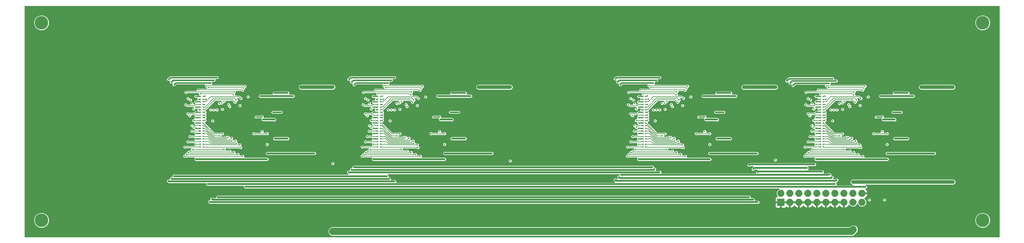
<source format=gbr>
%TF.GenerationSoftware,KiCad,Pcbnew,5.0.2-bee76a0~70~ubuntu18.04.1*%
%TF.CreationDate,2020-06-09T17:58:42+02:00*%
%TF.ProjectId,DemoNixie,44656d6f-4e69-4786-9965-2e6b69636164,rev?*%
%TF.SameCoordinates,Original*%
%TF.FileFunction,Copper,L4,Bot*%
%TF.FilePolarity,Positive*%
%FSLAX46Y46*%
G04 Gerber Fmt 4.6, Leading zero omitted, Abs format (unit mm)*
G04 Created by KiCad (PCBNEW 5.0.2-bee76a0~70~ubuntu18.04.1) date mar. 09 juin 2020 17:58:42 CEST*
%MOMM*%
%LPD*%
G01*
G04 APERTURE LIST*
%ADD10R,0.400000X0.400000*%
%ADD11O,2.000000X2.000000*%
%ADD12R,2.000000X2.000000*%
%ADD13C,3.800000*%
%ADD14C,0.450000*%
%ADD15C,0.800000*%
%ADD16C,0.500000*%
%ADD17C,0.400000*%
%ADD18C,1.000000*%
%ADD19C,2.000000*%
%ADD20C,0.200000*%
%ADD21C,0.300000*%
%ADD22C,0.150000*%
%ADD23C,0.254000*%
G04 APERTURE END LIST*
D10*
X150282800Y-110032000D03*
X150282800Y-110832000D03*
X149482800Y-110832000D03*
X149482800Y-110032000D03*
X149482800Y-111532000D03*
X149482800Y-112332000D03*
X150282800Y-112332000D03*
X150282800Y-111532000D03*
X199520800Y-116032000D03*
X199520800Y-116832000D03*
X200320800Y-116832000D03*
X200320800Y-116032000D03*
X150282800Y-104032000D03*
X150282800Y-104832000D03*
X149482800Y-104832000D03*
X149482800Y-104032000D03*
X200320800Y-108532000D03*
X200320800Y-109332000D03*
X199520800Y-109332000D03*
X199520800Y-108532000D03*
X200320800Y-105532000D03*
X200320800Y-106332000D03*
X199520800Y-106332000D03*
X199520800Y-105532000D03*
X150282800Y-113032000D03*
X150282800Y-113832000D03*
X149482800Y-113832000D03*
X149482800Y-113032000D03*
X149482800Y-117532000D03*
X149482800Y-118332000D03*
X150282800Y-118332000D03*
X150282800Y-117532000D03*
X200320800Y-114532000D03*
X200320800Y-115332000D03*
X199520800Y-115332000D03*
X199520800Y-114532000D03*
X150282800Y-116032000D03*
X150282800Y-116832000D03*
X149482800Y-116832000D03*
X149482800Y-116032000D03*
X150282800Y-107032000D03*
X150282800Y-107832000D03*
X149482800Y-107832000D03*
X149482800Y-107032000D03*
X149482800Y-108532000D03*
X149482800Y-109332000D03*
X150282800Y-109332000D03*
X150282800Y-108532000D03*
X199520800Y-113032000D03*
X199520800Y-113832000D03*
X200320800Y-113832000D03*
X200320800Y-113032000D03*
X200320800Y-117532000D03*
X200320800Y-118332000D03*
X199520800Y-118332000D03*
X199520800Y-117532000D03*
X200320800Y-111532000D03*
X200320800Y-112332000D03*
X199520800Y-112332000D03*
X199520800Y-111532000D03*
X199520800Y-107032000D03*
X199520800Y-107832000D03*
X200320800Y-107832000D03*
X200320800Y-107032000D03*
X149482800Y-114532000D03*
X149482800Y-115332000D03*
X150282800Y-115332000D03*
X150282800Y-114532000D03*
X149482800Y-105532000D03*
X149482800Y-106332000D03*
X150282800Y-106332000D03*
X150282800Y-105532000D03*
X199520800Y-104032000D03*
X199520800Y-104832000D03*
X200320800Y-104832000D03*
X200320800Y-104032000D03*
X199520800Y-110032000D03*
X199520800Y-110832000D03*
X200320800Y-110832000D03*
X200320800Y-110032000D03*
X274323800Y-116032000D03*
X274323800Y-116832000D03*
X275123800Y-116832000D03*
X275123800Y-116032000D03*
X275123800Y-108532000D03*
X275123800Y-109332000D03*
X274323800Y-109332000D03*
X274323800Y-108532000D03*
X275123800Y-105532000D03*
X275123800Y-106332000D03*
X274323800Y-106332000D03*
X274323800Y-105532000D03*
X275123800Y-114532000D03*
X275123800Y-115332000D03*
X274323800Y-115332000D03*
X274323800Y-114532000D03*
X274323800Y-113032000D03*
X274323800Y-113832000D03*
X275123800Y-113832000D03*
X275123800Y-113032000D03*
X275123800Y-117532000D03*
X275123800Y-118332000D03*
X274323800Y-118332000D03*
X274323800Y-117532000D03*
X275123800Y-111532000D03*
X275123800Y-112332000D03*
X274323800Y-112332000D03*
X274323800Y-111532000D03*
X274323800Y-107032000D03*
X274323800Y-107832000D03*
X275123800Y-107832000D03*
X275123800Y-107032000D03*
X274323800Y-104032000D03*
X274323800Y-104832000D03*
X275123800Y-104832000D03*
X275123800Y-104032000D03*
X274323800Y-110032000D03*
X274323800Y-110832000D03*
X275123800Y-110832000D03*
X275123800Y-110032000D03*
X324361800Y-117532000D03*
X324361800Y-118332000D03*
X325161800Y-118332000D03*
X325161800Y-117532000D03*
X325161800Y-116032000D03*
X325161800Y-116832000D03*
X324361800Y-116832000D03*
X324361800Y-116032000D03*
X324361800Y-114532000D03*
X324361800Y-115332000D03*
X325161800Y-115332000D03*
X325161800Y-114532000D03*
X325161800Y-113032000D03*
X325161800Y-113832000D03*
X324361800Y-113832000D03*
X324361800Y-113032000D03*
X324361800Y-111532000D03*
X324361800Y-112332000D03*
X325161800Y-112332000D03*
X325161800Y-111532000D03*
X325161800Y-110032000D03*
X325161800Y-110832000D03*
X324361800Y-110832000D03*
X324361800Y-110032000D03*
X324361800Y-108532000D03*
X324361800Y-109332000D03*
X325161800Y-109332000D03*
X325161800Y-108532000D03*
X325161800Y-107032000D03*
X325161800Y-107832000D03*
X324361800Y-107832000D03*
X324361800Y-107032000D03*
X324361800Y-105532000D03*
X324361800Y-106332000D03*
X325161800Y-106332000D03*
X325161800Y-105532000D03*
X325161800Y-104032000D03*
X325161800Y-104832000D03*
X324361800Y-104832000D03*
X324361800Y-104032000D03*
D11*
X336045800Y-131432000D03*
X336045800Y-133972000D03*
X333505800Y-131432000D03*
X333505800Y-133972000D03*
X330965800Y-131432000D03*
X330965800Y-133972000D03*
X328425800Y-131432000D03*
X328425800Y-133972000D03*
X325885800Y-131432000D03*
X325885800Y-133972000D03*
X323345800Y-131432000D03*
X323345800Y-133972000D03*
X320805800Y-131432000D03*
X320805800Y-133972000D03*
X318265800Y-131432000D03*
X318265800Y-133972000D03*
X315725800Y-131432000D03*
X315725800Y-133972000D03*
X313185800Y-131432000D03*
D12*
X313185800Y-133972000D03*
D13*
X104651800Y-83172000D03*
X370081800Y-83172000D03*
X104651800Y-139052000D03*
X370081800Y-139052000D03*
D14*
X327766924Y-110927329D03*
X337790998Y-104150000D03*
X287752998Y-104150000D03*
X277728924Y-110927329D03*
X212949998Y-104150000D03*
X162911998Y-104150000D03*
X152887924Y-110927329D03*
X202925924Y-110927329D03*
X338138965Y-133293048D03*
X342392000Y-133293048D03*
X330212700Y-113779300D03*
X329913010Y-108176546D03*
X328739011Y-108659184D03*
X326360998Y-107833000D03*
X356205998Y-108849000D03*
X359566179Y-102880000D03*
X344013998Y-111262000D03*
X339060998Y-118501000D03*
X339949998Y-99324000D03*
X349758000Y-99361201D03*
X358521000Y-108966000D03*
X308483000Y-108966000D03*
X289022998Y-118501000D03*
X280174700Y-113779300D03*
X293975998Y-111262000D03*
X289911998Y-99324000D03*
X299720000Y-99361201D03*
X276322998Y-107833000D03*
X279875010Y-108176546D03*
X278701011Y-108659184D03*
X309528179Y-102880000D03*
X306167998Y-108849000D03*
X165070998Y-99324000D03*
X233680000Y-108966000D03*
X214219998Y-118501000D03*
X183642000Y-108966000D03*
X153860011Y-108659184D03*
X205371700Y-113779300D03*
X219172998Y-111262000D03*
X184687179Y-102880000D03*
X174879000Y-99361201D03*
X155333700Y-113779300D03*
X164181998Y-118501000D03*
X155034010Y-108176546D03*
X181326998Y-108849000D03*
X169134998Y-111262000D03*
X215108998Y-99324000D03*
X224917000Y-99361201D03*
X201519998Y-107833000D03*
X205072010Y-108176546D03*
X203898011Y-108659184D03*
X151481998Y-107833000D03*
X234725179Y-102880000D03*
X231364998Y-108849000D03*
X311510924Y-133948124D03*
X328676000Y-113608048D03*
X278638000Y-113608038D03*
X203835000Y-113608048D03*
X153797000Y-113608048D03*
X350266000Y-132023048D03*
D15*
X177168800Y-140703000D03*
X112652800Y-140703000D03*
X112525800Y-88027003D03*
X177110955Y-88027003D03*
X224031800Y-88027003D03*
X252987800Y-88027003D03*
X296236955Y-88027003D03*
X340432955Y-88027003D03*
X340490800Y-140703000D03*
X371224800Y-111493000D03*
X103889800Y-110731000D03*
X238509800Y-131178000D03*
X274704800Y-131178000D03*
X296167800Y-131178000D03*
X195456800Y-131178000D03*
X169421800Y-131178000D03*
X169421800Y-123939000D03*
X296167800Y-124447000D03*
X340490800Y-124447000D03*
X238509800Y-136258000D03*
X252987800Y-136258000D03*
X274704800Y-136258000D03*
X296167800Y-136258000D03*
X195583800Y-136258000D03*
X169294800Y-136258000D03*
X226063800Y-106540000D03*
X208918800Y-122923000D03*
X206759800Y-126987000D03*
X238890800Y-127114000D03*
X300993800Y-106413000D03*
X350904800Y-106286000D03*
X176025800Y-106413000D03*
X157229800Y-122923000D03*
X283594800Y-122923000D03*
X333124800Y-122923000D03*
X318138800Y-120002000D03*
X265052800Y-126987000D03*
D14*
X344551000Y-103919201D03*
X341249000Y-103919201D03*
X350520000Y-103933201D03*
X352785924Y-101402329D03*
X361675924Y-101402329D03*
X300482000Y-103933201D03*
X294513000Y-103919201D03*
X291211000Y-103919201D03*
X302747924Y-101402329D03*
X311637924Y-101402329D03*
X177906924Y-101402329D03*
X225679000Y-103933201D03*
X219710000Y-103919201D03*
X216408000Y-103919201D03*
X186796924Y-101402329D03*
X175641000Y-103933201D03*
X166370000Y-103919201D03*
X227944924Y-101402329D03*
X169672000Y-103919201D03*
X236834924Y-101402329D03*
X361696000Y-128213048D03*
X333502000Y-128213048D03*
X236834924Y-122244048D03*
X186796924Y-123006048D03*
X309248800Y-142227000D03*
D15*
X333632800Y-141719000D03*
D14*
X236858804Y-142481000D03*
X186820794Y-142227000D03*
X311636843Y-121990048D03*
X323088000Y-104019300D03*
X323088000Y-105524300D03*
X323088000Y-107048300D03*
X323088000Y-108572300D03*
X323088000Y-110019300D03*
X323088000Y-111519300D03*
X323088000Y-113019300D03*
X323088000Y-114541300D03*
X323088000Y-116065300D03*
X323088000Y-117519300D03*
X356489000Y-120142000D03*
X323088000Y-121793000D03*
X291719000Y-113919000D03*
X293116000Y-121793000D03*
X293116000Y-117602000D03*
X293116000Y-120142000D03*
X273050000Y-121793000D03*
X306451000Y-120142000D03*
X273050000Y-108572300D03*
X273050000Y-110019300D03*
X273050000Y-111519300D03*
X273050000Y-104019300D03*
X273050000Y-105524300D03*
X273050000Y-107048300D03*
X273050000Y-113019300D03*
X273050000Y-114541300D03*
X273050000Y-116065300D03*
X273050000Y-117519300D03*
X148209000Y-113019300D03*
X148209000Y-111519300D03*
X216916000Y-113919000D03*
X218313000Y-121793000D03*
X148209000Y-110019300D03*
X218313000Y-117602000D03*
X148209000Y-116065300D03*
X148209000Y-104019300D03*
X218313000Y-120142000D03*
X198247000Y-121793000D03*
X148209000Y-108572300D03*
X166878000Y-113919000D03*
X231648000Y-120142000D03*
X168275000Y-120142000D03*
X148209000Y-121793000D03*
X148209000Y-114541300D03*
X181610000Y-120142000D03*
X168275000Y-121793000D03*
X168275000Y-117602000D03*
X198247000Y-108572300D03*
X198247000Y-110019300D03*
X198247000Y-111519300D03*
X198247000Y-104019300D03*
X198247000Y-105524300D03*
X198247000Y-107048300D03*
X198247000Y-113019300D03*
X198247000Y-114541300D03*
X198247000Y-116065300D03*
X198247000Y-117519300D03*
X148209000Y-107048300D03*
X148209000Y-117519300D03*
X148209000Y-105524300D03*
X343154000Y-121793000D03*
X341757000Y-113919000D03*
X343154000Y-117602000D03*
X343157800Y-120142000D03*
X343154000Y-114554000D03*
X339344000Y-114554000D03*
X293116000Y-114554000D03*
X289306000Y-114554000D03*
X218313000Y-114554000D03*
X214503000Y-114554000D03*
X164465000Y-114554000D03*
X168275000Y-114554000D03*
X336927546Y-101114194D03*
X325642000Y-103886000D03*
X326034400Y-101028500D03*
X336550000Y-101650800D03*
X325894700Y-104836011D03*
X326605900Y-101582200D03*
X323947998Y-104832000D03*
X323723000Y-102171500D03*
X336234984Y-102277364D03*
X286889546Y-101114194D03*
X275593800Y-103873000D03*
X275996400Y-101028500D03*
X276567900Y-101582200D03*
X286512000Y-101650800D03*
X275856700Y-104836011D03*
X273909998Y-104832000D03*
X286196984Y-102277364D03*
X273685000Y-102171500D03*
X199106998Y-104832000D03*
X211393984Y-102277364D03*
X198882000Y-102171500D03*
X201764900Y-101582200D03*
X211709000Y-101650800D03*
X201053700Y-104836011D03*
X200801000Y-103886000D03*
X201193400Y-101028500D03*
X212086546Y-101114194D03*
X161355984Y-102277364D03*
X148844000Y-102171500D03*
X149068998Y-104832000D03*
X151726900Y-101582200D03*
X151015700Y-104836011D03*
X161671000Y-101650800D03*
X151155400Y-101028500D03*
X150763000Y-103886000D03*
X162048546Y-101114194D03*
X333870300Y-102730300D03*
X320192400Y-106324400D03*
X320243200Y-102857300D03*
X325615300Y-106324400D03*
X335488811Y-106591100D03*
X335749900Y-104559100D03*
X283832300Y-102730300D03*
X270154400Y-106324400D03*
X270205200Y-102857300D03*
X285450811Y-106591100D03*
X275577300Y-106324400D03*
X285711900Y-104559100D03*
X210908900Y-104559100D03*
X210647811Y-106591100D03*
X200774300Y-106324400D03*
X209029300Y-102730300D03*
X195351400Y-106324400D03*
X195402200Y-102857300D03*
X160870900Y-104559100D03*
X150736300Y-106324400D03*
X160609811Y-106591100D03*
X323947998Y-107795001D03*
X333717900Y-103606600D03*
X324370700Y-103212900D03*
X334113389Y-105664450D03*
X334513391Y-105056200D03*
X284475391Y-105056200D03*
X284075389Y-105664450D03*
X283679900Y-103606600D03*
X274332700Y-103212900D03*
X273909998Y-107795001D03*
X209672391Y-105056200D03*
X209272389Y-105664450D03*
X208876900Y-103606600D03*
X199529700Y-103212900D03*
X199106998Y-107795001D03*
X158838900Y-103606600D03*
X149491700Y-103212900D03*
X149068998Y-107795001D03*
X159234389Y-105664450D03*
X159634391Y-105056200D03*
X320840100Y-104584500D03*
X320814001Y-108902500D03*
X331025999Y-105411800D03*
X332613000Y-106895900D03*
X325641201Y-109323400D03*
X325615801Y-108536000D03*
X332308202Y-106286300D03*
X280987999Y-105411800D03*
X270802100Y-104584500D03*
X270776001Y-108902500D03*
X282575000Y-106895900D03*
X275603201Y-109323400D03*
X275577801Y-108536000D03*
X282270202Y-106286300D03*
X206184999Y-105411800D03*
X195999100Y-104584500D03*
X195973001Y-108902500D03*
X207772000Y-106895900D03*
X200800201Y-109323400D03*
X200774801Y-108536000D03*
X207467202Y-106286300D03*
X150736801Y-108536000D03*
X157429202Y-106286300D03*
X157734000Y-106895900D03*
X150762201Y-109323400D03*
X145935001Y-108902500D03*
X156146999Y-105411800D03*
X145961100Y-104584500D03*
X321564000Y-105041700D03*
X321348100Y-109499400D03*
X325615300Y-110032800D03*
X330425370Y-105856359D03*
X321983100Y-106070400D03*
X321945000Y-112255300D03*
X325653400Y-110794800D03*
X329705197Y-105996000D03*
X330551998Y-107668001D03*
X322462990Y-107573378D03*
X322462990Y-110820200D03*
X280387370Y-105856359D03*
X271526000Y-105041700D03*
X271310100Y-109499400D03*
X275577300Y-110032800D03*
X279667197Y-105996000D03*
X271945100Y-106070400D03*
X271907000Y-112255300D03*
X275615400Y-110794800D03*
X272424990Y-110820200D03*
X272424990Y-107573378D03*
X280513998Y-107668001D03*
X205584370Y-105856359D03*
X196723000Y-105041700D03*
X196507100Y-109499400D03*
X200774300Y-110032800D03*
X204864197Y-105996000D03*
X197142100Y-106070400D03*
X197104000Y-112255300D03*
X200812400Y-110794800D03*
X197621990Y-110820200D03*
X205710998Y-107668001D03*
X197621990Y-107573378D03*
X147583990Y-110820200D03*
X147583990Y-107573378D03*
X155672998Y-107668001D03*
X147066000Y-112255300D03*
X147104100Y-106070400D03*
X154826197Y-105996000D03*
X150774400Y-110794800D03*
X146469100Y-109499400D03*
X155546370Y-105856359D03*
X146685000Y-105041700D03*
X150736300Y-110032800D03*
X322462990Y-112730300D03*
X330974700Y-118963380D03*
X322198992Y-118999000D03*
X329806801Y-115165400D03*
X330568240Y-114588427D03*
X330568240Y-114588428D03*
X280936700Y-118963380D03*
X272424990Y-112730300D03*
X272160992Y-118999000D03*
X279768801Y-115165400D03*
X280530240Y-114588428D03*
X280530240Y-114588427D03*
X206133700Y-118963380D03*
X197621990Y-112730300D03*
X197357992Y-118999000D03*
X204965801Y-115165400D03*
X205727240Y-114588428D03*
X205727240Y-114588427D03*
X155689240Y-114588427D03*
X155689240Y-114588428D03*
X154927801Y-115165400D03*
X156095700Y-118963380D03*
X147583990Y-112730300D03*
X147319992Y-118999000D03*
X323947998Y-113832000D03*
X321906900Y-113830100D03*
X332625700Y-119438390D03*
X321563994Y-119507000D03*
X332152304Y-115581362D03*
X331495293Y-115531135D03*
X281457293Y-115531135D03*
X282114304Y-115581362D03*
X271868900Y-113830100D03*
X282587700Y-119438390D03*
X273909998Y-113832000D03*
X271525994Y-119507000D03*
X206654293Y-115531135D03*
X207311304Y-115581362D03*
X197065900Y-113830100D03*
X207784700Y-119438390D03*
X199106998Y-113832000D03*
X196722994Y-119507000D03*
X157746700Y-119438390D03*
X147027900Y-113830100D03*
X149068998Y-113832000D03*
X146684994Y-119507000D03*
X157273304Y-115581362D03*
X156616293Y-115531135D03*
X321386200Y-115341400D03*
X333759779Y-119862600D03*
X320929000Y-119888000D03*
X333222600Y-116560600D03*
X333127767Y-115818977D03*
X283089767Y-115818977D03*
X283184600Y-116560600D03*
X270891000Y-119888000D03*
X271348200Y-115341400D03*
X283721779Y-119862600D03*
X196088000Y-119888000D03*
X196545200Y-115341400D03*
X208918779Y-119862600D03*
X208381600Y-116560600D03*
X208286767Y-115818977D03*
X158248767Y-115818977D03*
X158343600Y-116560600D03*
X158880779Y-119862600D03*
X146050000Y-119888000D03*
X146507200Y-115341400D03*
X320840601Y-116841800D03*
X334963001Y-120397800D03*
X320421000Y-120396000D03*
X334500189Y-117281190D03*
X334277203Y-116587800D03*
X284925001Y-120397800D03*
X270802601Y-116841800D03*
X270383000Y-120396000D03*
X284462189Y-117281190D03*
X284239203Y-116587800D03*
X209436203Y-116587800D03*
X209659189Y-117281190D03*
X210122001Y-120397800D03*
X195999601Y-116841800D03*
X195580000Y-120396000D03*
X160084001Y-120397800D03*
X145542000Y-120396000D03*
X145961601Y-116841800D03*
X159621189Y-117281190D03*
X159398203Y-116587800D03*
X335471001Y-117705402D03*
X335674201Y-118492800D03*
X336295999Y-120937201D03*
X319913002Y-120904000D03*
X319945990Y-118334380D03*
X285433001Y-117705402D03*
X285636201Y-118492800D03*
X286257999Y-120937201D03*
X269907990Y-118334380D03*
X269875002Y-120904000D03*
X210630001Y-117705402D03*
X210833201Y-118492800D03*
X160592001Y-117705402D03*
X160795201Y-118492800D03*
X161416999Y-120937201D03*
X145066990Y-118334380D03*
X145034002Y-120904000D03*
X348996000Y-103030201D03*
X345186000Y-103030201D03*
X298958000Y-103030201D03*
X295148000Y-103030201D03*
X224155000Y-103030201D03*
X220345000Y-103030201D03*
X174117000Y-103030201D03*
X170307000Y-103030201D03*
X328422000Y-128848038D03*
X326263000Y-128848036D03*
X276352000Y-128848048D03*
X201422000Y-128848048D03*
X151511000Y-128848048D03*
X337057968Y-129610048D03*
X330962000Y-129610046D03*
X287020000Y-129610048D03*
X212217000Y-129610048D03*
X162179000Y-129610042D03*
X152070798Y-133809813D03*
X306683843Y-133928048D03*
X306683843Y-125546048D03*
X324844843Y-125292048D03*
X154305000Y-132404048D03*
X304216798Y-132531048D03*
X304216798Y-123460011D03*
X322685843Y-123260048D03*
X152705798Y-132985011D03*
X305359798Y-133239003D03*
X305359798Y-124603011D03*
X320526843Y-124276048D03*
X327249998Y-107833000D03*
X316610998Y-100908048D03*
X326771010Y-100273048D03*
X329027998Y-107833000D03*
X315725802Y-100269248D03*
X328802990Y-99638048D03*
X328138998Y-107833000D03*
X314833005Y-99638043D03*
X327758007Y-98974049D03*
X342011000Y-110523201D03*
X345283998Y-110627000D03*
X345283998Y-115961000D03*
X348967002Y-115961000D03*
X291973000Y-110523201D03*
X295245998Y-110627000D03*
X295245998Y-115961000D03*
X298929002Y-115961000D03*
X217170000Y-110523201D03*
X220442998Y-110627000D03*
X220442998Y-115961000D03*
X224126002Y-115961000D03*
X174088002Y-115961000D03*
X170404998Y-110627000D03*
X167132000Y-110523201D03*
X170404998Y-115961000D03*
X344805000Y-108491201D03*
X347091000Y-108491201D03*
X294767000Y-108491201D03*
X297053000Y-108491201D03*
X219964000Y-108491201D03*
X222250000Y-108491201D03*
X169926000Y-108491201D03*
X172212000Y-108491201D03*
X340072892Y-109831076D03*
X341757000Y-109761201D03*
X290034892Y-109831076D03*
X291719000Y-109761201D03*
X215231892Y-109831076D03*
X216916000Y-109761201D03*
X166878000Y-109761201D03*
X165193892Y-109831076D03*
X277211998Y-100212998D03*
X277211998Y-107833000D03*
X326949798Y-126127003D03*
X267846800Y-100698000D03*
X268100800Y-126225000D03*
X278100998Y-99450998D03*
X278100998Y-107833000D03*
X327584798Y-126889003D03*
X267084800Y-99936000D03*
X267465800Y-126860000D03*
X278989998Y-98689000D03*
X278989998Y-107833000D03*
X328930000Y-127651003D03*
X266449800Y-99047000D03*
X266449798Y-127622000D03*
X202408998Y-100212998D03*
X192837798Y-100720998D03*
X202408998Y-107833000D03*
X276911798Y-123968003D03*
X192786000Y-124022048D03*
X203297998Y-99450998D03*
X192075798Y-99958998D03*
X203297998Y-107833000D03*
X192075798Y-124730003D03*
X277546798Y-124603003D03*
X204186998Y-98689000D03*
X191313798Y-99196998D03*
X204186998Y-107833000D03*
X191262000Y-125419048D03*
X279019000Y-125419048D03*
X211454999Y-120937201D03*
X195104990Y-118334380D03*
X195072002Y-120904000D03*
X154148998Y-107833000D03*
X140513798Y-99196998D03*
X154148998Y-98689000D03*
X204216000Y-128086048D03*
X140462000Y-127959048D03*
X153259998Y-99450998D03*
X153259998Y-107833000D03*
X141275798Y-99958998D03*
X202743798Y-127397003D03*
X141275798Y-127270003D03*
X142037798Y-100720998D03*
X152370998Y-100212998D03*
X152370998Y-107833000D03*
X202108798Y-126635003D03*
X142037798Y-126508003D03*
X145313400Y-106324400D03*
X145364200Y-102857300D03*
X158991300Y-102730300D03*
D16*
X341249000Y-103919201D02*
X344551000Y-103919201D01*
D17*
X350506000Y-103919201D02*
X350520000Y-103933201D01*
D16*
X344551000Y-103919201D02*
X350506000Y-103919201D01*
D18*
X352785924Y-101402329D02*
X361675924Y-101402329D01*
D16*
X294513000Y-103919201D02*
X300468000Y-103919201D01*
D17*
X300468000Y-103919201D02*
X300482000Y-103933201D01*
D18*
X302747924Y-101402329D02*
X311637924Y-101402329D01*
D16*
X291211000Y-103919201D02*
X294513000Y-103919201D01*
X219710000Y-103919201D02*
X225665000Y-103919201D01*
D17*
X225665000Y-103919201D02*
X225679000Y-103933201D01*
D16*
X166370000Y-103919201D02*
X169672000Y-103919201D01*
X169672000Y-103919201D02*
X175627000Y-103919201D01*
D17*
X175627000Y-103919201D02*
X175641000Y-103933201D01*
D18*
X177906924Y-101402329D02*
X186796924Y-101402329D01*
X227944924Y-101402329D02*
X236834924Y-101402329D01*
D16*
X216408000Y-103919201D02*
X219710000Y-103919201D01*
D18*
X361696000Y-128213048D02*
X333502000Y-128213048D01*
D19*
X333232801Y-142118999D02*
X333632800Y-141719000D01*
X186796924Y-142203124D02*
X333148675Y-142203124D01*
X333148675Y-142203124D02*
X333232801Y-142118999D01*
D20*
X323117000Y-107019300D02*
X323088000Y-107048300D01*
X323100700Y-108585000D02*
X323088000Y-108572300D01*
X324361800Y-108532000D02*
X324308800Y-108585000D01*
X324361800Y-105532000D02*
X324356800Y-105537000D01*
X323100700Y-105537000D02*
X323088000Y-105524300D01*
X323100700Y-111532000D02*
X323088000Y-111519300D01*
D21*
X324361800Y-111532000D02*
X323100700Y-111532000D01*
D20*
X323100700Y-113032000D02*
X323088000Y-113019300D01*
D21*
X324361800Y-113032000D02*
X323100700Y-113032000D01*
D20*
X323100700Y-114554000D02*
X323088000Y-114541300D01*
X323100700Y-117532000D02*
X323088000Y-117519300D01*
X324361800Y-117532000D02*
X323100700Y-117532000D01*
D21*
X324328500Y-116065300D02*
X324361800Y-116032000D01*
X323121300Y-116032000D02*
X323088000Y-116065300D01*
X324361800Y-116032000D02*
X323121300Y-116032000D01*
X323097300Y-114532000D02*
X323088000Y-114541300D01*
X324361800Y-114532000D02*
X323097300Y-114532000D01*
X323100700Y-110032000D02*
X323088000Y-110019300D01*
X324361800Y-110032000D02*
X323100700Y-110032000D01*
X323128300Y-108532000D02*
X323088000Y-108572300D01*
X324361800Y-108532000D02*
X323128300Y-108532000D01*
X323104300Y-107032000D02*
X323088000Y-107048300D01*
X324361800Y-107032000D02*
X323104300Y-107032000D01*
X323095700Y-105532000D02*
X323088000Y-105524300D01*
X324361800Y-105532000D02*
X323095700Y-105532000D01*
X323100700Y-104032000D02*
X323088000Y-104019300D01*
X324361800Y-104032000D02*
X323100700Y-104032000D01*
D16*
X356489000Y-120142000D02*
X343157800Y-120142000D01*
X323088000Y-121793000D02*
X323596000Y-121793000D01*
X323596000Y-121793000D02*
X343154000Y-121793000D01*
D20*
X273062700Y-108585000D02*
X273050000Y-108572300D01*
X274323800Y-108532000D02*
X274270800Y-108585000D01*
D16*
X273558000Y-121793000D02*
X293116000Y-121793000D01*
D21*
X274323800Y-111532000D02*
X273062700Y-111532000D01*
D20*
X273062700Y-113032000D02*
X273050000Y-113019300D01*
D21*
X274323800Y-113032000D02*
X273062700Y-113032000D01*
D16*
X273050000Y-121793000D02*
X273558000Y-121793000D01*
X306451000Y-120142000D02*
X293116000Y-120142000D01*
D21*
X273083300Y-116032000D02*
X273050000Y-116065300D01*
X274323800Y-116032000D02*
X273083300Y-116032000D01*
D20*
X273062700Y-114554000D02*
X273050000Y-114541300D01*
X273062700Y-117532000D02*
X273050000Y-117519300D01*
X274323800Y-117532000D02*
X273062700Y-117532000D01*
D21*
X274290500Y-116065300D02*
X274323800Y-116032000D01*
D20*
X273079000Y-107019300D02*
X273050000Y-107048300D01*
X274323800Y-105532000D02*
X274318800Y-105537000D01*
X273062700Y-105537000D02*
X273050000Y-105524300D01*
X273062700Y-111532000D02*
X273050000Y-111519300D01*
D21*
X273059300Y-114532000D02*
X273050000Y-114541300D01*
X274323800Y-114532000D02*
X273059300Y-114532000D01*
X273062700Y-110032000D02*
X273050000Y-110019300D01*
X274323800Y-105532000D02*
X273057700Y-105532000D01*
X273062700Y-104032000D02*
X273050000Y-104019300D01*
X274323800Y-104032000D02*
X273062700Y-104032000D01*
X273066300Y-107032000D02*
X273050000Y-107048300D01*
X274323800Y-107032000D02*
X273066300Y-107032000D01*
X273057700Y-105532000D02*
X273050000Y-105524300D01*
X274323800Y-110032000D02*
X273062700Y-110032000D01*
X273090300Y-108532000D02*
X273050000Y-108572300D01*
X274323800Y-108532000D02*
X273090300Y-108532000D01*
D20*
X198259700Y-108585000D02*
X198247000Y-108572300D01*
X199520800Y-108532000D02*
X199467800Y-108585000D01*
X149482800Y-117532000D02*
X148221700Y-117532000D01*
D16*
X198755000Y-121793000D02*
X218313000Y-121793000D01*
D21*
X149482800Y-113032000D02*
X148221700Y-113032000D01*
X149482800Y-111532000D02*
X148221700Y-111532000D01*
X199520800Y-111532000D02*
X198259700Y-111532000D01*
D20*
X198259700Y-113032000D02*
X198247000Y-113019300D01*
D21*
X199520800Y-113032000D02*
X198259700Y-113032000D01*
D20*
X148221700Y-111532000D02*
X148209000Y-111519300D01*
D21*
X148218300Y-114532000D02*
X148209000Y-114541300D01*
D20*
X148221700Y-105537000D02*
X148209000Y-105524300D01*
X148221700Y-114554000D02*
X148209000Y-114541300D01*
D16*
X148717000Y-121793000D02*
X168275000Y-121793000D01*
D20*
X149482800Y-108532000D02*
X149429800Y-108585000D01*
D21*
X148221700Y-110032000D02*
X148209000Y-110019300D01*
X149482800Y-104032000D02*
X148221700Y-104032000D01*
D16*
X198247000Y-121793000D02*
X198755000Y-121793000D01*
D21*
X149482800Y-114532000D02*
X148218300Y-114532000D01*
X148221700Y-104032000D02*
X148209000Y-104019300D01*
D20*
X149482800Y-105532000D02*
X149477800Y-105537000D01*
D21*
X149482800Y-105532000D02*
X148216700Y-105532000D01*
D16*
X231648000Y-120142000D02*
X218313000Y-120142000D01*
D21*
X148225300Y-107032000D02*
X148209000Y-107048300D01*
X149482800Y-116032000D02*
X148242300Y-116032000D01*
X149482800Y-107032000D02*
X148225300Y-107032000D01*
X148216700Y-105532000D02*
X148209000Y-105524300D01*
D16*
X181610000Y-120142000D02*
X168275000Y-120142000D01*
D20*
X148238000Y-107019300D02*
X148209000Y-107048300D01*
X148221700Y-117532000D02*
X148209000Y-117519300D01*
D21*
X149482800Y-110032000D02*
X148221700Y-110032000D01*
X149482800Y-108532000D02*
X148249300Y-108532000D01*
X148242300Y-116032000D02*
X148209000Y-116065300D01*
D16*
X148209000Y-121793000D02*
X148717000Y-121793000D01*
D21*
X198280300Y-116032000D02*
X198247000Y-116065300D01*
X199520800Y-116032000D02*
X198280300Y-116032000D01*
D20*
X198259700Y-114554000D02*
X198247000Y-114541300D01*
X198259700Y-117532000D02*
X198247000Y-117519300D01*
X199520800Y-117532000D02*
X198259700Y-117532000D01*
D21*
X199487500Y-116065300D02*
X199520800Y-116032000D01*
D20*
X198276000Y-107019300D02*
X198247000Y-107048300D01*
X199520800Y-105532000D02*
X199515800Y-105537000D01*
X198259700Y-105537000D02*
X198247000Y-105524300D01*
X198259700Y-111532000D02*
X198247000Y-111519300D01*
D21*
X198256300Y-114532000D02*
X198247000Y-114541300D01*
X199520800Y-114532000D02*
X198256300Y-114532000D01*
X198259700Y-110032000D02*
X198247000Y-110019300D01*
X148249300Y-108532000D02*
X148209000Y-108572300D01*
X149449500Y-116065300D02*
X149482800Y-116032000D01*
X199520800Y-105532000D02*
X198254700Y-105532000D01*
X198259700Y-104032000D02*
X198247000Y-104019300D01*
X199520800Y-104032000D02*
X198259700Y-104032000D01*
X198263300Y-107032000D02*
X198247000Y-107048300D01*
X199520800Y-107032000D02*
X198263300Y-107032000D01*
X198254700Y-105532000D02*
X198247000Y-105524300D01*
X199520800Y-110032000D02*
X198259700Y-110032000D01*
X198287300Y-108532000D02*
X198247000Y-108572300D01*
X199520800Y-108532000D02*
X198287300Y-108532000D01*
D20*
X148221700Y-108585000D02*
X148209000Y-108572300D01*
X148221700Y-113032000D02*
X148209000Y-113019300D01*
D16*
X343154000Y-121793000D02*
X343154000Y-121793000D01*
X343157800Y-120142000D02*
X343154000Y-120142000D01*
D20*
X339344000Y-114554000D02*
X343154000Y-114554000D01*
X289306000Y-114554000D02*
X293116000Y-114554000D01*
X214503000Y-114554000D02*
X218313000Y-114554000D01*
X164465000Y-114554000D02*
X168275000Y-114554000D01*
X325221999Y-104092199D02*
X325161800Y-104032000D01*
X325561800Y-104032000D02*
X325642000Y-103951800D01*
X325642000Y-103951800D02*
X325642000Y-103886000D01*
X325161800Y-104032000D02*
X325561800Y-104032000D01*
X326034400Y-101028500D02*
X336841852Y-101028500D01*
X336841852Y-101028500D02*
X336927546Y-101114194D01*
X325890689Y-104832000D02*
X325894700Y-104836011D01*
X325161800Y-104832000D02*
X325890689Y-104832000D01*
X326605900Y-101582200D02*
X336481400Y-101582200D01*
X336481400Y-101582200D02*
X336550000Y-101650800D01*
X323723000Y-102171500D02*
X336129120Y-102171500D01*
X336129120Y-102171500D02*
X336234984Y-102277364D01*
X275604000Y-103951800D02*
X275593800Y-103873000D01*
X275123800Y-104032000D02*
X275523800Y-104032000D01*
X275183999Y-104092199D02*
X275123800Y-104032000D01*
X275523800Y-104032000D02*
X275604000Y-103951800D01*
X275996400Y-101028500D02*
X275996400Y-101028500D01*
X286803852Y-101028500D02*
X286889546Y-101114194D01*
X275593800Y-103873000D02*
X275604000Y-103886000D01*
X275996400Y-101028500D02*
X286803852Y-101028500D01*
X286443400Y-101582200D02*
X286512000Y-101650800D01*
X276567900Y-101582200D02*
X286443400Y-101582200D01*
X275852689Y-104832000D02*
X275856700Y-104836011D01*
X275123800Y-104832000D02*
X275852689Y-104832000D01*
X286091120Y-102171500D02*
X286196984Y-102277364D01*
X273685000Y-102171500D02*
X286091120Y-102171500D01*
X211288120Y-102171500D02*
X211393984Y-102277364D01*
X198882000Y-102171500D02*
X211288120Y-102171500D01*
X211640400Y-101582200D02*
X211709000Y-101650800D01*
X201764900Y-101582200D02*
X211640400Y-101582200D01*
X201049689Y-104832000D02*
X201053700Y-104836011D01*
X200320800Y-104832000D02*
X201049689Y-104832000D01*
X200801000Y-103951800D02*
X200801000Y-103886000D01*
X200320800Y-104032000D02*
X200720800Y-104032000D01*
X200380999Y-104092199D02*
X200320800Y-104032000D01*
X200720800Y-104032000D02*
X200801000Y-103951800D01*
X201193400Y-101028500D02*
X212000852Y-101028500D01*
X212000852Y-101028500D02*
X212086546Y-101114194D01*
X161250120Y-102171500D02*
X161355984Y-102277364D01*
X148844000Y-102171500D02*
X161250120Y-102171500D01*
X161602400Y-101582200D02*
X161671000Y-101650800D01*
X151011689Y-104832000D02*
X151015700Y-104836011D01*
X150282800Y-104832000D02*
X151011689Y-104832000D01*
X151726900Y-101582200D02*
X161602400Y-101582200D01*
X150763000Y-103951800D02*
X150763000Y-103886000D01*
X151155400Y-101028500D02*
X161962852Y-101028500D01*
X150682800Y-104032000D02*
X150763000Y-103951800D01*
X161962852Y-101028500D02*
X162048546Y-101114194D01*
X150282800Y-104032000D02*
X150682800Y-104032000D01*
X150342999Y-104092199D02*
X150282800Y-104032000D01*
X324361800Y-106332000D02*
X323961800Y-106332000D01*
X323629800Y-106332000D02*
X323947998Y-106332000D01*
X323027298Y-106332000D02*
X323629800Y-106332000D01*
X320463401Y-106595401D02*
X322763897Y-106595401D01*
X322763897Y-106595401D02*
X323027298Y-106332000D01*
X320192400Y-106324400D02*
X320463401Y-106595401D01*
X320370200Y-102730300D02*
X320243200Y-102857300D01*
X333870300Y-102730300D02*
X320370200Y-102730300D01*
D22*
X325169400Y-106324400D02*
X325161800Y-106332000D01*
X325615300Y-106324400D02*
X325169400Y-106324400D01*
D20*
X335524901Y-104334101D02*
X335749900Y-104559100D01*
X335322401Y-104131601D02*
X335524901Y-104334101D01*
X327277000Y-104131601D02*
X335322401Y-104131601D01*
X325161800Y-105532000D02*
X325876601Y-105532000D01*
X325876601Y-105532000D02*
X327277000Y-104131601D01*
X274323800Y-106332000D02*
X273923800Y-106332000D01*
X273591800Y-106332000D02*
X273909998Y-106332000D01*
X272989298Y-106332000D02*
X273591800Y-106332000D01*
X270425401Y-106595401D02*
X272725897Y-106595401D01*
X272725897Y-106595401D02*
X272989298Y-106332000D01*
X270154400Y-106324400D02*
X270425401Y-106595401D01*
X270332200Y-102730300D02*
X270205200Y-102857300D01*
X283832300Y-102730300D02*
X270332200Y-102730300D01*
D22*
X275131400Y-106324400D02*
X275123800Y-106332000D01*
X275577300Y-106324400D02*
X275131400Y-106324400D01*
D20*
X285486901Y-104334101D02*
X285711900Y-104559100D01*
X285284401Y-104131601D02*
X285486901Y-104334101D01*
X277239000Y-104131601D02*
X285284401Y-104131601D01*
X275123800Y-105532000D02*
X275838601Y-105532000D01*
X275838601Y-105532000D02*
X277239000Y-104131601D01*
X210683901Y-104334101D02*
X210908900Y-104559100D01*
X210481401Y-104131601D02*
X210683901Y-104334101D01*
X202436000Y-104131601D02*
X210481401Y-104131601D01*
X200320800Y-105532000D02*
X201035601Y-105532000D01*
X201035601Y-105532000D02*
X202436000Y-104131601D01*
D22*
X200328400Y-106324400D02*
X200320800Y-106332000D01*
X200774300Y-106324400D02*
X200328400Y-106324400D01*
D20*
X199520800Y-106332000D02*
X199120800Y-106332000D01*
X198788800Y-106332000D02*
X199106998Y-106332000D01*
X198186298Y-106332000D02*
X198788800Y-106332000D01*
X195622401Y-106595401D02*
X197922897Y-106595401D01*
X197922897Y-106595401D02*
X198186298Y-106332000D01*
X195351400Y-106324400D02*
X195622401Y-106595401D01*
X195529200Y-102730300D02*
X195402200Y-102857300D01*
X209029300Y-102730300D02*
X195529200Y-102730300D01*
X150282800Y-105532000D02*
X150997601Y-105532000D01*
X152398000Y-104131601D02*
X160443401Y-104131601D01*
X150997601Y-105532000D02*
X152398000Y-104131601D01*
X160443401Y-104131601D02*
X160645901Y-104334101D01*
X160645901Y-104334101D02*
X160870900Y-104559100D01*
D22*
X150736300Y-106324400D02*
X150290400Y-106324400D01*
X150290400Y-106324400D02*
X150282800Y-106332000D01*
D20*
X323984997Y-107832000D02*
X323947998Y-107795001D01*
X324361800Y-107832000D02*
X323984997Y-107832000D01*
D22*
X333717900Y-103606600D02*
X333362300Y-103251000D01*
X333362300Y-103251000D02*
X324408800Y-103251000D01*
X324408800Y-103251000D02*
X324370700Y-103212900D01*
D20*
X325561800Y-107832000D02*
X325161800Y-107832000D01*
X328003401Y-105390399D02*
X325561800Y-107832000D01*
X328282801Y-105110999D02*
X328003401Y-105390399D01*
X328003401Y-105390399D02*
X328490000Y-104903800D01*
X328490000Y-104903800D02*
X333352739Y-104903800D01*
X333888390Y-105439451D02*
X334113389Y-105664450D01*
X333352739Y-104903800D02*
X333888390Y-105439451D01*
X325646601Y-107032000D02*
X328130401Y-104548200D01*
X334288392Y-104831201D02*
X334513391Y-105056200D01*
X325161800Y-107032000D02*
X325646601Y-107032000D01*
X328130401Y-104548200D02*
X334005391Y-104548200D01*
X334005391Y-104548200D02*
X334288392Y-104831201D01*
X278092401Y-104548200D02*
X283967391Y-104548200D01*
X283967391Y-104548200D02*
X284250392Y-104831201D01*
X275608601Y-107032000D02*
X278092401Y-104548200D01*
X284250392Y-104831201D02*
X284475391Y-105056200D01*
X275123800Y-107032000D02*
X275608601Y-107032000D01*
X275523800Y-107832000D02*
X275123800Y-107832000D01*
X278452000Y-104903800D02*
X283314739Y-104903800D01*
X283850390Y-105439451D02*
X284075389Y-105664450D01*
X283314739Y-104903800D02*
X283850390Y-105439451D01*
X277965401Y-105390399D02*
X275523800Y-107832000D01*
X278244801Y-105110999D02*
X277965401Y-105390399D01*
X277965401Y-105390399D02*
X278452000Y-104903800D01*
D22*
X283679900Y-103606600D02*
X283324300Y-103251000D01*
X283324300Y-103251000D02*
X274370800Y-103251000D01*
X274370800Y-103251000D02*
X274332700Y-103212900D01*
D20*
X273946997Y-107832000D02*
X273909998Y-107795001D01*
X274323800Y-107832000D02*
X273946997Y-107832000D01*
X203289401Y-104548200D02*
X209164391Y-104548200D01*
X209164391Y-104548200D02*
X209447392Y-104831201D01*
X200805601Y-107032000D02*
X203289401Y-104548200D01*
X209447392Y-104831201D02*
X209672391Y-105056200D01*
X200320800Y-107032000D02*
X200805601Y-107032000D01*
X200720800Y-107832000D02*
X200320800Y-107832000D01*
X203649000Y-104903800D02*
X208511739Y-104903800D01*
X209047390Y-105439451D02*
X209272389Y-105664450D01*
X208511739Y-104903800D02*
X209047390Y-105439451D01*
X203162401Y-105390399D02*
X200720800Y-107832000D01*
X203441801Y-105110999D02*
X203162401Y-105390399D01*
X203162401Y-105390399D02*
X203649000Y-104903800D01*
D22*
X208876900Y-103606600D02*
X208521300Y-103251000D01*
X208521300Y-103251000D02*
X199567800Y-103251000D01*
X199567800Y-103251000D02*
X199529700Y-103212900D01*
D20*
X199143997Y-107832000D02*
X199106998Y-107795001D01*
X199520800Y-107832000D02*
X199143997Y-107832000D01*
D22*
X158483300Y-103251000D02*
X149529800Y-103251000D01*
X158838900Y-103606600D02*
X158483300Y-103251000D01*
D20*
X149482800Y-107832000D02*
X149105997Y-107832000D01*
X149105997Y-107832000D02*
X149068998Y-107795001D01*
D22*
X149529800Y-103251000D02*
X149491700Y-103212900D01*
D20*
X159009390Y-105439451D02*
X159234389Y-105664450D01*
X153403801Y-105110999D02*
X153124401Y-105390399D01*
X153124401Y-105390399D02*
X153611000Y-104903800D01*
X153124401Y-105390399D02*
X150682800Y-107832000D01*
X150682800Y-107832000D02*
X150282800Y-107832000D01*
X153611000Y-104903800D02*
X158473739Y-104903800D01*
X158473739Y-104903800D02*
X159009390Y-105439451D01*
X159409392Y-104831201D02*
X159634391Y-105056200D01*
X150282800Y-107032000D02*
X150767601Y-107032000D01*
X150767601Y-107032000D02*
X153251401Y-104548200D01*
X153251401Y-104548200D02*
X159126391Y-104548200D01*
X159126391Y-104548200D02*
X159409392Y-104831201D01*
X323107698Y-109332000D02*
X322678198Y-108902500D01*
X324361800Y-109332000D02*
X323947998Y-109332000D01*
X323947998Y-109332000D02*
X323107698Y-109332000D01*
X322678198Y-108902500D02*
X321246499Y-108902500D01*
X321246499Y-108902500D02*
X320814001Y-108902500D01*
X325170400Y-109323400D02*
X325161800Y-109332000D01*
X325641201Y-109323400D02*
X325170400Y-109323400D01*
X325457200Y-108532000D02*
X325161800Y-108532000D01*
X271208499Y-108902500D02*
X270776001Y-108902500D01*
X274323800Y-109332000D02*
X273909998Y-109332000D01*
X273909998Y-109332000D02*
X273069698Y-109332000D01*
X272640198Y-108902500D02*
X271208499Y-108902500D01*
X273069698Y-109332000D02*
X272640198Y-108902500D01*
X275132400Y-109323400D02*
X275123800Y-109332000D01*
X275603201Y-109323400D02*
X275132400Y-109323400D01*
X275419200Y-108532000D02*
X275123800Y-108532000D01*
X196405499Y-108902500D02*
X195973001Y-108902500D01*
X199520800Y-109332000D02*
X199106998Y-109332000D01*
X199106998Y-109332000D02*
X198266698Y-109332000D01*
X197837198Y-108902500D02*
X196405499Y-108902500D01*
X198266698Y-109332000D02*
X197837198Y-108902500D01*
X200329400Y-109323400D02*
X200320800Y-109332000D01*
X200800201Y-109323400D02*
X200329400Y-109323400D01*
X200616200Y-108532000D02*
X200320800Y-108532000D01*
X150578200Y-108532000D02*
X150282800Y-108532000D01*
X150762201Y-109323400D02*
X150291400Y-109323400D01*
X150291400Y-109323400D02*
X150282800Y-109332000D01*
X147799198Y-108902500D02*
X146367499Y-108902500D01*
X148228698Y-109332000D02*
X147799198Y-108902500D01*
X149482800Y-109332000D02*
X149068998Y-109332000D01*
X149068998Y-109332000D02*
X148228698Y-109332000D01*
X146367499Y-108902500D02*
X145935001Y-108902500D01*
X325162600Y-110032800D02*
X325161800Y-110032000D01*
X325615300Y-110032800D02*
X325162600Y-110032800D01*
X325199000Y-110794800D02*
X325161800Y-110832000D01*
X325653400Y-110794800D02*
X325199000Y-110794800D01*
X324361800Y-110832000D02*
X322474790Y-110832000D01*
X322474790Y-110832000D02*
X322462990Y-110820200D01*
X275124600Y-110032800D02*
X275123800Y-110032000D01*
X275577300Y-110032800D02*
X275124600Y-110032800D01*
X275615400Y-110794800D02*
X275161000Y-110794800D01*
X275161000Y-110794800D02*
X275123800Y-110832000D01*
X272436790Y-110832000D02*
X272424990Y-110820200D01*
X274323800Y-110832000D02*
X272436790Y-110832000D01*
X200321600Y-110032800D02*
X200320800Y-110032000D01*
X200774300Y-110032800D02*
X200321600Y-110032800D01*
X200812400Y-110794800D02*
X200358000Y-110794800D01*
X200358000Y-110794800D02*
X200320800Y-110832000D01*
X197633790Y-110832000D02*
X197621990Y-110820200D01*
X199520800Y-110832000D02*
X197633790Y-110832000D01*
X147595790Y-110832000D02*
X147583990Y-110820200D01*
X149482800Y-110832000D02*
X147595790Y-110832000D01*
X150320000Y-110794800D02*
X150282800Y-110832000D01*
X150774400Y-110794800D02*
X150320000Y-110794800D01*
X150736300Y-110032800D02*
X150283600Y-110032800D01*
X150283600Y-110032800D02*
X150282800Y-110032000D01*
X324361800Y-112332000D02*
X322861290Y-112332000D01*
X322687989Y-112505301D02*
X322462990Y-112730300D01*
X322861290Y-112332000D02*
X322687989Y-112505301D01*
X330974700Y-118963380D02*
X322234612Y-118963380D01*
X322234612Y-118963380D02*
X322198992Y-118999000D01*
X325187700Y-112306100D02*
X325161800Y-112332000D01*
X325510008Y-112332000D02*
X325161800Y-112332000D01*
X328343408Y-115165400D02*
X325510008Y-112332000D01*
X329806801Y-115165400D02*
X328343408Y-115165400D01*
X330250042Y-114588428D02*
X330568240Y-114588428D01*
X325161800Y-111532000D02*
X325204998Y-111532000D01*
X325204998Y-111532000D02*
X328261426Y-114588428D01*
X328261426Y-114588428D02*
X330250042Y-114588428D01*
X272823290Y-112332000D02*
X272649989Y-112505301D01*
X274323800Y-112332000D02*
X272823290Y-112332000D01*
X272649989Y-112505301D02*
X272424990Y-112730300D01*
X272196612Y-118963380D02*
X272160992Y-118999000D01*
X280936700Y-118963380D02*
X272196612Y-118963380D01*
X275149700Y-112306100D02*
X275123800Y-112332000D01*
X275472008Y-112332000D02*
X275123800Y-112332000D01*
X278305408Y-115165400D02*
X275472008Y-112332000D01*
X279768801Y-115165400D02*
X278305408Y-115165400D01*
X275166998Y-111532000D02*
X278223426Y-114588428D01*
X278223426Y-114588428D02*
X280212042Y-114588428D01*
X280212042Y-114588428D02*
X280530240Y-114588428D01*
X275123800Y-111532000D02*
X275166998Y-111532000D01*
X198020290Y-112332000D02*
X197846989Y-112505301D01*
X199520800Y-112332000D02*
X198020290Y-112332000D01*
X197846989Y-112505301D02*
X197621990Y-112730300D01*
X197393612Y-118963380D02*
X197357992Y-118999000D01*
X206133700Y-118963380D02*
X197393612Y-118963380D01*
X200346700Y-112306100D02*
X200320800Y-112332000D01*
X200669008Y-112332000D02*
X200320800Y-112332000D01*
X203502408Y-115165400D02*
X200669008Y-112332000D01*
X204965801Y-115165400D02*
X203502408Y-115165400D01*
X200363998Y-111532000D02*
X203420426Y-114588428D01*
X203420426Y-114588428D02*
X205409042Y-114588428D01*
X205409042Y-114588428D02*
X205727240Y-114588428D01*
X200320800Y-111532000D02*
X200363998Y-111532000D01*
X150282800Y-111532000D02*
X150325998Y-111532000D01*
X155371042Y-114588428D02*
X155689240Y-114588428D01*
X150325998Y-111532000D02*
X153382426Y-114588428D01*
X153382426Y-114588428D02*
X155371042Y-114588428D01*
X150631008Y-112332000D02*
X150282800Y-112332000D01*
X150308700Y-112306100D02*
X150282800Y-112332000D01*
X154927801Y-115165400D02*
X153464408Y-115165400D01*
X153464408Y-115165400D02*
X150631008Y-112332000D01*
X156095700Y-118963380D02*
X147355612Y-118963380D01*
X147982290Y-112332000D02*
X147808989Y-112505301D01*
X147355612Y-118963380D02*
X147319992Y-118999000D01*
X149482800Y-112332000D02*
X147982290Y-112332000D01*
X147808989Y-112505301D02*
X147583990Y-112730300D01*
X324361800Y-113832000D02*
X323947998Y-113832000D01*
X323946098Y-113830100D02*
X323947998Y-113832000D01*
X321906900Y-113830100D02*
X323946098Y-113830100D01*
X332557090Y-119507000D02*
X321563994Y-119507000D01*
X332625700Y-119438390D02*
X332557090Y-119507000D01*
X332152304Y-115581362D02*
X331727521Y-116006145D01*
X328194173Y-116006145D02*
X326020028Y-113832000D01*
X331727521Y-116006145D02*
X328194173Y-116006145D01*
X326020028Y-113832000D02*
X325561800Y-113832000D01*
X325561800Y-113832000D02*
X325161800Y-113832000D01*
X328339152Y-115656134D02*
X331370294Y-115656134D01*
X325715018Y-113032000D02*
X328339152Y-115656134D01*
X325161800Y-113032000D02*
X325715018Y-113032000D01*
X331370294Y-115656134D02*
X331495293Y-115531135D01*
X281332294Y-115656134D02*
X281457293Y-115531135D01*
X278301152Y-115656134D02*
X281332294Y-115656134D01*
X275677018Y-113032000D02*
X278301152Y-115656134D01*
X275123800Y-113032000D02*
X275677018Y-113032000D01*
X275523800Y-113832000D02*
X275123800Y-113832000D01*
X282114304Y-115581362D02*
X281689521Y-116006145D01*
X278156173Y-116006145D02*
X275982028Y-113832000D01*
X281689521Y-116006145D02*
X278156173Y-116006145D01*
X275982028Y-113832000D02*
X275523800Y-113832000D01*
X273908098Y-113830100D02*
X273909998Y-113832000D01*
X271868900Y-113830100D02*
X273908098Y-113830100D01*
X282519090Y-119507000D02*
X271525994Y-119507000D01*
X282587700Y-119438390D02*
X282519090Y-119507000D01*
X274323800Y-113832000D02*
X273909998Y-113832000D01*
X206529294Y-115656134D02*
X206654293Y-115531135D01*
X203498152Y-115656134D02*
X206529294Y-115656134D01*
X200874018Y-113032000D02*
X203498152Y-115656134D01*
X200320800Y-113032000D02*
X200874018Y-113032000D01*
X200720800Y-113832000D02*
X200320800Y-113832000D01*
X207311304Y-115581362D02*
X206886521Y-116006145D01*
X203353173Y-116006145D02*
X201179028Y-113832000D01*
X206886521Y-116006145D02*
X203353173Y-116006145D01*
X201179028Y-113832000D02*
X200720800Y-113832000D01*
X199105098Y-113830100D02*
X199106998Y-113832000D01*
X197065900Y-113830100D02*
X199105098Y-113830100D01*
X207716090Y-119507000D02*
X196722994Y-119507000D01*
X207784700Y-119438390D02*
X207716090Y-119507000D01*
X199520800Y-113832000D02*
X199106998Y-113832000D01*
X157746700Y-119438390D02*
X157678090Y-119507000D01*
X147027900Y-113830100D02*
X149067098Y-113830100D01*
X157678090Y-119507000D02*
X146684994Y-119507000D01*
X149067098Y-113830100D02*
X149068998Y-113832000D01*
X149482800Y-113832000D02*
X149068998Y-113832000D01*
X151141028Y-113832000D02*
X150682800Y-113832000D01*
X150682800Y-113832000D02*
X150282800Y-113832000D01*
X153315173Y-116006145D02*
X151141028Y-113832000D01*
X157273304Y-115581362D02*
X156848521Y-116006145D01*
X156848521Y-116006145D02*
X153315173Y-116006145D01*
X153460152Y-115656134D02*
X156491294Y-115656134D01*
X150836018Y-113032000D02*
X153460152Y-115656134D01*
X150282800Y-113032000D02*
X150836018Y-113032000D01*
X156491294Y-115656134D02*
X156616293Y-115531135D01*
X324352400Y-115341400D02*
X324361800Y-115332000D01*
X321386200Y-115341400D02*
X324352400Y-115341400D01*
X321056000Y-120015000D02*
X320929000Y-119888000D01*
X333806800Y-119913400D02*
X333705200Y-120015000D01*
X333705200Y-120015000D02*
X321056000Y-120015000D01*
X325171200Y-115341400D02*
X325161800Y-115332000D01*
X325561800Y-115332000D02*
X325161800Y-115332000D01*
X326530048Y-115332000D02*
X325561800Y-115332000D01*
X333222600Y-116560600D02*
X333077033Y-116706167D01*
X327904215Y-116706167D02*
X326530048Y-115332000D01*
X333077033Y-116706167D02*
X327904215Y-116706167D01*
X325165200Y-114528600D02*
X325161800Y-114532000D01*
X332902768Y-116043976D02*
X333127767Y-115818977D01*
X328049194Y-116356156D02*
X332590588Y-116356156D01*
X326225038Y-114532000D02*
X328049194Y-116356156D01*
X332590588Y-116356156D02*
X332902768Y-116043976D01*
X325161800Y-114532000D02*
X326225038Y-114532000D01*
X282552588Y-116356156D02*
X282864768Y-116043976D01*
X275123800Y-114532000D02*
X276187038Y-114532000D01*
X275127200Y-114528600D02*
X275123800Y-114532000D01*
X282864768Y-116043976D02*
X283089767Y-115818977D01*
X278011194Y-116356156D02*
X282552588Y-116356156D01*
X276187038Y-114532000D02*
X278011194Y-116356156D01*
X275523800Y-115332000D02*
X275123800Y-115332000D01*
X276492048Y-115332000D02*
X275523800Y-115332000D01*
X275133200Y-115341400D02*
X275123800Y-115332000D01*
X283184600Y-116560600D02*
X283039033Y-116706167D01*
X277866215Y-116706167D02*
X276492048Y-115332000D01*
X283039033Y-116706167D02*
X277866215Y-116706167D01*
X283768800Y-119913400D02*
X283667200Y-120015000D01*
X271018000Y-120015000D02*
X270891000Y-119888000D01*
X274314400Y-115341400D02*
X274323800Y-115332000D01*
X271348200Y-115341400D02*
X274314400Y-115341400D01*
X283667200Y-120015000D02*
X271018000Y-120015000D01*
X208965800Y-119913400D02*
X208864200Y-120015000D01*
X196215000Y-120015000D02*
X196088000Y-119888000D01*
X199511400Y-115341400D02*
X199520800Y-115332000D01*
X196545200Y-115341400D02*
X199511400Y-115341400D01*
X208864200Y-120015000D02*
X196215000Y-120015000D01*
X200720800Y-115332000D02*
X200320800Y-115332000D01*
X201689048Y-115332000D02*
X200720800Y-115332000D01*
X200330200Y-115341400D02*
X200320800Y-115332000D01*
X208381600Y-116560600D02*
X208236033Y-116706167D01*
X203063215Y-116706167D02*
X201689048Y-115332000D01*
X208236033Y-116706167D02*
X203063215Y-116706167D01*
X207749588Y-116356156D02*
X208061768Y-116043976D01*
X200320800Y-114532000D02*
X201384038Y-114532000D01*
X200324200Y-114528600D02*
X200320800Y-114532000D01*
X208061768Y-116043976D02*
X208286767Y-115818977D01*
X203208194Y-116356156D02*
X207749588Y-116356156D01*
X201384038Y-114532000D02*
X203208194Y-116356156D01*
X150286200Y-114528600D02*
X150282800Y-114532000D01*
X153170194Y-116356156D02*
X157711588Y-116356156D01*
X151346038Y-114532000D02*
X153170194Y-116356156D01*
X158023768Y-116043976D02*
X158248767Y-115818977D01*
X150282800Y-114532000D02*
X151346038Y-114532000D01*
X157711588Y-116356156D02*
X158023768Y-116043976D01*
X151651048Y-115332000D02*
X150682800Y-115332000D01*
X158198033Y-116706167D02*
X153025215Y-116706167D01*
X153025215Y-116706167D02*
X151651048Y-115332000D01*
X150292200Y-115341400D02*
X150282800Y-115332000D01*
X158343600Y-116560600D02*
X158198033Y-116706167D01*
X150682800Y-115332000D02*
X150282800Y-115332000D01*
X158927800Y-119913400D02*
X158826200Y-120015000D01*
X158826200Y-120015000D02*
X146177000Y-120015000D01*
X146507200Y-115341400D02*
X149473400Y-115341400D01*
X149473400Y-115341400D02*
X149482800Y-115332000D01*
X146177000Y-120015000D02*
X146050000Y-119888000D01*
X324352000Y-116841800D02*
X324361800Y-116832000D01*
X320840601Y-116841800D02*
X324352000Y-116841800D01*
X320739198Y-120396000D02*
X320421000Y-120396000D01*
X321374402Y-120396000D02*
X320739198Y-120396000D01*
X334963001Y-120397800D02*
X321376202Y-120397800D01*
X321376202Y-120397800D02*
X321374402Y-120396000D01*
X334375190Y-117406189D02*
X334500189Y-117281190D01*
X326766203Y-116832000D02*
X327340392Y-117406189D01*
X327340392Y-117406189D02*
X334375190Y-117406189D01*
X325161800Y-116832000D02*
X326766203Y-116832000D01*
X326724941Y-116032000D02*
X327749119Y-117056178D01*
X327749119Y-117056178D02*
X333808825Y-117056178D01*
X325161800Y-116032000D02*
X326724941Y-116032000D01*
X333808825Y-117056178D02*
X334277203Y-116587800D01*
X270701198Y-120396000D02*
X270383000Y-120396000D01*
X271336402Y-120396000D02*
X270701198Y-120396000D01*
X271338202Y-120397800D02*
X271336402Y-120396000D01*
X284925001Y-120397800D02*
X271338202Y-120397800D01*
X274314000Y-116841800D02*
X274323800Y-116832000D01*
X270802601Y-116841800D02*
X274314000Y-116841800D01*
X284337190Y-117406189D02*
X284462189Y-117281190D01*
X276728203Y-116832000D02*
X277302392Y-117406189D01*
X277302392Y-117406189D02*
X284337190Y-117406189D01*
X275123800Y-116832000D02*
X276728203Y-116832000D01*
X275123800Y-116032000D02*
X276686941Y-116032000D01*
X283770825Y-117056178D02*
X284239203Y-116587800D01*
X276686941Y-116032000D02*
X277711119Y-117056178D01*
X277711119Y-117056178D02*
X283770825Y-117056178D01*
X200320800Y-116032000D02*
X201883941Y-116032000D01*
X208967825Y-117056178D02*
X209436203Y-116587800D01*
X201883941Y-116032000D02*
X202908119Y-117056178D01*
X202908119Y-117056178D02*
X208967825Y-117056178D01*
X209534190Y-117406189D02*
X209659189Y-117281190D01*
X201925203Y-116832000D02*
X202499392Y-117406189D01*
X202499392Y-117406189D02*
X209534190Y-117406189D01*
X200320800Y-116832000D02*
X201925203Y-116832000D01*
X195898198Y-120396000D02*
X195580000Y-120396000D01*
X196533402Y-120396000D02*
X195898198Y-120396000D01*
X196535202Y-120397800D02*
X196533402Y-120396000D01*
X210122001Y-120397800D02*
X196535202Y-120397800D01*
X199511000Y-116841800D02*
X199520800Y-116832000D01*
X195999601Y-116841800D02*
X199511000Y-116841800D01*
X145860198Y-120396000D02*
X145542000Y-120396000D01*
X146495402Y-120396000D02*
X145860198Y-120396000D01*
X146497202Y-120397800D02*
X146495402Y-120396000D01*
X149473000Y-116841800D02*
X149482800Y-116832000D01*
X145961601Y-116841800D02*
X149473000Y-116841800D01*
X160084001Y-120397800D02*
X146497202Y-120397800D01*
X159496190Y-117406189D02*
X159621189Y-117281190D01*
X152461392Y-117406189D02*
X159496190Y-117406189D01*
X151887203Y-116832000D02*
X152461392Y-117406189D01*
X150282800Y-116832000D02*
X151887203Y-116832000D01*
X152870119Y-117056178D02*
X158929825Y-117056178D01*
X151845941Y-116032000D02*
X152870119Y-117056178D01*
X158929825Y-117056178D02*
X159398203Y-116587800D01*
X150282800Y-116032000D02*
X151845941Y-116032000D01*
X335471001Y-117705402D02*
X335420203Y-117756200D01*
X327052200Y-117756200D02*
X326828000Y-117532000D01*
X335420203Y-117756200D02*
X327052200Y-117756200D01*
X326828000Y-117532000D02*
X325561800Y-117532000D01*
X325561800Y-117532000D02*
X325161800Y-117532000D01*
X335545401Y-118364000D02*
X335670600Y-118489199D01*
X325161800Y-118332000D02*
X325161800Y-118311801D01*
X325213999Y-118364000D02*
X335545401Y-118364000D01*
X325161800Y-118311801D02*
X325213999Y-118364000D01*
X319946203Y-120937201D02*
X319913002Y-120904000D01*
X336295999Y-120937201D02*
X319946203Y-120937201D01*
X319948370Y-118332000D02*
X319945990Y-118334380D01*
X324361800Y-118332000D02*
X319948370Y-118332000D01*
X285433001Y-117705402D02*
X285382203Y-117756200D01*
X275523800Y-117532000D02*
X275123800Y-117532000D01*
X277014200Y-117756200D02*
X276790000Y-117532000D01*
X285382203Y-117756200D02*
X277014200Y-117756200D01*
X276790000Y-117532000D02*
X275523800Y-117532000D01*
X275123800Y-118311801D02*
X275175999Y-118364000D01*
X285507401Y-118364000D02*
X285632600Y-118489199D01*
X275123800Y-118332000D02*
X275123800Y-118311801D01*
X275175999Y-118364000D02*
X285507401Y-118364000D01*
X269908203Y-120937201D02*
X269875002Y-120904000D01*
X286257999Y-120937201D02*
X269908203Y-120937201D01*
X274323800Y-118332000D02*
X269910370Y-118332000D01*
X269910370Y-118332000D02*
X269907990Y-118334380D01*
X210630001Y-117705402D02*
X210579203Y-117756200D01*
X200720800Y-117532000D02*
X200320800Y-117532000D01*
X202211200Y-117756200D02*
X201987000Y-117532000D01*
X210579203Y-117756200D02*
X202211200Y-117756200D01*
X201987000Y-117532000D02*
X200720800Y-117532000D01*
X200320800Y-118311801D02*
X200372999Y-118364000D01*
X210704401Y-118364000D02*
X210829600Y-118489199D01*
X200320800Y-118332000D02*
X200320800Y-118311801D01*
X200372999Y-118364000D02*
X210704401Y-118364000D01*
X152173200Y-117756200D02*
X151949000Y-117532000D01*
X150682800Y-117532000D02*
X150282800Y-117532000D01*
X160541203Y-117756200D02*
X152173200Y-117756200D01*
X151949000Y-117532000D02*
X150682800Y-117532000D01*
X160592001Y-117705402D02*
X160541203Y-117756200D01*
X150282800Y-118332000D02*
X150282800Y-118311801D01*
X150334999Y-118364000D02*
X160666401Y-118364000D01*
X160666401Y-118364000D02*
X160791600Y-118489199D01*
X150282800Y-118311801D02*
X150334999Y-118364000D01*
X145067203Y-120937201D02*
X145034002Y-120904000D01*
X145069370Y-118332000D02*
X145066990Y-118334380D01*
X149482800Y-118332000D02*
X145069370Y-118332000D01*
X161416999Y-120937201D02*
X145067203Y-120937201D01*
D16*
X345186000Y-103030201D02*
X348996000Y-103030201D01*
X295148000Y-103030201D02*
X298958000Y-103030201D01*
X220345000Y-103030201D02*
X224155000Y-103030201D01*
X170307000Y-103030201D02*
X174117000Y-103030201D01*
X326263000Y-128848048D02*
X328422000Y-128848048D01*
X151511032Y-128848048D02*
X326263000Y-128848048D01*
X287020000Y-129610048D02*
X212217000Y-129610048D01*
X212217000Y-129610048D02*
X162179000Y-129610048D01*
X337058000Y-129610048D02*
X330962000Y-129610048D01*
X330962000Y-129610048D02*
X287020000Y-129610048D01*
X152189033Y-133928048D02*
X152070798Y-133809813D01*
X306683843Y-133928048D02*
X306683843Y-133928048D01*
X306683843Y-133928048D02*
X152189033Y-133928048D01*
X306937843Y-125292048D02*
X324844843Y-125292048D01*
X306683843Y-125546048D02*
X306937843Y-125292048D01*
X154432000Y-132531048D02*
X154305000Y-132404048D01*
X304216798Y-132531048D02*
X154432000Y-132531048D01*
X304216798Y-123460011D02*
X304416761Y-123260048D01*
X304416761Y-123260048D02*
X322685843Y-123260048D01*
X152705798Y-132985011D02*
X152959790Y-133239003D01*
X152959790Y-133239003D02*
X305359798Y-133239003D01*
X305686761Y-124276048D02*
X320526843Y-124276048D01*
X305359798Y-124603011D02*
X305686761Y-124276048D01*
D17*
X316610998Y-100908048D02*
X317245998Y-100273048D01*
X317245998Y-100273048D02*
X326452812Y-100273048D01*
X326452812Y-100273048D02*
X326771010Y-100273048D01*
X316357002Y-99638048D02*
X328802990Y-99638048D01*
X315725802Y-100269248D02*
X316357002Y-99638048D01*
X315496999Y-98974049D02*
X327439809Y-98974049D01*
X327439809Y-98974049D02*
X327758007Y-98974049D01*
X314833005Y-99638043D02*
X315496999Y-98974049D01*
D16*
X345180199Y-110523201D02*
X345283998Y-110627000D01*
X342011000Y-110523201D02*
X345180199Y-110523201D01*
X345283998Y-115961000D02*
X348967002Y-115961000D01*
X295142199Y-110523201D02*
X295245998Y-110627000D01*
X291973000Y-110523201D02*
X295142199Y-110523201D01*
X295245998Y-115961000D02*
X298929002Y-115961000D01*
X220339199Y-110523201D02*
X220442998Y-110627000D01*
X217170000Y-110523201D02*
X220339199Y-110523201D01*
X220442998Y-115961000D02*
X224126002Y-115961000D01*
X167132000Y-110523201D02*
X170301199Y-110523201D01*
X170301199Y-110523201D02*
X170404998Y-110627000D01*
X170404998Y-115961000D02*
X174088002Y-115961000D01*
D17*
X344805000Y-108491201D02*
X347091000Y-108491201D01*
X294767000Y-108491201D02*
X297053000Y-108491201D01*
X219964000Y-108491201D02*
X222250000Y-108491201D01*
X169926000Y-108491201D02*
X172212000Y-108491201D01*
D21*
X340072892Y-109831076D02*
X341687125Y-109831076D01*
D20*
X341687125Y-109831076D02*
X341757000Y-109761201D01*
D21*
X290034892Y-109831076D02*
X291649125Y-109831076D01*
D20*
X291649125Y-109831076D02*
X291719000Y-109761201D01*
D21*
X215231892Y-109831076D02*
X216846125Y-109831076D01*
D20*
X216846125Y-109831076D02*
X216916000Y-109761201D01*
X166808125Y-109831076D02*
X166878000Y-109761201D01*
D21*
X165193892Y-109831076D02*
X166808125Y-109831076D01*
D17*
X268071799Y-100473001D02*
X267846800Y-100698000D01*
X277211998Y-100212998D02*
X268331802Y-100212998D01*
X268331802Y-100212998D02*
X268071799Y-100473001D01*
D16*
X326631600Y-126127003D02*
X326533603Y-126225000D01*
X326533603Y-126225000D02*
X268100800Y-126225000D01*
X326949798Y-126127003D02*
X326631600Y-126127003D01*
D17*
X267309799Y-99711001D02*
X267084800Y-99936000D01*
X278100998Y-99450998D02*
X267569802Y-99450998D01*
X267569802Y-99450998D02*
X267309799Y-99711001D01*
D16*
X267719802Y-127114002D02*
X267690799Y-127084999D01*
X327584798Y-126889003D02*
X327359799Y-127114002D01*
X327359799Y-127114002D02*
X267719802Y-127114002D01*
X267690799Y-127084999D02*
X267465800Y-126860000D01*
D17*
X266674799Y-98822001D02*
X266449800Y-99047000D01*
X278989998Y-98689000D02*
X266807800Y-98689000D01*
X266807800Y-98689000D02*
X266674799Y-98822001D01*
D16*
X328705001Y-127876002D02*
X266703800Y-127876002D01*
X266674797Y-127846999D02*
X266449798Y-127622000D01*
X266703800Y-127876002D02*
X266674797Y-127846999D01*
X328930000Y-127651003D02*
X328705001Y-127876002D01*
X276784798Y-124095003D02*
X274498798Y-124095003D01*
X276911798Y-123968003D02*
X276784798Y-124095003D01*
X274498798Y-124095003D02*
X194382955Y-124095003D01*
X192858955Y-124095003D02*
X192786000Y-124022048D01*
D17*
X193345798Y-100212998D02*
X192837798Y-100720998D01*
X202408998Y-100212998D02*
X193345798Y-100212998D01*
D16*
X194382955Y-124095003D02*
X192858955Y-124095003D01*
D17*
X192583798Y-99450998D02*
X192075798Y-99958998D01*
X203297998Y-99450998D02*
X192583798Y-99450998D01*
D16*
X192173797Y-124828002D02*
X192075798Y-124730003D01*
X277546798Y-124603003D02*
X277321799Y-124828002D01*
X277321799Y-124828002D02*
X192173797Y-124828002D01*
D17*
X191538799Y-98971999D02*
X191313798Y-99196998D01*
X204186998Y-98689000D02*
X191821798Y-98689000D01*
X191821798Y-98689000D02*
X191538799Y-98971999D01*
D16*
X191389000Y-125546048D02*
X191262000Y-125419048D01*
X279019000Y-125419048D02*
X278892000Y-125546048D01*
X278892000Y-125546048D02*
X191389000Y-125546048D01*
D20*
X195105203Y-120937201D02*
X195072002Y-120904000D01*
X211454999Y-120937201D02*
X195105203Y-120937201D01*
X199520800Y-118332000D02*
X195107370Y-118332000D01*
X195107370Y-118332000D02*
X195104990Y-118334380D01*
D16*
X140589000Y-128086048D02*
X140462000Y-127959048D01*
X204216000Y-128086048D02*
X140589000Y-128086048D01*
D17*
X140738799Y-98971999D02*
X140513798Y-99196998D01*
X154148998Y-98689000D02*
X141021798Y-98689000D01*
X141021798Y-98689000D02*
X140738799Y-98971999D01*
D16*
X141402798Y-127397003D02*
X141275798Y-127270003D01*
X202743798Y-127397003D02*
X141402798Y-127397003D01*
D17*
X141783798Y-99450998D02*
X141275798Y-99958998D01*
X153259998Y-99450998D02*
X141783798Y-99450998D01*
D16*
X142164798Y-126635003D02*
X142037798Y-126508003D01*
X202108798Y-126635003D02*
X142164798Y-126635003D01*
D17*
X142545798Y-100212998D02*
X142037798Y-100720998D01*
X152370998Y-100212998D02*
X142545798Y-100212998D01*
D20*
X145491200Y-102730300D02*
X145364200Y-102857300D01*
X145313400Y-106324400D02*
X145584401Y-106595401D01*
X145584401Y-106595401D02*
X147884897Y-106595401D01*
X147884897Y-106595401D02*
X148148298Y-106332000D01*
X148148298Y-106332000D02*
X148750800Y-106332000D01*
X148750800Y-106332000D02*
X149068998Y-106332000D01*
X158991300Y-102730300D02*
X145491200Y-102730300D01*
X149482800Y-106332000D02*
X149082800Y-106332000D01*
D23*
G36*
X374759801Y-143730000D02*
X99973800Y-143730000D01*
X99973800Y-142203124D01*
X185463504Y-142203124D01*
X185489125Y-142463261D01*
X185565005Y-142713402D01*
X185688226Y-142943932D01*
X185854054Y-143145994D01*
X186056116Y-143311822D01*
X186286646Y-143435043D01*
X186536787Y-143510923D01*
X186731740Y-143530124D01*
X333083499Y-143530124D01*
X333148668Y-143536543D01*
X333213844Y-143530124D01*
X333213859Y-143530124D01*
X333408812Y-143510923D01*
X333633912Y-143442639D01*
X333658944Y-143435046D01*
X333658945Y-143435045D01*
X333658953Y-143435043D01*
X333819266Y-143349354D01*
X333889477Y-143311826D01*
X333889483Y-143311822D01*
X333991990Y-143227697D01*
X334040907Y-143187552D01*
X334040910Y-143187549D01*
X334091545Y-143145994D01*
X334133096Y-143095364D01*
X334217218Y-143011243D01*
X334217223Y-143011237D01*
X334617222Y-142611238D01*
X334741498Y-142459808D01*
X334864719Y-142229277D01*
X334940598Y-141979138D01*
X334966219Y-141719001D01*
X334940598Y-141458863D01*
X334864719Y-141208723D01*
X334741498Y-140978192D01*
X334575670Y-140776130D01*
X334373608Y-140610302D01*
X334143077Y-140487081D01*
X333892937Y-140411202D01*
X333632799Y-140385581D01*
X333372662Y-140411202D01*
X333122523Y-140487081D01*
X332891992Y-140610302D01*
X332740562Y-140734578D01*
X332599016Y-140876124D01*
X186731740Y-140876124D01*
X186536787Y-140895325D01*
X186286646Y-140971205D01*
X186056116Y-141094426D01*
X185854054Y-141260254D01*
X185688226Y-141462316D01*
X185565005Y-141692846D01*
X185489125Y-141942987D01*
X185463504Y-142203124D01*
X99973800Y-142203124D01*
X99973800Y-138832660D01*
X102424800Y-138832660D01*
X102424800Y-139271340D01*
X102510382Y-139701592D01*
X102678258Y-140106880D01*
X102921976Y-140471630D01*
X103232170Y-140781824D01*
X103596920Y-141025542D01*
X104002208Y-141193418D01*
X104432460Y-141279000D01*
X104871140Y-141279000D01*
X105301392Y-141193418D01*
X105706680Y-141025542D01*
X106071430Y-140781824D01*
X106381624Y-140471630D01*
X106625342Y-140106880D01*
X106793218Y-139701592D01*
X106878800Y-139271340D01*
X106878800Y-138832660D01*
X367854800Y-138832660D01*
X367854800Y-139271340D01*
X367940382Y-139701592D01*
X368108258Y-140106880D01*
X368351976Y-140471630D01*
X368662170Y-140781824D01*
X369026920Y-141025542D01*
X369432208Y-141193418D01*
X369862460Y-141279000D01*
X370301140Y-141279000D01*
X370731392Y-141193418D01*
X371136680Y-141025542D01*
X371501430Y-140781824D01*
X371811624Y-140471630D01*
X372055342Y-140106880D01*
X372223218Y-139701592D01*
X372308800Y-139271340D01*
X372308800Y-138832660D01*
X372223218Y-138402408D01*
X372055342Y-137997120D01*
X371811624Y-137632370D01*
X371501430Y-137322176D01*
X371136680Y-137078458D01*
X370731392Y-136910582D01*
X370301140Y-136825000D01*
X369862460Y-136825000D01*
X369432208Y-136910582D01*
X369026920Y-137078458D01*
X368662170Y-137322176D01*
X368351976Y-137632370D01*
X368108258Y-137997120D01*
X367940382Y-138402408D01*
X367854800Y-138832660D01*
X106878800Y-138832660D01*
X106793218Y-138402408D01*
X106625342Y-137997120D01*
X106381624Y-137632370D01*
X106071430Y-137322176D01*
X105706680Y-137078458D01*
X105301392Y-136910582D01*
X104871140Y-136825000D01*
X104432460Y-136825000D01*
X104002208Y-136910582D01*
X103596920Y-137078458D01*
X103232170Y-137322176D01*
X102921976Y-137632370D01*
X102678258Y-137997120D01*
X102510382Y-138402408D01*
X102424800Y-138832660D01*
X99973800Y-138832660D01*
X99973800Y-133809813D01*
X151491008Y-133809813D01*
X151502147Y-133922924D01*
X151535142Y-134031689D01*
X151588720Y-134131927D01*
X151642761Y-134197777D01*
X151760990Y-134316006D01*
X151779059Y-134338022D01*
X151866918Y-134410127D01*
X151958046Y-134458835D01*
X151967157Y-134463705D01*
X152075921Y-134496699D01*
X152189033Y-134507839D01*
X152217372Y-134505048D01*
X306712179Y-134505048D01*
X306796955Y-134496698D01*
X306905719Y-134463705D01*
X307005958Y-134410127D01*
X307093817Y-134338022D01*
X307159695Y-134257750D01*
X311550800Y-134257750D01*
X311550800Y-135034542D01*
X311575203Y-135157223D01*
X311623070Y-135272785D01*
X311692563Y-135376789D01*
X311781011Y-135465237D01*
X311885015Y-135534730D01*
X312000577Y-135582597D01*
X312123258Y-135607000D01*
X312900050Y-135607000D01*
X313058800Y-135448250D01*
X313058800Y-134099000D01*
X313312800Y-134099000D01*
X313312800Y-135448250D01*
X313471550Y-135607000D01*
X314248342Y-135607000D01*
X314371023Y-135582597D01*
X314486585Y-135534730D01*
X314590589Y-135465237D01*
X314679037Y-135376789D01*
X314748443Y-135272915D01*
X314870418Y-135365399D01*
X315158693Y-135505502D01*
X315345366Y-135562124D01*
X315598800Y-135442777D01*
X315598800Y-134099000D01*
X315852800Y-134099000D01*
X315852800Y-135442777D01*
X316106234Y-135562124D01*
X316292907Y-135505502D01*
X316581182Y-135365399D01*
X316836585Y-135171748D01*
X316995800Y-134992294D01*
X317155015Y-135171748D01*
X317410418Y-135365399D01*
X317698693Y-135505502D01*
X317885366Y-135562124D01*
X318138800Y-135442777D01*
X318138800Y-134099000D01*
X318392800Y-134099000D01*
X318392800Y-135442777D01*
X318646234Y-135562124D01*
X318832907Y-135505502D01*
X319121182Y-135365399D01*
X319376585Y-135171748D01*
X319535800Y-134992294D01*
X319695015Y-135171748D01*
X319950418Y-135365399D01*
X320238693Y-135505502D01*
X320425366Y-135562124D01*
X320678800Y-135442777D01*
X320678800Y-134099000D01*
X320932800Y-134099000D01*
X320932800Y-135442777D01*
X321186234Y-135562124D01*
X321372907Y-135505502D01*
X321661182Y-135365399D01*
X321916585Y-135171748D01*
X322075800Y-134992294D01*
X322235015Y-135171748D01*
X322490418Y-135365399D01*
X322778693Y-135505502D01*
X322965366Y-135562124D01*
X323218800Y-135442777D01*
X323218800Y-134099000D01*
X323472800Y-134099000D01*
X323472800Y-135442777D01*
X323726234Y-135562124D01*
X323912907Y-135505502D01*
X324201182Y-135365399D01*
X324456585Y-135171748D01*
X324615800Y-134992294D01*
X324775015Y-135171748D01*
X325030418Y-135365399D01*
X325318693Y-135505502D01*
X325505366Y-135562124D01*
X325758800Y-135442777D01*
X325758800Y-134099000D01*
X326012800Y-134099000D01*
X326012800Y-135442777D01*
X326266234Y-135562124D01*
X326452907Y-135505502D01*
X326741182Y-135365399D01*
X326996585Y-135171748D01*
X327155800Y-134992294D01*
X327315015Y-135171748D01*
X327570418Y-135365399D01*
X327858693Y-135505502D01*
X328045366Y-135562124D01*
X328298800Y-135442777D01*
X328298800Y-134099000D01*
X328552800Y-134099000D01*
X328552800Y-135442777D01*
X328806234Y-135562124D01*
X328992907Y-135505502D01*
X329281182Y-135365399D01*
X329536585Y-135171748D01*
X329695800Y-134992294D01*
X329855015Y-135171748D01*
X330110418Y-135365399D01*
X330398693Y-135505502D01*
X330585366Y-135562124D01*
X330838800Y-135442777D01*
X330838800Y-134099000D01*
X328552800Y-134099000D01*
X328298800Y-134099000D01*
X326012800Y-134099000D01*
X325758800Y-134099000D01*
X323472800Y-134099000D01*
X323218800Y-134099000D01*
X320932800Y-134099000D01*
X320678800Y-134099000D01*
X318392800Y-134099000D01*
X318138800Y-134099000D01*
X315852800Y-134099000D01*
X315598800Y-134099000D01*
X313312800Y-134099000D01*
X313058800Y-134099000D01*
X311709550Y-134099000D01*
X311550800Y-134257750D01*
X307159695Y-134257750D01*
X307165922Y-134250163D01*
X307219500Y-134149924D01*
X307252493Y-134041160D01*
X307263634Y-133928048D01*
X307252493Y-133814936D01*
X307219500Y-133706172D01*
X307165922Y-133605933D01*
X307093817Y-133518074D01*
X307005958Y-133445969D01*
X306905719Y-133392391D01*
X306796955Y-133359398D01*
X306712179Y-133351048D01*
X305928553Y-133351048D01*
X305939589Y-133239003D01*
X305928448Y-133125891D01*
X305895455Y-133017127D01*
X305841877Y-132916888D01*
X305769772Y-132829029D01*
X305681913Y-132756924D01*
X305581674Y-132703346D01*
X305472910Y-132670353D01*
X305388134Y-132662003D01*
X304780035Y-132662003D01*
X304785448Y-132644160D01*
X304796589Y-132531048D01*
X304785448Y-132417936D01*
X304752455Y-132309172D01*
X304698877Y-132208933D01*
X304626772Y-132121074D01*
X304538913Y-132048969D01*
X304438674Y-131995391D01*
X304329910Y-131962398D01*
X304245134Y-131954048D01*
X154666202Y-131954048D01*
X154627114Y-131921970D01*
X154526876Y-131868392D01*
X154418111Y-131835397D01*
X154305000Y-131824258D01*
X154191889Y-131835397D01*
X154083124Y-131868392D01*
X153982886Y-131921970D01*
X153895026Y-131994074D01*
X153822922Y-132081934D01*
X153769344Y-132182172D01*
X153736349Y-132290937D01*
X153725210Y-132404048D01*
X153736349Y-132517159D01*
X153769344Y-132625924D01*
X153788629Y-132662003D01*
X153198791Y-132662003D01*
X153093762Y-132556974D01*
X153027912Y-132502933D01*
X152927674Y-132449355D01*
X152818909Y-132416360D01*
X152705798Y-132405221D01*
X152592687Y-132416360D01*
X152483922Y-132449355D01*
X152383684Y-132502933D01*
X152295824Y-132575037D01*
X152223720Y-132662897D01*
X152170142Y-132763135D01*
X152137147Y-132871900D01*
X152126008Y-132985011D01*
X152137147Y-133098122D01*
X152170142Y-133206887D01*
X152189343Y-133242811D01*
X152183909Y-133241162D01*
X152070798Y-133230023D01*
X151957687Y-133241162D01*
X151848922Y-133274157D01*
X151748684Y-133327735D01*
X151660824Y-133399839D01*
X151588720Y-133487699D01*
X151535142Y-133587937D01*
X151502147Y-133696702D01*
X151491008Y-133809813D01*
X99973800Y-133809813D01*
X99973800Y-127959048D01*
X139882210Y-127959048D01*
X139893349Y-128072159D01*
X139926344Y-128180924D01*
X139979922Y-128281162D01*
X140033963Y-128347012D01*
X140160961Y-128474010D01*
X140179026Y-128496022D01*
X140266885Y-128568127D01*
X140367124Y-128621705D01*
X140475888Y-128654698D01*
X140560664Y-128663048D01*
X140560670Y-128663048D01*
X140588999Y-128665838D01*
X140617328Y-128663048D01*
X150964189Y-128663048D01*
X150942382Y-128734936D01*
X150931241Y-128848048D01*
X150942382Y-128961160D01*
X150975375Y-129069924D01*
X151028953Y-129170163D01*
X151101058Y-129258022D01*
X151188917Y-129330127D01*
X151289156Y-129383705D01*
X151397920Y-129416698D01*
X151482696Y-129425048D01*
X161632157Y-129425048D01*
X161610350Y-129496936D01*
X161599209Y-129610048D01*
X161610350Y-129723160D01*
X161643343Y-129831924D01*
X161696921Y-129932163D01*
X161769026Y-130020022D01*
X161856885Y-130092127D01*
X161957124Y-130145705D01*
X162065888Y-130178698D01*
X162150664Y-130187048D01*
X312718486Y-130187048D01*
X312675522Y-130200081D01*
X312444992Y-130323302D01*
X312242930Y-130489130D01*
X312077102Y-130691192D01*
X311953881Y-130921722D01*
X311878001Y-131171863D01*
X311852380Y-131432000D01*
X311878001Y-131692137D01*
X311953881Y-131942278D01*
X312077102Y-132172808D01*
X312211851Y-132337000D01*
X312123258Y-132337000D01*
X312000577Y-132361403D01*
X311885015Y-132409270D01*
X311781011Y-132478763D01*
X311692563Y-132567211D01*
X311623070Y-132671215D01*
X311575203Y-132786777D01*
X311550800Y-132909458D01*
X311550800Y-133686250D01*
X311709550Y-133845000D01*
X313058800Y-133845000D01*
X313058800Y-133825000D01*
X313312800Y-133825000D01*
X313312800Y-133845000D01*
X315598800Y-133845000D01*
X315598800Y-133825000D01*
X315852800Y-133825000D01*
X315852800Y-133845000D01*
X318138800Y-133845000D01*
X318138800Y-133825000D01*
X318392800Y-133825000D01*
X318392800Y-133845000D01*
X320678800Y-133845000D01*
X320678800Y-133825000D01*
X320932800Y-133825000D01*
X320932800Y-133845000D01*
X323218800Y-133845000D01*
X323218800Y-133825000D01*
X323472800Y-133825000D01*
X323472800Y-133845000D01*
X325758800Y-133845000D01*
X325758800Y-133825000D01*
X326012800Y-133825000D01*
X326012800Y-133845000D01*
X328298800Y-133845000D01*
X328298800Y-133825000D01*
X328552800Y-133825000D01*
X328552800Y-133845000D01*
X330838800Y-133845000D01*
X330838800Y-133825000D01*
X331092800Y-133825000D01*
X331092800Y-133845000D01*
X331112800Y-133845000D01*
X331112800Y-134099000D01*
X331092800Y-134099000D01*
X331092800Y-135442777D01*
X331346234Y-135562124D01*
X331532907Y-135505502D01*
X331821182Y-135365399D01*
X332076585Y-135171748D01*
X332289301Y-134931992D01*
X332409032Y-134727344D01*
X332562930Y-134914870D01*
X332764992Y-135080698D01*
X332995522Y-135203919D01*
X333245663Y-135279799D01*
X333440616Y-135299000D01*
X333570984Y-135299000D01*
X333765937Y-135279799D01*
X334016078Y-135203919D01*
X334246608Y-135080698D01*
X334448670Y-134914870D01*
X334614498Y-134712808D01*
X334737719Y-134482278D01*
X334775800Y-134356743D01*
X334813881Y-134482278D01*
X334937102Y-134712808D01*
X335102930Y-134914870D01*
X335304992Y-135080698D01*
X335535522Y-135203919D01*
X335785663Y-135279799D01*
X335980616Y-135299000D01*
X336110984Y-135299000D01*
X336305937Y-135279799D01*
X336556078Y-135203919D01*
X336786608Y-135080698D01*
X336988670Y-134914870D01*
X337154498Y-134712808D01*
X337277719Y-134482278D01*
X337353599Y-134232137D01*
X337379220Y-133972000D01*
X337353599Y-133711863D01*
X337277719Y-133461722D01*
X337158501Y-133238681D01*
X337586965Y-133238681D01*
X337586965Y-133347415D01*
X337608178Y-133454060D01*
X337649789Y-133554518D01*
X337710199Y-133644928D01*
X337787085Y-133721814D01*
X337877495Y-133782224D01*
X337977953Y-133823835D01*
X338084598Y-133845048D01*
X338193332Y-133845048D01*
X338299977Y-133823835D01*
X338400435Y-133782224D01*
X338490845Y-133721814D01*
X338567731Y-133644928D01*
X338628141Y-133554518D01*
X338669752Y-133454060D01*
X338690965Y-133347415D01*
X338690965Y-133238681D01*
X341840000Y-133238681D01*
X341840000Y-133347415D01*
X341861213Y-133454060D01*
X341902824Y-133554518D01*
X341963234Y-133644928D01*
X342040120Y-133721814D01*
X342130530Y-133782224D01*
X342230988Y-133823835D01*
X342337633Y-133845048D01*
X342446367Y-133845048D01*
X342553012Y-133823835D01*
X342653470Y-133782224D01*
X342743880Y-133721814D01*
X342820766Y-133644928D01*
X342881176Y-133554518D01*
X342922787Y-133454060D01*
X342944000Y-133347415D01*
X342944000Y-133238681D01*
X342922787Y-133132036D01*
X342881176Y-133031578D01*
X342820766Y-132941168D01*
X342743880Y-132864282D01*
X342653470Y-132803872D01*
X342553012Y-132762261D01*
X342446367Y-132741048D01*
X342337633Y-132741048D01*
X342230988Y-132762261D01*
X342130530Y-132803872D01*
X342040120Y-132864282D01*
X341963234Y-132941168D01*
X341902824Y-133031578D01*
X341861213Y-133132036D01*
X341840000Y-133238681D01*
X338690965Y-133238681D01*
X338669752Y-133132036D01*
X338628141Y-133031578D01*
X338567731Y-132941168D01*
X338490845Y-132864282D01*
X338400435Y-132803872D01*
X338299977Y-132762261D01*
X338193332Y-132741048D01*
X338084598Y-132741048D01*
X337977953Y-132762261D01*
X337877495Y-132803872D01*
X337787085Y-132864282D01*
X337710199Y-132941168D01*
X337649789Y-133031578D01*
X337608178Y-133132036D01*
X337586965Y-133238681D01*
X337158501Y-133238681D01*
X337154498Y-133231192D01*
X336988670Y-133029130D01*
X336800215Y-132874469D01*
X336901182Y-132825399D01*
X337156585Y-132631748D01*
X337369301Y-132391992D01*
X337531156Y-132115344D01*
X337635929Y-131812435D01*
X337517115Y-131559000D01*
X336172800Y-131559000D01*
X336172800Y-131579000D01*
X335918800Y-131579000D01*
X335918800Y-131559000D01*
X335898800Y-131559000D01*
X335898800Y-131305000D01*
X335918800Y-131305000D01*
X335918800Y-131285000D01*
X336172800Y-131285000D01*
X336172800Y-131305000D01*
X337517115Y-131305000D01*
X337635929Y-131051565D01*
X337531156Y-130748656D01*
X337369301Y-130472008D01*
X337156585Y-130232252D01*
X337095744Y-130186121D01*
X337171112Y-130178698D01*
X337279876Y-130145705D01*
X337380115Y-130092127D01*
X337467974Y-130020022D01*
X337540079Y-129932163D01*
X337593657Y-129831924D01*
X337626650Y-129723160D01*
X337637791Y-129610048D01*
X337626650Y-129496936D01*
X337593657Y-129388172D01*
X337540079Y-129287933D01*
X337467974Y-129200074D01*
X337380115Y-129127969D01*
X337279876Y-129074391D01*
X337171112Y-129041398D01*
X337157406Y-129040048D01*
X361736624Y-129040048D01*
X361858120Y-129028082D01*
X362014010Y-128980793D01*
X362157679Y-128904000D01*
X362283606Y-128800654D01*
X362386952Y-128674727D01*
X362463745Y-128531058D01*
X362511034Y-128375168D01*
X362527001Y-128213048D01*
X362511034Y-128050928D01*
X362463745Y-127895038D01*
X362386952Y-127751369D01*
X362283606Y-127625442D01*
X362157679Y-127522096D01*
X362014010Y-127445303D01*
X361858120Y-127398014D01*
X361736624Y-127386048D01*
X333461376Y-127386048D01*
X333339880Y-127398014D01*
X333183990Y-127445303D01*
X333040321Y-127522096D01*
X332914394Y-127625442D01*
X332811048Y-127751369D01*
X332734255Y-127895038D01*
X332686966Y-128050928D01*
X332670999Y-128213048D01*
X332686966Y-128375168D01*
X332734255Y-128531058D01*
X332811048Y-128674727D01*
X332914394Y-128800654D01*
X333040321Y-128904000D01*
X333183990Y-128980793D01*
X333339880Y-129028082D01*
X333390302Y-129033048D01*
X328968843Y-129033048D01*
X328990650Y-128961160D01*
X329001791Y-128848048D01*
X328990650Y-128734936D01*
X328957657Y-128626172D01*
X328904079Y-128525933D01*
X328833534Y-128439975D01*
X328876996Y-128426790D01*
X328926877Y-128411659D01*
X329027116Y-128358081D01*
X329114975Y-128285976D01*
X329133041Y-128263963D01*
X329358037Y-128038966D01*
X329412078Y-127973116D01*
X329465656Y-127872880D01*
X329498651Y-127764115D01*
X329509791Y-127651003D01*
X329498651Y-127537892D01*
X329465656Y-127429127D01*
X329412078Y-127328889D01*
X329339974Y-127241029D01*
X329252114Y-127168925D01*
X329151876Y-127115347D01*
X329043111Y-127082352D01*
X328930000Y-127071212D01*
X328816888Y-127082352D01*
X328708123Y-127115347D01*
X328607887Y-127168925D01*
X328542037Y-127222966D01*
X328466001Y-127299002D01*
X327990799Y-127299002D01*
X328012835Y-127276966D01*
X328066876Y-127211116D01*
X328120454Y-127110880D01*
X328153449Y-127002115D01*
X328164589Y-126889003D01*
X328153449Y-126775892D01*
X328120454Y-126667127D01*
X328066876Y-126566889D01*
X327994772Y-126479029D01*
X327906912Y-126406925D01*
X327806674Y-126353347D01*
X327697909Y-126320352D01*
X327584798Y-126309212D01*
X327494799Y-126318076D01*
X327518448Y-126240115D01*
X327529589Y-126127003D01*
X327518448Y-126013891D01*
X327485455Y-125905127D01*
X327431877Y-125804888D01*
X327359772Y-125717029D01*
X327271913Y-125644924D01*
X327171674Y-125591346D01*
X327062910Y-125558353D01*
X326978134Y-125550003D01*
X326659939Y-125550003D01*
X326631600Y-125547212D01*
X326518489Y-125558352D01*
X326473830Y-125571900D01*
X326409724Y-125591346D01*
X326309485Y-125644924D01*
X326305737Y-125648000D01*
X325299152Y-125648000D01*
X325326922Y-125614163D01*
X325380500Y-125513924D01*
X325413493Y-125405160D01*
X325424634Y-125292048D01*
X325413493Y-125178936D01*
X325380500Y-125070172D01*
X325326922Y-124969933D01*
X325254817Y-124882074D01*
X325166958Y-124809969D01*
X325066719Y-124756391D01*
X324957955Y-124723398D01*
X324873179Y-124715048D01*
X320901449Y-124715048D01*
X320936817Y-124686022D01*
X321008922Y-124598163D01*
X321062500Y-124497924D01*
X321095493Y-124389160D01*
X321106634Y-124276048D01*
X321095493Y-124162936D01*
X321062500Y-124054172D01*
X321008922Y-123953933D01*
X320936817Y-123866074D01*
X320901449Y-123837048D01*
X322714179Y-123837048D01*
X322798955Y-123828698D01*
X322907719Y-123795705D01*
X323007958Y-123742127D01*
X323095817Y-123670022D01*
X323167922Y-123582163D01*
X323221500Y-123481924D01*
X323254493Y-123373160D01*
X323265634Y-123260048D01*
X323254493Y-123146936D01*
X323221500Y-123038172D01*
X323167922Y-122937933D01*
X323095817Y-122850074D01*
X323007958Y-122777969D01*
X322907719Y-122724391D01*
X322798955Y-122691398D01*
X322714179Y-122683048D01*
X304445089Y-122683048D01*
X304416760Y-122680258D01*
X304388431Y-122683048D01*
X304388425Y-122683048D01*
X304303649Y-122691398D01*
X304194885Y-122724391D01*
X304094646Y-122777969D01*
X304006787Y-122850074D01*
X303988718Y-122872091D01*
X303788761Y-123072047D01*
X303734720Y-123137897D01*
X303681142Y-123238135D01*
X303648147Y-123346900D01*
X303637008Y-123460011D01*
X303648147Y-123573122D01*
X303681142Y-123681887D01*
X303734720Y-123782125D01*
X303806824Y-123869985D01*
X303894684Y-123942089D01*
X303994922Y-123995667D01*
X304103687Y-124028662D01*
X304216798Y-124039801D01*
X304329909Y-124028662D01*
X304438674Y-123995667D01*
X304538912Y-123942089D01*
X304604762Y-123888048D01*
X304655762Y-123837048D01*
X305312155Y-123837048D01*
X305276787Y-123866074D01*
X305258718Y-123888091D01*
X304931761Y-124215047D01*
X304877720Y-124280897D01*
X304824142Y-124381135D01*
X304791147Y-124489900D01*
X304780008Y-124603011D01*
X304791147Y-124716122D01*
X304824142Y-124824887D01*
X304877720Y-124925125D01*
X304949824Y-125012985D01*
X305037684Y-125085089D01*
X305137922Y-125138667D01*
X305246687Y-125171662D01*
X305359798Y-125182801D01*
X305472909Y-125171662D01*
X305581674Y-125138667D01*
X305681912Y-125085089D01*
X305747762Y-125031048D01*
X305925762Y-124853048D01*
X306563237Y-124853048D01*
X306527869Y-124882074D01*
X306509804Y-124904086D01*
X306255806Y-125158084D01*
X306201765Y-125223934D01*
X306148187Y-125324172D01*
X306115192Y-125432937D01*
X306104053Y-125546048D01*
X306114093Y-125648000D01*
X279550874Y-125648000D01*
X279554656Y-125640924D01*
X279587650Y-125532160D01*
X279598790Y-125419049D01*
X279587650Y-125305937D01*
X279554656Y-125197172D01*
X279501078Y-125096935D01*
X279428974Y-125009074D01*
X279341113Y-124936970D01*
X279240876Y-124883392D01*
X279132111Y-124850398D01*
X279018999Y-124839258D01*
X278905888Y-124850398D01*
X278797124Y-124883392D01*
X278696886Y-124936970D01*
X278657798Y-124969048D01*
X277992822Y-124969048D01*
X278028876Y-124925116D01*
X278082454Y-124824880D01*
X278115449Y-124716115D01*
X278126589Y-124603003D01*
X278115449Y-124489892D01*
X278082454Y-124381127D01*
X278028876Y-124280889D01*
X277956772Y-124193029D01*
X277868912Y-124120925D01*
X277768674Y-124067347D01*
X277659909Y-124034352D01*
X277546798Y-124023212D01*
X277485557Y-124029243D01*
X277491588Y-123968004D01*
X277480448Y-123854892D01*
X277447454Y-123746127D01*
X277393876Y-123645890D01*
X277321772Y-123558029D01*
X277233911Y-123485925D01*
X277133674Y-123432347D01*
X277024909Y-123399353D01*
X276911797Y-123388213D01*
X276798686Y-123399353D01*
X276689922Y-123432347D01*
X276589684Y-123485925D01*
X276550596Y-123518003D01*
X193067016Y-123518003D01*
X193007876Y-123486392D01*
X192899111Y-123453397D01*
X192786000Y-123442258D01*
X192672889Y-123453397D01*
X192564124Y-123486392D01*
X192463886Y-123539970D01*
X192376026Y-123612074D01*
X192303922Y-123699934D01*
X192250344Y-123800172D01*
X192217349Y-123908937D01*
X192206210Y-124022048D01*
X192217349Y-124135159D01*
X192228983Y-124173509D01*
X192188909Y-124161352D01*
X192075798Y-124150213D01*
X191962687Y-124161352D01*
X191853922Y-124194347D01*
X191753684Y-124247925D01*
X191665824Y-124320029D01*
X191593720Y-124407889D01*
X191540142Y-124508127D01*
X191507147Y-124616892D01*
X191496008Y-124730003D01*
X191507147Y-124843114D01*
X191526234Y-124906033D01*
X191483876Y-124883392D01*
X191375111Y-124850397D01*
X191262000Y-124839258D01*
X191148889Y-124850397D01*
X191040124Y-124883392D01*
X190939886Y-124936970D01*
X190852026Y-125009074D01*
X190779922Y-125096934D01*
X190726344Y-125197172D01*
X190693349Y-125305937D01*
X190682210Y-125419048D01*
X190693349Y-125532159D01*
X190726344Y-125640924D01*
X190779922Y-125741162D01*
X190833963Y-125807012D01*
X190960961Y-125934010D01*
X190979026Y-125956022D01*
X191066885Y-126028127D01*
X191122780Y-126058003D01*
X142399000Y-126058003D01*
X142359912Y-126025925D01*
X142259674Y-125972347D01*
X142150909Y-125939352D01*
X142037798Y-125928213D01*
X141924687Y-125939352D01*
X141815922Y-125972347D01*
X141715684Y-126025925D01*
X141627824Y-126098029D01*
X141555720Y-126185889D01*
X141502142Y-126286127D01*
X141469147Y-126394892D01*
X141458008Y-126508003D01*
X141469147Y-126621114D01*
X141502142Y-126729879D01*
X141507272Y-126739477D01*
X141497674Y-126734347D01*
X141388909Y-126701352D01*
X141275798Y-126690213D01*
X141162687Y-126701352D01*
X141053922Y-126734347D01*
X140953684Y-126787925D01*
X140865824Y-126860029D01*
X140793720Y-126947889D01*
X140740142Y-127048127D01*
X140707147Y-127156892D01*
X140696008Y-127270003D01*
X140707147Y-127383114D01*
X140726234Y-127446033D01*
X140683876Y-127423392D01*
X140575111Y-127390397D01*
X140462000Y-127379258D01*
X140348889Y-127390397D01*
X140240124Y-127423392D01*
X140139886Y-127476970D01*
X140052026Y-127549074D01*
X139979922Y-127636934D01*
X139926344Y-127737172D01*
X139893349Y-127845937D01*
X139882210Y-127959048D01*
X99973800Y-127959048D01*
X99973800Y-122951681D01*
X186244924Y-122951681D01*
X186244924Y-123060415D01*
X186266137Y-123167060D01*
X186307748Y-123267518D01*
X186368158Y-123357928D01*
X186445044Y-123434814D01*
X186535454Y-123495224D01*
X186635912Y-123536835D01*
X186742557Y-123558048D01*
X186851291Y-123558048D01*
X186957936Y-123536835D01*
X187058394Y-123495224D01*
X187148804Y-123434814D01*
X187225690Y-123357928D01*
X187286100Y-123267518D01*
X187327711Y-123167060D01*
X187348924Y-123060415D01*
X187348924Y-122951681D01*
X187327711Y-122845036D01*
X187286100Y-122744578D01*
X187225690Y-122654168D01*
X187148804Y-122577282D01*
X187058394Y-122516872D01*
X186957936Y-122475261D01*
X186851291Y-122454048D01*
X186742557Y-122454048D01*
X186635912Y-122475261D01*
X186535454Y-122516872D01*
X186445044Y-122577282D01*
X186368158Y-122654168D01*
X186307748Y-122744578D01*
X186266137Y-122845036D01*
X186244924Y-122951681D01*
X99973800Y-122951681D01*
X99973800Y-104530133D01*
X145409100Y-104530133D01*
X145409100Y-104638867D01*
X145430313Y-104745512D01*
X145471924Y-104845970D01*
X145532334Y-104936380D01*
X145609220Y-105013266D01*
X145699630Y-105073676D01*
X145800088Y-105115287D01*
X145906733Y-105136500D01*
X146015467Y-105136500D01*
X146122112Y-105115287D01*
X146135703Y-105109657D01*
X146154213Y-105202712D01*
X146195824Y-105303170D01*
X146256234Y-105393580D01*
X146333120Y-105470466D01*
X146423530Y-105530876D01*
X146523988Y-105572487D01*
X146630633Y-105593700D01*
X146739367Y-105593700D01*
X146846012Y-105572487D01*
X146946470Y-105530876D01*
X147036880Y-105470466D01*
X147113766Y-105393580D01*
X147174176Y-105303170D01*
X147215787Y-105202712D01*
X147237000Y-105096067D01*
X147237000Y-104987333D01*
X147215787Y-104880688D01*
X147174176Y-104780230D01*
X147113766Y-104689820D01*
X147036880Y-104612934D01*
X146946470Y-104552524D01*
X146846012Y-104510913D01*
X146739367Y-104489700D01*
X146630633Y-104489700D01*
X146523988Y-104510913D01*
X146510397Y-104516543D01*
X146491887Y-104423488D01*
X146450276Y-104323030D01*
X146389866Y-104232620D01*
X146312980Y-104155734D01*
X146222570Y-104095324D01*
X146122112Y-104053713D01*
X146015467Y-104032500D01*
X145906733Y-104032500D01*
X145800088Y-104053713D01*
X145699630Y-104095324D01*
X145609220Y-104155734D01*
X145532334Y-104232620D01*
X145471924Y-104323030D01*
X145430313Y-104423488D01*
X145409100Y-104530133D01*
X99973800Y-104530133D01*
X99973800Y-99142631D01*
X139961798Y-99142631D01*
X139961798Y-99251365D01*
X139983011Y-99358010D01*
X140024622Y-99458468D01*
X140085032Y-99548878D01*
X140161918Y-99625764D01*
X140252328Y-99686174D01*
X140352786Y-99727785D01*
X140459431Y-99748998D01*
X140568165Y-99748998D01*
X140674810Y-99727785D01*
X140775268Y-99686174D01*
X140809485Y-99663311D01*
X140786622Y-99697528D01*
X140745011Y-99797986D01*
X140723798Y-99904631D01*
X140723798Y-100013365D01*
X140745011Y-100120010D01*
X140786622Y-100220468D01*
X140847032Y-100310878D01*
X140923918Y-100387764D01*
X141014328Y-100448174D01*
X141114786Y-100489785D01*
X141221431Y-100510998D01*
X141330165Y-100510998D01*
X141436810Y-100489785D01*
X141537268Y-100448174D01*
X141571485Y-100425311D01*
X141548622Y-100459528D01*
X141507011Y-100559986D01*
X141485798Y-100666631D01*
X141485798Y-100775365D01*
X141507011Y-100882010D01*
X141548622Y-100982468D01*
X141609032Y-101072878D01*
X141685918Y-101149764D01*
X141776328Y-101210174D01*
X141876786Y-101251785D01*
X141983431Y-101272998D01*
X142092165Y-101272998D01*
X142198810Y-101251785D01*
X142299268Y-101210174D01*
X142389678Y-101149764D01*
X142466564Y-101072878D01*
X142526974Y-100982468D01*
X142530762Y-100973323D01*
X142764088Y-100739998D01*
X150684286Y-100739998D01*
X150666224Y-100767030D01*
X150624613Y-100867488D01*
X150603400Y-100974133D01*
X150603400Y-101082867D01*
X150624613Y-101189512D01*
X150666224Y-101289970D01*
X150726634Y-101380380D01*
X150803520Y-101457266D01*
X150893930Y-101517676D01*
X150994388Y-101559287D01*
X151101033Y-101580500D01*
X151174900Y-101580500D01*
X151174900Y-101636567D01*
X151196113Y-101743212D01*
X151196647Y-101744500D01*
X149197646Y-101744500D01*
X149195880Y-101742734D01*
X149105470Y-101682324D01*
X149005012Y-101640713D01*
X148898367Y-101619500D01*
X148789633Y-101619500D01*
X148682988Y-101640713D01*
X148582530Y-101682324D01*
X148492120Y-101742734D01*
X148415234Y-101819620D01*
X148354824Y-101910030D01*
X148313213Y-102010488D01*
X148292000Y-102117133D01*
X148292000Y-102225867D01*
X148307402Y-102303300D01*
X145512166Y-102303300D01*
X145491199Y-102301235D01*
X145470232Y-102303300D01*
X145470222Y-102303300D01*
X145428948Y-102307365D01*
X145418567Y-102305300D01*
X145309833Y-102305300D01*
X145203188Y-102326513D01*
X145102730Y-102368124D01*
X145012320Y-102428534D01*
X144935434Y-102505420D01*
X144875024Y-102595830D01*
X144833413Y-102696288D01*
X144812200Y-102802933D01*
X144812200Y-102911667D01*
X144833413Y-103018312D01*
X144875024Y-103118770D01*
X144935434Y-103209180D01*
X145012320Y-103286066D01*
X145102730Y-103346476D01*
X145203188Y-103388087D01*
X145309833Y-103409300D01*
X145418567Y-103409300D01*
X145525212Y-103388087D01*
X145625670Y-103346476D01*
X145716080Y-103286066D01*
X145792966Y-103209180D01*
X145827631Y-103157300D01*
X148939945Y-103157300D01*
X148939700Y-103158533D01*
X148939700Y-103267267D01*
X148960913Y-103373912D01*
X149002524Y-103474370D01*
X149056399Y-103555000D01*
X148507700Y-103555000D01*
X148470470Y-103530124D01*
X148370012Y-103488513D01*
X148263367Y-103467300D01*
X148154633Y-103467300D01*
X148047988Y-103488513D01*
X147947530Y-103530124D01*
X147857120Y-103590534D01*
X147780234Y-103667420D01*
X147719824Y-103757830D01*
X147678213Y-103858288D01*
X147657000Y-103964933D01*
X147657000Y-104073667D01*
X147678213Y-104180312D01*
X147719824Y-104280770D01*
X147780234Y-104371180D01*
X147857120Y-104448066D01*
X147947530Y-104508476D01*
X148047988Y-104550087D01*
X148154633Y-104571300D01*
X148263367Y-104571300D01*
X148370012Y-104550087D01*
X148469205Y-104509000D01*
X148620935Y-104509000D01*
X148579822Y-104570530D01*
X148538211Y-104670988D01*
X148516998Y-104777633D01*
X148516998Y-104886367D01*
X148538211Y-104993012D01*
X148563887Y-105055000D01*
X148500217Y-105055000D01*
X148470470Y-105035124D01*
X148370012Y-104993513D01*
X148263367Y-104972300D01*
X148154633Y-104972300D01*
X148047988Y-104993513D01*
X147947530Y-105035124D01*
X147857120Y-105095534D01*
X147780234Y-105172420D01*
X147719824Y-105262830D01*
X147678213Y-105363288D01*
X147657000Y-105469933D01*
X147657000Y-105578667D01*
X147678213Y-105685312D01*
X147719824Y-105785770D01*
X147780234Y-105876180D01*
X147857120Y-105953066D01*
X147901121Y-105982467D01*
X147861197Y-106015232D01*
X147861193Y-106015236D01*
X147844903Y-106028605D01*
X147831534Y-106044895D01*
X147708029Y-106168401D01*
X147647421Y-106168401D01*
X147656100Y-106124767D01*
X147656100Y-106016033D01*
X147634887Y-105909388D01*
X147593276Y-105808930D01*
X147532866Y-105718520D01*
X147455980Y-105641634D01*
X147365570Y-105581224D01*
X147265112Y-105539613D01*
X147158467Y-105518400D01*
X147049733Y-105518400D01*
X146943088Y-105539613D01*
X146842630Y-105581224D01*
X146752220Y-105641634D01*
X146675334Y-105718520D01*
X146614924Y-105808930D01*
X146573313Y-105909388D01*
X146552100Y-106016033D01*
X146552100Y-106124767D01*
X146560779Y-106168401D01*
X145845184Y-106168401D01*
X145844187Y-106163388D01*
X145802576Y-106062930D01*
X145742166Y-105972520D01*
X145665280Y-105895634D01*
X145574870Y-105835224D01*
X145474412Y-105793613D01*
X145367767Y-105772400D01*
X145259033Y-105772400D01*
X145152388Y-105793613D01*
X145051930Y-105835224D01*
X144961520Y-105895634D01*
X144884634Y-105972520D01*
X144824224Y-106062930D01*
X144782613Y-106163388D01*
X144761400Y-106270033D01*
X144761400Y-106378767D01*
X144782613Y-106485412D01*
X144824224Y-106585870D01*
X144884634Y-106676280D01*
X144961520Y-106753166D01*
X145051930Y-106813576D01*
X145152388Y-106855187D01*
X145259033Y-106876400D01*
X145261531Y-106876400D01*
X145267637Y-106882506D01*
X145281006Y-106898796D01*
X145297296Y-106912165D01*
X145297300Y-106912169D01*
X145346024Y-106952156D01*
X145385674Y-106973349D01*
X145420205Y-106991806D01*
X145500694Y-107016223D01*
X145563423Y-107022401D01*
X145563435Y-107022401D01*
X145584400Y-107024466D01*
X145605365Y-107022401D01*
X147524480Y-107022401D01*
X147422978Y-107042591D01*
X147322520Y-107084202D01*
X147232110Y-107144612D01*
X147155224Y-107221498D01*
X147094814Y-107311908D01*
X147053203Y-107412366D01*
X147031990Y-107519011D01*
X147031990Y-107627745D01*
X147053203Y-107734390D01*
X147094814Y-107834848D01*
X147155224Y-107925258D01*
X147232110Y-108002144D01*
X147322520Y-108062554D01*
X147422978Y-108104165D01*
X147529623Y-108125378D01*
X147638357Y-108125378D01*
X147745002Y-108104165D01*
X147845460Y-108062554D01*
X147935870Y-108002144D01*
X148012756Y-107925258D01*
X148073166Y-107834848D01*
X148114777Y-107734390D01*
X148135990Y-107627745D01*
X148135990Y-107596592D01*
X148154633Y-107600300D01*
X148263367Y-107600300D01*
X148370012Y-107579087D01*
X148470470Y-107537476D01*
X148513087Y-107509000D01*
X148596213Y-107509000D01*
X148579822Y-107533531D01*
X148538211Y-107633989D01*
X148516998Y-107740634D01*
X148516998Y-107849368D01*
X148538211Y-107956013D01*
X148579213Y-108055000D01*
X148402573Y-108055000D01*
X148370012Y-108041513D01*
X148263367Y-108020300D01*
X148154633Y-108020300D01*
X148047988Y-108041513D01*
X147947530Y-108083124D01*
X147857120Y-108143534D01*
X147780234Y-108220420D01*
X147719824Y-108310830D01*
X147678213Y-108411288D01*
X147665440Y-108475500D01*
X146288647Y-108475500D01*
X146286881Y-108473734D01*
X146196471Y-108413324D01*
X146096013Y-108371713D01*
X145989368Y-108350500D01*
X145880634Y-108350500D01*
X145773989Y-108371713D01*
X145673531Y-108413324D01*
X145583121Y-108473734D01*
X145506235Y-108550620D01*
X145445825Y-108641030D01*
X145404214Y-108741488D01*
X145383001Y-108848133D01*
X145383001Y-108956867D01*
X145404214Y-109063512D01*
X145445825Y-109163970D01*
X145506235Y-109254380D01*
X145583121Y-109331266D01*
X145673531Y-109391676D01*
X145773989Y-109433287D01*
X145880634Y-109454500D01*
X145917100Y-109454500D01*
X145917100Y-109553767D01*
X145938313Y-109660412D01*
X145979924Y-109760870D01*
X146040334Y-109851280D01*
X146117220Y-109928166D01*
X146207630Y-109988576D01*
X146308088Y-110030187D01*
X146414733Y-110051400D01*
X146523467Y-110051400D01*
X146630112Y-110030187D01*
X146730570Y-109988576D01*
X146820980Y-109928166D01*
X146897866Y-109851280D01*
X146958276Y-109760870D01*
X146999887Y-109660412D01*
X147021100Y-109553767D01*
X147021100Y-109445033D01*
X146999887Y-109338388D01*
X146996205Y-109329500D01*
X147622330Y-109329500D01*
X147872852Y-109580022D01*
X147857120Y-109590534D01*
X147780234Y-109667420D01*
X147719824Y-109757830D01*
X147678213Y-109858288D01*
X147657000Y-109964933D01*
X147657000Y-110073667D01*
X147678213Y-110180312D01*
X147719824Y-110280770D01*
X147722625Y-110284962D01*
X147638357Y-110268200D01*
X147529623Y-110268200D01*
X147422978Y-110289413D01*
X147322520Y-110331024D01*
X147232110Y-110391434D01*
X147155224Y-110468320D01*
X147094814Y-110558730D01*
X147053203Y-110659188D01*
X147031990Y-110765833D01*
X147031990Y-110874567D01*
X147053203Y-110981212D01*
X147094814Y-111081670D01*
X147155224Y-111172080D01*
X147232110Y-111248966D01*
X147322520Y-111309376D01*
X147422978Y-111350987D01*
X147529623Y-111372200D01*
X147638357Y-111372200D01*
X147676974Y-111364519D01*
X147657000Y-111464933D01*
X147657000Y-111573667D01*
X147678213Y-111680312D01*
X147719824Y-111780770D01*
X147780234Y-111871180D01*
X147838468Y-111929414D01*
X147836827Y-111929912D01*
X147818093Y-111935595D01*
X147743914Y-111975244D01*
X147696724Y-112013973D01*
X147678895Y-112028605D01*
X147665522Y-112044900D01*
X147599997Y-112110425D01*
X147596787Y-112094288D01*
X147555176Y-111993830D01*
X147494766Y-111903420D01*
X147417880Y-111826534D01*
X147327470Y-111766124D01*
X147227012Y-111724513D01*
X147120367Y-111703300D01*
X147011633Y-111703300D01*
X146904988Y-111724513D01*
X146804530Y-111766124D01*
X146714120Y-111826534D01*
X146637234Y-111903420D01*
X146576824Y-111993830D01*
X146535213Y-112094288D01*
X146514000Y-112200933D01*
X146514000Y-112309667D01*
X146535213Y-112416312D01*
X146576824Y-112516770D01*
X146637234Y-112607180D01*
X146714120Y-112684066D01*
X146804530Y-112744476D01*
X146904988Y-112786087D01*
X147011633Y-112807300D01*
X147036492Y-112807300D01*
X147053203Y-112891312D01*
X147094814Y-112991770D01*
X147155224Y-113082180D01*
X147232110Y-113159066D01*
X147322520Y-113219476D01*
X147422978Y-113261087D01*
X147529623Y-113282300D01*
X147638357Y-113282300D01*
X147714208Y-113267212D01*
X147719824Y-113280770D01*
X147780234Y-113371180D01*
X147812154Y-113403100D01*
X147381546Y-113403100D01*
X147379780Y-113401334D01*
X147289370Y-113340924D01*
X147188912Y-113299313D01*
X147082267Y-113278100D01*
X146973533Y-113278100D01*
X146866888Y-113299313D01*
X146766430Y-113340924D01*
X146676020Y-113401334D01*
X146599134Y-113478220D01*
X146538724Y-113568630D01*
X146497113Y-113669088D01*
X146475900Y-113775733D01*
X146475900Y-113884467D01*
X146497113Y-113991112D01*
X146538724Y-114091570D01*
X146599134Y-114181980D01*
X146676020Y-114258866D01*
X146766430Y-114319276D01*
X146866888Y-114360887D01*
X146973533Y-114382100D01*
X147082267Y-114382100D01*
X147188912Y-114360887D01*
X147289370Y-114319276D01*
X147379780Y-114258866D01*
X147381546Y-114257100D01*
X147735012Y-114257100D01*
X147719824Y-114279830D01*
X147678213Y-114380288D01*
X147657000Y-114486933D01*
X147657000Y-114595667D01*
X147678213Y-114702312D01*
X147719824Y-114802770D01*
X147780234Y-114893180D01*
X147801454Y-114914400D01*
X146860846Y-114914400D01*
X146859080Y-114912634D01*
X146768670Y-114852224D01*
X146668212Y-114810613D01*
X146561567Y-114789400D01*
X146452833Y-114789400D01*
X146346188Y-114810613D01*
X146245730Y-114852224D01*
X146155320Y-114912634D01*
X146078434Y-114989520D01*
X146018024Y-115079930D01*
X145976413Y-115180388D01*
X145955200Y-115287033D01*
X145955200Y-115395767D01*
X145976413Y-115502412D01*
X146018024Y-115602870D01*
X146078434Y-115693280D01*
X146155320Y-115770166D01*
X146245730Y-115830576D01*
X146346188Y-115872187D01*
X146452833Y-115893400D01*
X146561567Y-115893400D01*
X146668212Y-115872187D01*
X146768670Y-115830576D01*
X146859080Y-115770166D01*
X146860846Y-115768400D01*
X147743498Y-115768400D01*
X147719824Y-115803830D01*
X147678213Y-115904288D01*
X147657000Y-116010933D01*
X147657000Y-116119667D01*
X147678213Y-116226312D01*
X147719824Y-116326770D01*
X147778644Y-116414800D01*
X146315247Y-116414800D01*
X146313481Y-116413034D01*
X146223071Y-116352624D01*
X146122613Y-116311013D01*
X146015968Y-116289800D01*
X145907234Y-116289800D01*
X145800589Y-116311013D01*
X145700131Y-116352624D01*
X145609721Y-116413034D01*
X145532835Y-116489920D01*
X145472425Y-116580330D01*
X145430814Y-116680788D01*
X145409601Y-116787433D01*
X145409601Y-116896167D01*
X145430814Y-117002812D01*
X145472425Y-117103270D01*
X145532835Y-117193680D01*
X145609721Y-117270566D01*
X145700131Y-117330976D01*
X145800589Y-117372587D01*
X145907234Y-117393800D01*
X146015968Y-117393800D01*
X146122613Y-117372587D01*
X146223071Y-117330976D01*
X146313481Y-117270566D01*
X146315247Y-117268800D01*
X147715280Y-117268800D01*
X147678213Y-117358288D01*
X147657000Y-117464933D01*
X147657000Y-117573667D01*
X147678213Y-117680312D01*
X147719824Y-117780770D01*
X147780234Y-117871180D01*
X147814054Y-117905000D01*
X145417951Y-117905000D01*
X145328460Y-117845204D01*
X145228002Y-117803593D01*
X145121357Y-117782380D01*
X145012623Y-117782380D01*
X144905978Y-117803593D01*
X144805520Y-117845204D01*
X144715110Y-117905614D01*
X144638224Y-117982500D01*
X144577814Y-118072910D01*
X144536203Y-118173368D01*
X144514990Y-118280013D01*
X144514990Y-118388747D01*
X144536203Y-118495392D01*
X144577814Y-118595850D01*
X144638224Y-118686260D01*
X144715110Y-118763146D01*
X144805520Y-118823556D01*
X144905978Y-118865167D01*
X145012623Y-118886380D01*
X145121357Y-118886380D01*
X145228002Y-118865167D01*
X145328460Y-118823556D01*
X145418870Y-118763146D01*
X145423016Y-118759000D01*
X146821923Y-118759000D01*
X146789205Y-118837988D01*
X146767992Y-118944633D01*
X146767992Y-118960695D01*
X146739361Y-118955000D01*
X146630627Y-118955000D01*
X146523982Y-118976213D01*
X146423524Y-119017824D01*
X146333114Y-119078234D01*
X146256228Y-119155120D01*
X146195818Y-119245530D01*
X146154235Y-119345919D01*
X146104367Y-119336000D01*
X145995633Y-119336000D01*
X145888988Y-119357213D01*
X145788530Y-119398824D01*
X145698120Y-119459234D01*
X145621234Y-119536120D01*
X145560824Y-119626530D01*
X145519213Y-119726988D01*
X145498000Y-119833633D01*
X145498000Y-119844000D01*
X145487633Y-119844000D01*
X145380988Y-119865213D01*
X145280530Y-119906824D01*
X145190120Y-119967234D01*
X145113234Y-120044120D01*
X145052824Y-120134530D01*
X145011213Y-120234988D01*
X144990000Y-120341633D01*
X144990000Y-120352000D01*
X144979635Y-120352000D01*
X144872990Y-120373213D01*
X144772532Y-120414824D01*
X144682122Y-120475234D01*
X144605236Y-120552120D01*
X144544826Y-120642530D01*
X144503215Y-120742988D01*
X144482002Y-120849633D01*
X144482002Y-120958367D01*
X144503215Y-121065012D01*
X144544826Y-121165470D01*
X144605236Y-121255880D01*
X144682122Y-121332766D01*
X144772532Y-121393176D01*
X144872990Y-121434787D01*
X144979635Y-121456000D01*
X145088369Y-121456000D01*
X145195014Y-121434787D01*
X145295472Y-121393176D01*
X145338836Y-121364201D01*
X147821964Y-121364201D01*
X147799026Y-121383026D01*
X147726921Y-121470885D01*
X147673343Y-121571124D01*
X147640350Y-121679888D01*
X147629209Y-121793000D01*
X147640350Y-121906112D01*
X147673343Y-122014876D01*
X147726921Y-122115115D01*
X147799026Y-122202974D01*
X147886885Y-122275079D01*
X147987124Y-122328657D01*
X148095888Y-122361650D01*
X148180664Y-122370000D01*
X168303336Y-122370000D01*
X168388112Y-122361650D01*
X168496876Y-122328657D01*
X168597115Y-122275079D01*
X168684974Y-122202974D01*
X168757079Y-122115115D01*
X168810657Y-122014876D01*
X168843650Y-121906112D01*
X168854791Y-121793000D01*
X168843650Y-121679888D01*
X168810657Y-121571124D01*
X168757079Y-121470885D01*
X168684974Y-121383026D01*
X168597115Y-121310921D01*
X168496876Y-121257343D01*
X168388112Y-121224350D01*
X168303336Y-121216000D01*
X161894596Y-121216000D01*
X161906175Y-121198671D01*
X161947786Y-121098213D01*
X161968999Y-120991568D01*
X161968999Y-120882834D01*
X161947786Y-120776189D01*
X161906175Y-120675731D01*
X161845765Y-120585321D01*
X161768879Y-120508435D01*
X161678469Y-120448025D01*
X161578011Y-120406414D01*
X161471366Y-120385201D01*
X161362632Y-120385201D01*
X161255987Y-120406414D01*
X161155529Y-120448025D01*
X161065119Y-120508435D01*
X161063353Y-120510201D01*
X160624457Y-120510201D01*
X160636001Y-120452167D01*
X160636001Y-120343433D01*
X160614788Y-120236788D01*
X160575526Y-120142000D01*
X167695209Y-120142000D01*
X167706350Y-120255112D01*
X167739343Y-120363876D01*
X167792921Y-120464115D01*
X167865026Y-120551974D01*
X167952885Y-120624079D01*
X168053124Y-120677657D01*
X168161888Y-120710650D01*
X168246664Y-120719000D01*
X181638336Y-120719000D01*
X181723112Y-120710650D01*
X181831876Y-120677657D01*
X181932115Y-120624079D01*
X182019974Y-120551974D01*
X182092079Y-120464115D01*
X182145657Y-120363876D01*
X182178650Y-120255112D01*
X182189791Y-120142000D01*
X182178650Y-120028888D01*
X182145657Y-119920124D01*
X182092079Y-119819885D01*
X182019974Y-119732026D01*
X181932115Y-119659921D01*
X181831876Y-119606343D01*
X181723112Y-119573350D01*
X181638336Y-119565000D01*
X168246664Y-119565000D01*
X168161888Y-119573350D01*
X168053124Y-119606343D01*
X167952885Y-119659921D01*
X167865026Y-119732026D01*
X167792921Y-119819885D01*
X167739343Y-119920124D01*
X167706350Y-120028888D01*
X167695209Y-120142000D01*
X160575526Y-120142000D01*
X160573177Y-120136330D01*
X160512767Y-120045920D01*
X160435881Y-119969034D01*
X160345471Y-119908624D01*
X160245013Y-119867013D01*
X160138368Y-119845800D01*
X160029634Y-119845800D01*
X159922989Y-119867013D01*
X159822531Y-119908624D01*
X159732121Y-119969034D01*
X159730355Y-119970800D01*
X159422071Y-119970800D01*
X159432779Y-119916967D01*
X159432779Y-119808233D01*
X159411566Y-119701588D01*
X159369955Y-119601130D01*
X159309545Y-119510720D01*
X159232659Y-119433834D01*
X159142249Y-119373424D01*
X159041791Y-119331813D01*
X158935146Y-119310600D01*
X158826412Y-119310600D01*
X158719767Y-119331813D01*
X158619309Y-119373424D01*
X158528899Y-119433834D01*
X158452013Y-119510720D01*
X158400376Y-119588000D01*
X158279755Y-119588000D01*
X158298700Y-119492757D01*
X158298700Y-119384023D01*
X158277487Y-119277378D01*
X158235876Y-119176920D01*
X158175466Y-119086510D01*
X158098580Y-119009624D01*
X158008170Y-118949214D01*
X157907712Y-118907603D01*
X157801067Y-118886390D01*
X157692333Y-118886390D01*
X157585688Y-118907603D01*
X157485230Y-118949214D01*
X157394820Y-119009624D01*
X157324444Y-119080000D01*
X156635317Y-119080000D01*
X156647700Y-119017747D01*
X156647700Y-118909013D01*
X156626487Y-118802368D01*
X156621778Y-118791000D01*
X160330567Y-118791000D01*
X160366435Y-118844680D01*
X160443321Y-118921566D01*
X160533731Y-118981976D01*
X160634189Y-119023587D01*
X160740834Y-119044800D01*
X160849568Y-119044800D01*
X160956213Y-119023587D01*
X161056671Y-118981976D01*
X161147081Y-118921566D01*
X161223967Y-118844680D01*
X161284377Y-118754270D01*
X161325988Y-118653812D01*
X161347201Y-118547167D01*
X161347201Y-118438433D01*
X161325988Y-118331788D01*
X161284377Y-118231330D01*
X161223967Y-118140920D01*
X161147081Y-118064034D01*
X161056671Y-118003624D01*
X161056631Y-118003607D01*
X161081177Y-117966872D01*
X161122788Y-117866414D01*
X161144001Y-117759769D01*
X161144001Y-117651035D01*
X161123434Y-117547633D01*
X167723000Y-117547633D01*
X167723000Y-117656367D01*
X167744213Y-117763012D01*
X167785824Y-117863470D01*
X167846234Y-117953880D01*
X167923120Y-118030766D01*
X168013530Y-118091176D01*
X168113988Y-118132787D01*
X168220633Y-118154000D01*
X168329367Y-118154000D01*
X168436012Y-118132787D01*
X168536470Y-118091176D01*
X168626880Y-118030766D01*
X168703766Y-117953880D01*
X168764176Y-117863470D01*
X168805787Y-117763012D01*
X168827000Y-117656367D01*
X168827000Y-117547633D01*
X168805787Y-117440988D01*
X168764176Y-117340530D01*
X168703766Y-117250120D01*
X168626880Y-117173234D01*
X168536470Y-117112824D01*
X168436012Y-117071213D01*
X168329367Y-117050000D01*
X168220633Y-117050000D01*
X168113988Y-117071213D01*
X168013530Y-117112824D01*
X167923120Y-117173234D01*
X167846234Y-117250120D01*
X167785824Y-117340530D01*
X167744213Y-117440988D01*
X167723000Y-117547633D01*
X161123434Y-117547633D01*
X161122788Y-117544390D01*
X161081177Y-117443932D01*
X161020767Y-117353522D01*
X160943881Y-117276636D01*
X160853471Y-117216226D01*
X160753013Y-117174615D01*
X160646368Y-117153402D01*
X160537634Y-117153402D01*
X160430989Y-117174615D01*
X160330531Y-117216226D01*
X160240121Y-117276636D01*
X160187557Y-117329200D01*
X160173189Y-117329200D01*
X160173189Y-117226823D01*
X160151976Y-117120178D01*
X160110365Y-117019720D01*
X160049955Y-116929310D01*
X159973069Y-116852424D01*
X159904931Y-116806896D01*
X159928990Y-116748812D01*
X159950203Y-116642167D01*
X159950203Y-116533433D01*
X159928990Y-116426788D01*
X159887379Y-116326330D01*
X159826969Y-116235920D01*
X159750083Y-116159034D01*
X159659673Y-116098624D01*
X159559215Y-116057013D01*
X159452570Y-116035800D01*
X159343836Y-116035800D01*
X159237191Y-116057013D01*
X159136733Y-116098624D01*
X159046323Y-116159034D01*
X158969437Y-116235920D01*
X158909027Y-116326330D01*
X158875781Y-116406594D01*
X158874387Y-116399588D01*
X158832776Y-116299130D01*
X158772366Y-116208720D01*
X158700352Y-116136706D01*
X158737943Y-116080447D01*
X158779554Y-115979989D01*
X158783331Y-115961000D01*
X169825207Y-115961000D01*
X169836348Y-116074112D01*
X169869341Y-116182876D01*
X169922919Y-116283115D01*
X169995024Y-116370974D01*
X170082883Y-116443079D01*
X170183122Y-116496657D01*
X170291886Y-116529650D01*
X170376662Y-116538000D01*
X174116338Y-116538000D01*
X174201114Y-116529650D01*
X174309878Y-116496657D01*
X174410117Y-116443079D01*
X174497976Y-116370974D01*
X174570081Y-116283115D01*
X174623659Y-116182876D01*
X174656652Y-116074112D01*
X174667793Y-115961000D01*
X174656652Y-115847888D01*
X174623659Y-115739124D01*
X174570081Y-115638885D01*
X174497976Y-115551026D01*
X174410117Y-115478921D01*
X174309878Y-115425343D01*
X174201114Y-115392350D01*
X174116338Y-115384000D01*
X170376662Y-115384000D01*
X170291886Y-115392350D01*
X170183122Y-115425343D01*
X170082883Y-115478921D01*
X169995024Y-115551026D01*
X169922919Y-115638885D01*
X169869341Y-115739124D01*
X169836348Y-115847888D01*
X169825207Y-115961000D01*
X158783331Y-115961000D01*
X158800767Y-115873344D01*
X158800767Y-115764610D01*
X158779554Y-115657965D01*
X158737943Y-115557507D01*
X158677533Y-115467097D01*
X158600647Y-115390211D01*
X158510237Y-115329801D01*
X158409779Y-115288190D01*
X158303134Y-115266977D01*
X158194400Y-115266977D01*
X158087755Y-115288190D01*
X157987297Y-115329801D01*
X157896887Y-115390211D01*
X157820001Y-115467097D01*
X157814906Y-115474722D01*
X157804091Y-115420350D01*
X157762480Y-115319892D01*
X157702070Y-115229482D01*
X157625184Y-115152596D01*
X157534774Y-115092186D01*
X157434316Y-115050575D01*
X157327671Y-115029362D01*
X157218937Y-115029362D01*
X157112292Y-115050575D01*
X157011834Y-115092186D01*
X156979557Y-115113753D01*
X156968173Y-115102369D01*
X156877763Y-115041959D01*
X156777305Y-115000348D01*
X156670660Y-114979135D01*
X156561926Y-114979135D01*
X156455281Y-115000348D01*
X156354823Y-115041959D01*
X156264413Y-115102369D01*
X156187527Y-115179255D01*
X156154199Y-115229134D01*
X155477938Y-115229134D01*
X155479801Y-115219767D01*
X155479801Y-115111033D01*
X155477226Y-115098089D01*
X155528228Y-115119215D01*
X155634873Y-115140428D01*
X155743607Y-115140428D01*
X155850252Y-115119215D01*
X155950710Y-115077604D01*
X156041120Y-115017194D01*
X156118006Y-114940308D01*
X156178416Y-114849898D01*
X156220027Y-114749440D01*
X156241240Y-114642795D01*
X156241240Y-114534061D01*
X156234393Y-114499633D01*
X163913000Y-114499633D01*
X163913000Y-114608367D01*
X163934213Y-114715012D01*
X163975824Y-114815470D01*
X164036234Y-114905880D01*
X164113120Y-114982766D01*
X164203530Y-115043176D01*
X164303988Y-115084787D01*
X164410633Y-115106000D01*
X164519367Y-115106000D01*
X164626012Y-115084787D01*
X164726470Y-115043176D01*
X164816880Y-114982766D01*
X164818646Y-114981000D01*
X167921354Y-114981000D01*
X167923120Y-114982766D01*
X168013530Y-115043176D01*
X168113988Y-115084787D01*
X168220633Y-115106000D01*
X168329367Y-115106000D01*
X168436012Y-115084787D01*
X168536470Y-115043176D01*
X168626880Y-114982766D01*
X168703766Y-114905880D01*
X168764176Y-114815470D01*
X168805787Y-114715012D01*
X168827000Y-114608367D01*
X168827000Y-114499633D01*
X168805787Y-114392988D01*
X168764176Y-114292530D01*
X168703766Y-114202120D01*
X168626880Y-114125234D01*
X168536470Y-114064824D01*
X168436012Y-114023213D01*
X168329367Y-114002000D01*
X168220633Y-114002000D01*
X168113988Y-114023213D01*
X168013530Y-114064824D01*
X167923120Y-114125234D01*
X167921354Y-114127000D01*
X167389324Y-114127000D01*
X167408787Y-114080012D01*
X167430000Y-113973367D01*
X167430000Y-113864633D01*
X167408787Y-113757988D01*
X167367176Y-113657530D01*
X167306766Y-113567120D01*
X167229880Y-113490234D01*
X167139470Y-113429824D01*
X167039012Y-113388213D01*
X166932367Y-113367000D01*
X166823633Y-113367000D01*
X166716988Y-113388213D01*
X166616530Y-113429824D01*
X166526120Y-113490234D01*
X166449234Y-113567120D01*
X166388824Y-113657530D01*
X166347213Y-113757988D01*
X166326000Y-113864633D01*
X166326000Y-113973367D01*
X166347213Y-114080012D01*
X166366676Y-114127000D01*
X164818646Y-114127000D01*
X164816880Y-114125234D01*
X164726470Y-114064824D01*
X164626012Y-114023213D01*
X164519367Y-114002000D01*
X164410633Y-114002000D01*
X164303988Y-114023213D01*
X164203530Y-114064824D01*
X164113120Y-114125234D01*
X164036234Y-114202120D01*
X163975824Y-114292530D01*
X163934213Y-114392988D01*
X163913000Y-114499633D01*
X156234393Y-114499633D01*
X156231866Y-114486933D01*
X156220027Y-114427415D01*
X156178416Y-114326957D01*
X156118006Y-114236547D01*
X156041120Y-114159661D01*
X155950710Y-114099251D01*
X155850252Y-114057640D01*
X155743607Y-114036427D01*
X155634873Y-114036427D01*
X155528228Y-114057640D01*
X155427770Y-114099251D01*
X155337360Y-114159661D01*
X155335593Y-114161428D01*
X153559295Y-114161428D01*
X150811382Y-111413516D01*
X150811382Y-111346800D01*
X150828767Y-111346800D01*
X150935412Y-111325587D01*
X151035870Y-111283976D01*
X151126280Y-111223566D01*
X151203166Y-111146680D01*
X151263576Y-111056270D01*
X151305187Y-110955812D01*
X151321666Y-110872962D01*
X152335924Y-110872962D01*
X152335924Y-110981696D01*
X152357137Y-111088341D01*
X152398748Y-111188799D01*
X152459158Y-111279209D01*
X152536044Y-111356095D01*
X152626454Y-111416505D01*
X152726912Y-111458116D01*
X152833557Y-111479329D01*
X152942291Y-111479329D01*
X153048936Y-111458116D01*
X153149394Y-111416505D01*
X153239804Y-111356095D01*
X153316690Y-111279209D01*
X153377100Y-111188799D01*
X153418711Y-111088341D01*
X153439924Y-110981696D01*
X153439924Y-110872962D01*
X153418711Y-110766317D01*
X153377100Y-110665859D01*
X153316690Y-110575449D01*
X153239804Y-110498563D01*
X153149394Y-110438153D01*
X153048936Y-110396542D01*
X152942291Y-110375329D01*
X152833557Y-110375329D01*
X152726912Y-110396542D01*
X152626454Y-110438153D01*
X152536044Y-110498563D01*
X152459158Y-110575449D01*
X152398748Y-110665859D01*
X152357137Y-110766317D01*
X152335924Y-110872962D01*
X151321666Y-110872962D01*
X151326400Y-110849167D01*
X151326400Y-110740433D01*
X151305187Y-110633788D01*
X151263576Y-110533330D01*
X151203166Y-110442920D01*
X151154996Y-110394750D01*
X151165066Y-110384680D01*
X151225476Y-110294270D01*
X151267087Y-110193812D01*
X151288300Y-110087167D01*
X151288300Y-109978433D01*
X151267087Y-109871788D01*
X151227705Y-109776709D01*
X164641892Y-109776709D01*
X164641892Y-109885443D01*
X164663105Y-109992088D01*
X164704716Y-110092546D01*
X164765126Y-110182956D01*
X164842012Y-110259842D01*
X164932422Y-110320252D01*
X165032880Y-110361863D01*
X165139525Y-110383076D01*
X165248259Y-110383076D01*
X165354904Y-110361863D01*
X165455362Y-110320252D01*
X165473585Y-110308076D01*
X166594295Y-110308076D01*
X166563350Y-110410089D01*
X166552209Y-110523201D01*
X166563350Y-110636313D01*
X166596343Y-110745077D01*
X166649921Y-110845316D01*
X166722026Y-110933175D01*
X166809885Y-111005280D01*
X166910124Y-111058858D01*
X167018888Y-111091851D01*
X167103664Y-111100201D01*
X170072068Y-111100201D01*
X170082885Y-111109078D01*
X170183122Y-111162656D01*
X170291887Y-111195651D01*
X170404998Y-111206790D01*
X170518109Y-111195651D01*
X170626874Y-111162656D01*
X170727112Y-111109078D01*
X170814972Y-111036974D01*
X170887076Y-110949114D01*
X170940654Y-110848876D01*
X170973649Y-110740111D01*
X170984788Y-110627000D01*
X170973649Y-110513889D01*
X170940654Y-110405124D01*
X170887076Y-110304887D01*
X170833035Y-110239036D01*
X170729238Y-110135239D01*
X170711173Y-110113227D01*
X170623314Y-110041122D01*
X170523075Y-109987544D01*
X170458969Y-109968098D01*
X170414310Y-109954550D01*
X170358897Y-109949093D01*
X170329535Y-109946201D01*
X170329530Y-109946201D01*
X170301199Y-109943411D01*
X170272868Y-109946201D01*
X167398851Y-109946201D01*
X167408787Y-109922213D01*
X167430000Y-109815568D01*
X167430000Y-109706834D01*
X167408787Y-109600189D01*
X167367176Y-109499731D01*
X167306766Y-109409321D01*
X167229880Y-109332435D01*
X167139470Y-109272025D01*
X167039012Y-109230414D01*
X166932367Y-109209201D01*
X166823633Y-109209201D01*
X166716988Y-109230414D01*
X166616530Y-109272025D01*
X166526120Y-109332435D01*
X166504479Y-109354076D01*
X165473585Y-109354076D01*
X165455362Y-109341900D01*
X165354904Y-109300289D01*
X165248259Y-109279076D01*
X165139525Y-109279076D01*
X165032880Y-109300289D01*
X164932422Y-109341900D01*
X164842012Y-109402310D01*
X164765126Y-109479196D01*
X164704716Y-109569606D01*
X164663105Y-109670064D01*
X164641892Y-109776709D01*
X151227705Y-109776709D01*
X151225476Y-109771330D01*
X151173181Y-109693066D01*
X151190967Y-109675280D01*
X151251377Y-109584870D01*
X151292988Y-109484412D01*
X151314201Y-109377767D01*
X151314201Y-109269033D01*
X151292988Y-109162388D01*
X151251377Y-109061930D01*
X151190967Y-108971520D01*
X151136447Y-108917000D01*
X151165567Y-108887880D01*
X151225977Y-108797470D01*
X151267588Y-108697012D01*
X151288801Y-108590367D01*
X151288801Y-108481633D01*
X151279890Y-108436834D01*
X169374000Y-108436834D01*
X169374000Y-108545568D01*
X169395213Y-108652213D01*
X169436824Y-108752671D01*
X169497234Y-108843081D01*
X169574120Y-108919967D01*
X169664530Y-108980377D01*
X169764988Y-109021988D01*
X169871633Y-109043201D01*
X169980367Y-109043201D01*
X170087012Y-109021988D01*
X170096155Y-109018201D01*
X172041845Y-109018201D01*
X172050988Y-109021988D01*
X172157633Y-109043201D01*
X172266367Y-109043201D01*
X172373012Y-109021988D01*
X172473470Y-108980377D01*
X172563880Y-108919967D01*
X172640766Y-108843081D01*
X172701176Y-108752671D01*
X172742787Y-108652213D01*
X172764000Y-108545568D01*
X172764000Y-108436834D01*
X172742787Y-108330189D01*
X172701176Y-108229731D01*
X172640766Y-108139321D01*
X172563880Y-108062435D01*
X172473470Y-108002025D01*
X172373012Y-107960414D01*
X172266367Y-107939201D01*
X172157633Y-107939201D01*
X172050988Y-107960414D01*
X172041845Y-107964201D01*
X170096155Y-107964201D01*
X170087012Y-107960414D01*
X169980367Y-107939201D01*
X169871633Y-107939201D01*
X169764988Y-107960414D01*
X169664530Y-108002025D01*
X169574120Y-108062435D01*
X169497234Y-108139321D01*
X169436824Y-108229731D01*
X169395213Y-108330189D01*
X169374000Y-108436834D01*
X151279890Y-108436834D01*
X151267588Y-108374988D01*
X151225977Y-108274530D01*
X151165567Y-108184120D01*
X151088681Y-108107234D01*
X151042375Y-108076293D01*
X151340035Y-107778633D01*
X151818998Y-107778633D01*
X151818998Y-107887367D01*
X151840211Y-107994012D01*
X151881822Y-108094470D01*
X151942232Y-108184880D01*
X152019118Y-108261766D01*
X152109528Y-108322176D01*
X152209986Y-108363787D01*
X152316631Y-108385000D01*
X152425365Y-108385000D01*
X152532010Y-108363787D01*
X152632468Y-108322176D01*
X152722878Y-108261766D01*
X152799764Y-108184880D01*
X152815498Y-108161332D01*
X152831232Y-108184880D01*
X152908118Y-108261766D01*
X152998528Y-108322176D01*
X153098986Y-108363787D01*
X153205631Y-108385000D01*
X153314365Y-108385000D01*
X153421010Y-108363787D01*
X153521468Y-108322176D01*
X153611878Y-108261766D01*
X153688764Y-108184880D01*
X153704498Y-108161332D01*
X153720232Y-108184880D01*
X153797118Y-108261766D01*
X153887528Y-108322176D01*
X153987986Y-108363787D01*
X154094631Y-108385000D01*
X154203365Y-108385000D01*
X154310010Y-108363787D01*
X154410468Y-108322176D01*
X154500878Y-108261766D01*
X154577764Y-108184880D01*
X154638174Y-108094470D01*
X154679785Y-107994012D01*
X154700998Y-107887367D01*
X154700998Y-107778633D01*
X154679785Y-107671988D01*
X154655615Y-107613634D01*
X155120998Y-107613634D01*
X155120998Y-107722368D01*
X155142211Y-107829013D01*
X155183822Y-107929471D01*
X155244232Y-108019881D01*
X155321118Y-108096767D01*
X155411528Y-108157177D01*
X155511986Y-108198788D01*
X155618631Y-108220001D01*
X155727365Y-108220001D01*
X155834010Y-108198788D01*
X155934468Y-108157177D01*
X156024878Y-108096767D01*
X156101764Y-108019881D01*
X156162174Y-107929471D01*
X156203785Y-107829013D01*
X156224998Y-107722368D01*
X156224998Y-107613634D01*
X156203785Y-107506989D01*
X156162174Y-107406531D01*
X156101764Y-107316121D01*
X156024878Y-107239235D01*
X155934468Y-107178825D01*
X155834010Y-107137214D01*
X155727365Y-107116001D01*
X155618631Y-107116001D01*
X155511986Y-107137214D01*
X155411528Y-107178825D01*
X155321118Y-107239235D01*
X155244232Y-107316121D01*
X155183822Y-107406531D01*
X155142211Y-107506989D01*
X155120998Y-107613634D01*
X154655615Y-107613634D01*
X154638174Y-107571530D01*
X154577764Y-107481120D01*
X154500878Y-107404234D01*
X154410468Y-107343824D01*
X154310010Y-107302213D01*
X154203365Y-107281000D01*
X154094631Y-107281000D01*
X153987986Y-107302213D01*
X153887528Y-107343824D01*
X153797118Y-107404234D01*
X153720232Y-107481120D01*
X153704498Y-107504668D01*
X153688764Y-107481120D01*
X153611878Y-107404234D01*
X153521468Y-107343824D01*
X153421010Y-107302213D01*
X153314365Y-107281000D01*
X153205631Y-107281000D01*
X153098986Y-107302213D01*
X152998528Y-107343824D01*
X152908118Y-107404234D01*
X152831232Y-107481120D01*
X152815498Y-107504668D01*
X152799764Y-107481120D01*
X152722878Y-107404234D01*
X152632468Y-107343824D01*
X152532010Y-107302213D01*
X152425365Y-107281000D01*
X152316631Y-107281000D01*
X152209986Y-107302213D01*
X152109528Y-107343824D01*
X152019118Y-107404234D01*
X151942232Y-107481120D01*
X151881822Y-107571530D01*
X151840211Y-107671988D01*
X151818998Y-107778633D01*
X151340035Y-107778633D01*
X153441169Y-105677501D01*
X153441178Y-105677490D01*
X153720569Y-105398100D01*
X153787869Y-105330800D01*
X155372736Y-105330800D01*
X155284900Y-105367183D01*
X155194490Y-105427593D01*
X155117604Y-105504479D01*
X155107280Y-105519929D01*
X155087667Y-105506824D01*
X154987209Y-105465213D01*
X154880564Y-105444000D01*
X154771830Y-105444000D01*
X154665185Y-105465213D01*
X154564727Y-105506824D01*
X154474317Y-105567234D01*
X154397431Y-105644120D01*
X154337021Y-105734530D01*
X154295410Y-105834988D01*
X154274197Y-105941633D01*
X154274197Y-106050367D01*
X154295410Y-106157012D01*
X154337021Y-106257470D01*
X154397431Y-106347880D01*
X154474317Y-106424766D01*
X154564727Y-106485176D01*
X154665185Y-106526787D01*
X154771830Y-106548000D01*
X154880564Y-106548000D01*
X154987209Y-106526787D01*
X155087667Y-106485176D01*
X155178077Y-106424766D01*
X155254963Y-106347880D01*
X155265287Y-106332430D01*
X155284900Y-106345535D01*
X155385358Y-106387146D01*
X155492003Y-106408359D01*
X155600737Y-106408359D01*
X155707382Y-106387146D01*
X155807840Y-106345535D01*
X155898250Y-106285125D01*
X155951442Y-106231933D01*
X156877202Y-106231933D01*
X156877202Y-106340667D01*
X156898415Y-106447312D01*
X156940026Y-106547770D01*
X157000436Y-106638180D01*
X157077322Y-106715066D01*
X157167732Y-106775476D01*
X157193053Y-106785964D01*
X157182000Y-106841533D01*
X157182000Y-106950267D01*
X157203213Y-107056912D01*
X157244824Y-107157370D01*
X157305234Y-107247780D01*
X157382120Y-107324666D01*
X157472530Y-107385076D01*
X157572988Y-107426687D01*
X157679633Y-107447900D01*
X157788367Y-107447900D01*
X157895012Y-107426687D01*
X157995470Y-107385076D01*
X158085880Y-107324666D01*
X158162766Y-107247780D01*
X158223176Y-107157370D01*
X158264787Y-107056912D01*
X158286000Y-106950267D01*
X158286000Y-106841533D01*
X158264787Y-106734888D01*
X158223176Y-106634430D01*
X158162766Y-106544020D01*
X158155479Y-106536733D01*
X160057811Y-106536733D01*
X160057811Y-106645467D01*
X160079024Y-106752112D01*
X160120635Y-106852570D01*
X160181045Y-106942980D01*
X160257931Y-107019866D01*
X160348341Y-107080276D01*
X160448799Y-107121887D01*
X160555444Y-107143100D01*
X160664178Y-107143100D01*
X160770823Y-107121887D01*
X160871281Y-107080276D01*
X160961691Y-107019866D01*
X161038577Y-106942980D01*
X161098987Y-106852570D01*
X161140598Y-106752112D01*
X161161811Y-106645467D01*
X161161811Y-106536733D01*
X161140598Y-106430088D01*
X161098987Y-106329630D01*
X161038577Y-106239220D01*
X160961691Y-106162334D01*
X160871281Y-106101924D01*
X160770823Y-106060313D01*
X160664178Y-106039100D01*
X160555444Y-106039100D01*
X160448799Y-106060313D01*
X160348341Y-106101924D01*
X160257931Y-106162334D01*
X160181045Y-106239220D01*
X160120635Y-106329630D01*
X160079024Y-106430088D01*
X160057811Y-106536733D01*
X158155479Y-106536733D01*
X158085880Y-106467134D01*
X157995470Y-106406724D01*
X157970149Y-106396236D01*
X157981202Y-106340667D01*
X157981202Y-106231933D01*
X157959989Y-106125288D01*
X157918378Y-106024830D01*
X157857968Y-105934420D01*
X157781082Y-105857534D01*
X157690672Y-105797124D01*
X157590214Y-105755513D01*
X157483569Y-105734300D01*
X157374835Y-105734300D01*
X157268190Y-105755513D01*
X157167732Y-105797124D01*
X157077322Y-105857534D01*
X157000436Y-105934420D01*
X156940026Y-106024830D01*
X156898415Y-106125288D01*
X156877202Y-106231933D01*
X155951442Y-106231933D01*
X155975136Y-106208239D01*
X156035546Y-106117829D01*
X156077157Y-106017371D01*
X156087996Y-105962878D01*
X156092632Y-105963800D01*
X156201366Y-105963800D01*
X156308011Y-105942587D01*
X156408469Y-105900976D01*
X156498879Y-105840566D01*
X156575765Y-105763680D01*
X156636175Y-105673270D01*
X156677786Y-105572812D01*
X156698999Y-105466167D01*
X156698999Y-105357433D01*
X156693701Y-105330800D01*
X158296871Y-105330800D01*
X158682389Y-105716319D01*
X158682389Y-105718817D01*
X158703602Y-105825462D01*
X158745213Y-105925920D01*
X158805623Y-106016330D01*
X158882509Y-106093216D01*
X158972919Y-106153626D01*
X159073377Y-106195237D01*
X159180022Y-106216450D01*
X159288756Y-106216450D01*
X159395401Y-106195237D01*
X159495859Y-106153626D01*
X159586269Y-106093216D01*
X159663155Y-106016330D01*
X159723565Y-105925920D01*
X159765176Y-105825462D01*
X159786389Y-105718817D01*
X159786389Y-105610083D01*
X159782313Y-105589591D01*
X159795403Y-105586987D01*
X159895861Y-105545376D01*
X159986271Y-105484966D01*
X160063157Y-105408080D01*
X160123567Y-105317670D01*
X160165178Y-105217212D01*
X160186391Y-105110567D01*
X160186391Y-105001833D01*
X160165178Y-104895188D01*
X160123567Y-104794730D01*
X160063157Y-104704320D01*
X159986271Y-104627434D01*
X159895861Y-104567024D01*
X159875526Y-104558601D01*
X160266532Y-104558601D01*
X160318900Y-104610969D01*
X160318900Y-104613467D01*
X160340113Y-104720112D01*
X160381724Y-104820570D01*
X160442134Y-104910980D01*
X160519020Y-104987866D01*
X160609430Y-105048276D01*
X160709888Y-105089887D01*
X160816533Y-105111100D01*
X160925267Y-105111100D01*
X161031912Y-105089887D01*
X161132370Y-105048276D01*
X161222780Y-104987866D01*
X161299666Y-104910980D01*
X161360076Y-104820570D01*
X161401687Y-104720112D01*
X161422900Y-104613467D01*
X161422900Y-104504733D01*
X161401687Y-104398088D01*
X161360076Y-104297630D01*
X161299666Y-104207220D01*
X161222780Y-104130334D01*
X161170847Y-104095633D01*
X162359998Y-104095633D01*
X162359998Y-104204367D01*
X162381211Y-104311012D01*
X162422822Y-104411470D01*
X162483232Y-104501880D01*
X162560118Y-104578766D01*
X162650528Y-104639176D01*
X162750986Y-104680787D01*
X162857631Y-104702000D01*
X162966365Y-104702000D01*
X163073010Y-104680787D01*
X163173468Y-104639176D01*
X163263878Y-104578766D01*
X163312511Y-104530133D01*
X195447100Y-104530133D01*
X195447100Y-104638867D01*
X195468313Y-104745512D01*
X195509924Y-104845970D01*
X195570334Y-104936380D01*
X195647220Y-105013266D01*
X195737630Y-105073676D01*
X195838088Y-105115287D01*
X195944733Y-105136500D01*
X196053467Y-105136500D01*
X196160112Y-105115287D01*
X196173703Y-105109657D01*
X196192213Y-105202712D01*
X196233824Y-105303170D01*
X196294234Y-105393580D01*
X196371120Y-105470466D01*
X196461530Y-105530876D01*
X196561988Y-105572487D01*
X196668633Y-105593700D01*
X196777367Y-105593700D01*
X196884012Y-105572487D01*
X196984470Y-105530876D01*
X197074880Y-105470466D01*
X197151766Y-105393580D01*
X197212176Y-105303170D01*
X197253787Y-105202712D01*
X197275000Y-105096067D01*
X197275000Y-104987333D01*
X197253787Y-104880688D01*
X197212176Y-104780230D01*
X197151766Y-104689820D01*
X197074880Y-104612934D01*
X196984470Y-104552524D01*
X196884012Y-104510913D01*
X196777367Y-104489700D01*
X196668633Y-104489700D01*
X196561988Y-104510913D01*
X196548397Y-104516543D01*
X196529887Y-104423488D01*
X196488276Y-104323030D01*
X196427866Y-104232620D01*
X196350980Y-104155734D01*
X196260570Y-104095324D01*
X196160112Y-104053713D01*
X196053467Y-104032500D01*
X195944733Y-104032500D01*
X195838088Y-104053713D01*
X195737630Y-104095324D01*
X195647220Y-104155734D01*
X195570334Y-104232620D01*
X195509924Y-104323030D01*
X195468313Y-104423488D01*
X195447100Y-104530133D01*
X163312511Y-104530133D01*
X163340764Y-104501880D01*
X163401174Y-104411470D01*
X163442785Y-104311012D01*
X163463998Y-104204367D01*
X163463998Y-104095633D01*
X163442785Y-103988988D01*
X163413879Y-103919201D01*
X165790209Y-103919201D01*
X165801350Y-104032313D01*
X165834343Y-104141077D01*
X165887921Y-104241316D01*
X165960026Y-104329175D01*
X166047885Y-104401280D01*
X166148124Y-104454858D01*
X166256888Y-104487851D01*
X166341664Y-104496201D01*
X175655336Y-104496201D01*
X175740112Y-104487851D01*
X175848876Y-104454858D01*
X175949115Y-104401280D01*
X176036974Y-104329175D01*
X176109079Y-104241316D01*
X176162657Y-104141077D01*
X176195650Y-104032313D01*
X176206791Y-103919201D01*
X176195650Y-103806089D01*
X176162657Y-103697325D01*
X176109079Y-103597086D01*
X176036974Y-103509227D01*
X175949115Y-103437122D01*
X175848876Y-103383544D01*
X175740112Y-103350551D01*
X175655336Y-103342201D01*
X174604485Y-103342201D01*
X174652657Y-103252077D01*
X174685650Y-103143313D01*
X174696791Y-103030201D01*
X174685650Y-102917089D01*
X174652657Y-102808325D01*
X174599079Y-102708086D01*
X174526974Y-102620227D01*
X174439115Y-102548122D01*
X174338876Y-102494544D01*
X174230112Y-102461551D01*
X174145336Y-102453201D01*
X170278664Y-102453201D01*
X170193888Y-102461551D01*
X170085124Y-102494544D01*
X169984885Y-102548122D01*
X169897026Y-102620227D01*
X169824921Y-102708086D01*
X169771343Y-102808325D01*
X169738350Y-102917089D01*
X169727209Y-103030201D01*
X169738350Y-103143313D01*
X169771343Y-103252077D01*
X169819515Y-103342201D01*
X166341664Y-103342201D01*
X166256888Y-103350551D01*
X166148124Y-103383544D01*
X166047885Y-103437122D01*
X165960026Y-103509227D01*
X165887921Y-103597086D01*
X165834343Y-103697325D01*
X165801350Y-103806089D01*
X165790209Y-103919201D01*
X163413879Y-103919201D01*
X163401174Y-103888530D01*
X163340764Y-103798120D01*
X163263878Y-103721234D01*
X163173468Y-103660824D01*
X163073010Y-103619213D01*
X162966365Y-103598000D01*
X162857631Y-103598000D01*
X162750986Y-103619213D01*
X162650528Y-103660824D01*
X162560118Y-103721234D01*
X162483232Y-103798120D01*
X162422822Y-103888530D01*
X162381211Y-103988988D01*
X162359998Y-104095633D01*
X161170847Y-104095633D01*
X161132370Y-104069924D01*
X161031912Y-104028313D01*
X160925267Y-104007100D01*
X160922769Y-104007100D01*
X160760169Y-103844500D01*
X160746796Y-103828206D01*
X160681777Y-103774846D01*
X160607597Y-103735196D01*
X160527108Y-103710779D01*
X160464379Y-103704601D01*
X160464368Y-103704601D01*
X160443401Y-103702536D01*
X160422434Y-103704601D01*
X159382221Y-103704601D01*
X159390900Y-103660967D01*
X159390900Y-103552233D01*
X159369687Y-103445588D01*
X159328076Y-103345130D01*
X159267666Y-103254720D01*
X159238382Y-103225436D01*
X159252770Y-103219476D01*
X159343180Y-103159066D01*
X159420066Y-103082180D01*
X159480476Y-102991770D01*
X159522087Y-102891312D01*
X159543300Y-102784667D01*
X159543300Y-102675933D01*
X159527898Y-102598500D01*
X160906676Y-102598500D01*
X160927218Y-102629244D01*
X161004104Y-102706130D01*
X161094514Y-102766540D01*
X161194972Y-102808151D01*
X161301617Y-102829364D01*
X161410351Y-102829364D01*
X161516996Y-102808151D01*
X161617454Y-102766540D01*
X161707864Y-102706130D01*
X161784750Y-102629244D01*
X161845160Y-102538834D01*
X161886771Y-102438376D01*
X161907984Y-102331731D01*
X161907984Y-102222997D01*
X161894591Y-102155666D01*
X161932470Y-102139976D01*
X162022880Y-102079566D01*
X162099766Y-102002680D01*
X162160176Y-101912270D01*
X162201787Y-101811812D01*
X162223000Y-101705167D01*
X162223000Y-101639413D01*
X162310016Y-101603370D01*
X162400426Y-101542960D01*
X162477312Y-101466074D01*
X162519905Y-101402329D01*
X177075923Y-101402329D01*
X177091890Y-101564449D01*
X177139179Y-101720339D01*
X177215972Y-101864008D01*
X177319318Y-101989935D01*
X177445245Y-102093281D01*
X177588914Y-102170074D01*
X177744804Y-102217363D01*
X177866300Y-102229329D01*
X186837548Y-102229329D01*
X186959044Y-102217363D01*
X187114934Y-102170074D01*
X187258603Y-102093281D01*
X187384530Y-101989935D01*
X187487876Y-101864008D01*
X187564669Y-101720339D01*
X187611958Y-101564449D01*
X187627925Y-101402329D01*
X187611958Y-101240209D01*
X187564669Y-101084319D01*
X187487876Y-100940650D01*
X187384530Y-100814723D01*
X187258603Y-100711377D01*
X187114934Y-100634584D01*
X186959044Y-100587295D01*
X186837548Y-100575329D01*
X177866300Y-100575329D01*
X177744804Y-100587295D01*
X177588914Y-100634584D01*
X177445245Y-100711377D01*
X177319318Y-100814723D01*
X177215972Y-100940650D01*
X177139179Y-101084319D01*
X177091890Y-101240209D01*
X177075923Y-101402329D01*
X162519905Y-101402329D01*
X162537722Y-101375664D01*
X162579333Y-101275206D01*
X162600546Y-101168561D01*
X162600546Y-101059827D01*
X162579333Y-100953182D01*
X162537722Y-100852724D01*
X162477312Y-100762314D01*
X162400426Y-100685428D01*
X162310016Y-100625018D01*
X162209558Y-100583407D01*
X162102913Y-100562194D01*
X161994179Y-100562194D01*
X161887534Y-100583407D01*
X161843854Y-100601500D01*
X152763142Y-100601500D01*
X152799764Y-100564878D01*
X152860174Y-100474468D01*
X152901785Y-100374010D01*
X152922998Y-100267365D01*
X152922998Y-100158631D01*
X152901785Y-100051986D01*
X152871138Y-99977998D01*
X153089843Y-99977998D01*
X153098986Y-99981785D01*
X153205631Y-100002998D01*
X153314365Y-100002998D01*
X153421010Y-99981785D01*
X153521468Y-99940174D01*
X153611878Y-99879764D01*
X153688764Y-99802878D01*
X153749174Y-99712468D01*
X153790785Y-99612010D01*
X153811998Y-99505365D01*
X153811998Y-99396631D01*
X153790785Y-99289986D01*
X153760139Y-99216000D01*
X153978843Y-99216000D01*
X153987986Y-99219787D01*
X154094631Y-99241000D01*
X154203365Y-99241000D01*
X154310010Y-99219787D01*
X154410468Y-99178176D01*
X154463664Y-99142631D01*
X190761798Y-99142631D01*
X190761798Y-99251365D01*
X190783011Y-99358010D01*
X190824622Y-99458468D01*
X190885032Y-99548878D01*
X190961918Y-99625764D01*
X191052328Y-99686174D01*
X191152786Y-99727785D01*
X191259431Y-99748998D01*
X191368165Y-99748998D01*
X191474810Y-99727785D01*
X191575268Y-99686174D01*
X191609485Y-99663311D01*
X191586622Y-99697528D01*
X191545011Y-99797986D01*
X191523798Y-99904631D01*
X191523798Y-100013365D01*
X191545011Y-100120010D01*
X191586622Y-100220468D01*
X191647032Y-100310878D01*
X191723918Y-100387764D01*
X191814328Y-100448174D01*
X191914786Y-100489785D01*
X192021431Y-100510998D01*
X192130165Y-100510998D01*
X192236810Y-100489785D01*
X192337268Y-100448174D01*
X192371485Y-100425311D01*
X192348622Y-100459528D01*
X192307011Y-100559986D01*
X192285798Y-100666631D01*
X192285798Y-100775365D01*
X192307011Y-100882010D01*
X192348622Y-100982468D01*
X192409032Y-101072878D01*
X192485918Y-101149764D01*
X192576328Y-101210174D01*
X192676786Y-101251785D01*
X192783431Y-101272998D01*
X192892165Y-101272998D01*
X192998810Y-101251785D01*
X193099268Y-101210174D01*
X193189678Y-101149764D01*
X193266564Y-101072878D01*
X193326974Y-100982468D01*
X193330762Y-100973323D01*
X193564088Y-100739998D01*
X200722286Y-100739998D01*
X200704224Y-100767030D01*
X200662613Y-100867488D01*
X200641400Y-100974133D01*
X200641400Y-101082867D01*
X200662613Y-101189512D01*
X200704224Y-101289970D01*
X200764634Y-101380380D01*
X200841520Y-101457266D01*
X200931930Y-101517676D01*
X201032388Y-101559287D01*
X201139033Y-101580500D01*
X201212900Y-101580500D01*
X201212900Y-101636567D01*
X201234113Y-101743212D01*
X201234647Y-101744500D01*
X199235646Y-101744500D01*
X199233880Y-101742734D01*
X199143470Y-101682324D01*
X199043012Y-101640713D01*
X198936367Y-101619500D01*
X198827633Y-101619500D01*
X198720988Y-101640713D01*
X198620530Y-101682324D01*
X198530120Y-101742734D01*
X198453234Y-101819620D01*
X198392824Y-101910030D01*
X198351213Y-102010488D01*
X198330000Y-102117133D01*
X198330000Y-102225867D01*
X198345402Y-102303300D01*
X195550166Y-102303300D01*
X195529199Y-102301235D01*
X195508232Y-102303300D01*
X195508222Y-102303300D01*
X195466948Y-102307365D01*
X195456567Y-102305300D01*
X195347833Y-102305300D01*
X195241188Y-102326513D01*
X195140730Y-102368124D01*
X195050320Y-102428534D01*
X194973434Y-102505420D01*
X194913024Y-102595830D01*
X194871413Y-102696288D01*
X194850200Y-102802933D01*
X194850200Y-102911667D01*
X194871413Y-103018312D01*
X194913024Y-103118770D01*
X194973434Y-103209180D01*
X195050320Y-103286066D01*
X195140730Y-103346476D01*
X195241188Y-103388087D01*
X195347833Y-103409300D01*
X195456567Y-103409300D01*
X195563212Y-103388087D01*
X195663670Y-103346476D01*
X195754080Y-103286066D01*
X195830966Y-103209180D01*
X195865631Y-103157300D01*
X198977945Y-103157300D01*
X198977700Y-103158533D01*
X198977700Y-103267267D01*
X198998913Y-103373912D01*
X199040524Y-103474370D01*
X199094399Y-103555000D01*
X198545700Y-103555000D01*
X198508470Y-103530124D01*
X198408012Y-103488513D01*
X198301367Y-103467300D01*
X198192633Y-103467300D01*
X198085988Y-103488513D01*
X197985530Y-103530124D01*
X197895120Y-103590534D01*
X197818234Y-103667420D01*
X197757824Y-103757830D01*
X197716213Y-103858288D01*
X197695000Y-103964933D01*
X197695000Y-104073667D01*
X197716213Y-104180312D01*
X197757824Y-104280770D01*
X197818234Y-104371180D01*
X197895120Y-104448066D01*
X197985530Y-104508476D01*
X198085988Y-104550087D01*
X198192633Y-104571300D01*
X198301367Y-104571300D01*
X198408012Y-104550087D01*
X198507205Y-104509000D01*
X198658935Y-104509000D01*
X198617822Y-104570530D01*
X198576211Y-104670988D01*
X198554998Y-104777633D01*
X198554998Y-104886367D01*
X198576211Y-104993012D01*
X198601887Y-105055000D01*
X198538217Y-105055000D01*
X198508470Y-105035124D01*
X198408012Y-104993513D01*
X198301367Y-104972300D01*
X198192633Y-104972300D01*
X198085988Y-104993513D01*
X197985530Y-105035124D01*
X197895120Y-105095534D01*
X197818234Y-105172420D01*
X197757824Y-105262830D01*
X197716213Y-105363288D01*
X197695000Y-105469933D01*
X197695000Y-105578667D01*
X197716213Y-105685312D01*
X197757824Y-105785770D01*
X197818234Y-105876180D01*
X197895120Y-105953066D01*
X197939121Y-105982467D01*
X197899197Y-106015232D01*
X197899193Y-106015236D01*
X197882903Y-106028605D01*
X197869534Y-106044895D01*
X197746029Y-106168401D01*
X197685421Y-106168401D01*
X197694100Y-106124767D01*
X197694100Y-106016033D01*
X197672887Y-105909388D01*
X197631276Y-105808930D01*
X197570866Y-105718520D01*
X197493980Y-105641634D01*
X197403570Y-105581224D01*
X197303112Y-105539613D01*
X197196467Y-105518400D01*
X197087733Y-105518400D01*
X196981088Y-105539613D01*
X196880630Y-105581224D01*
X196790220Y-105641634D01*
X196713334Y-105718520D01*
X196652924Y-105808930D01*
X196611313Y-105909388D01*
X196590100Y-106016033D01*
X196590100Y-106124767D01*
X196598779Y-106168401D01*
X195883184Y-106168401D01*
X195882187Y-106163388D01*
X195840576Y-106062930D01*
X195780166Y-105972520D01*
X195703280Y-105895634D01*
X195612870Y-105835224D01*
X195512412Y-105793613D01*
X195405767Y-105772400D01*
X195297033Y-105772400D01*
X195190388Y-105793613D01*
X195089930Y-105835224D01*
X194999520Y-105895634D01*
X194922634Y-105972520D01*
X194862224Y-106062930D01*
X194820613Y-106163388D01*
X194799400Y-106270033D01*
X194799400Y-106378767D01*
X194820613Y-106485412D01*
X194862224Y-106585870D01*
X194922634Y-106676280D01*
X194999520Y-106753166D01*
X195089930Y-106813576D01*
X195190388Y-106855187D01*
X195297033Y-106876400D01*
X195299531Y-106876400D01*
X195305637Y-106882506D01*
X195319006Y-106898796D01*
X195335296Y-106912165D01*
X195335300Y-106912169D01*
X195384024Y-106952156D01*
X195423674Y-106973349D01*
X195458205Y-106991806D01*
X195538694Y-107016223D01*
X195601423Y-107022401D01*
X195601435Y-107022401D01*
X195622400Y-107024466D01*
X195643365Y-107022401D01*
X197562480Y-107022401D01*
X197460978Y-107042591D01*
X197360520Y-107084202D01*
X197270110Y-107144612D01*
X197193224Y-107221498D01*
X197132814Y-107311908D01*
X197091203Y-107412366D01*
X197069990Y-107519011D01*
X197069990Y-107627745D01*
X197091203Y-107734390D01*
X197132814Y-107834848D01*
X197193224Y-107925258D01*
X197270110Y-108002144D01*
X197360520Y-108062554D01*
X197460978Y-108104165D01*
X197567623Y-108125378D01*
X197676357Y-108125378D01*
X197783002Y-108104165D01*
X197883460Y-108062554D01*
X197973870Y-108002144D01*
X198050756Y-107925258D01*
X198111166Y-107834848D01*
X198152777Y-107734390D01*
X198173990Y-107627745D01*
X198173990Y-107596592D01*
X198192633Y-107600300D01*
X198301367Y-107600300D01*
X198408012Y-107579087D01*
X198508470Y-107537476D01*
X198551087Y-107509000D01*
X198634213Y-107509000D01*
X198617822Y-107533531D01*
X198576211Y-107633989D01*
X198554998Y-107740634D01*
X198554998Y-107849368D01*
X198576211Y-107956013D01*
X198617213Y-108055000D01*
X198440573Y-108055000D01*
X198408012Y-108041513D01*
X198301367Y-108020300D01*
X198192633Y-108020300D01*
X198085988Y-108041513D01*
X197985530Y-108083124D01*
X197895120Y-108143534D01*
X197818234Y-108220420D01*
X197757824Y-108310830D01*
X197716213Y-108411288D01*
X197703440Y-108475500D01*
X196326647Y-108475500D01*
X196324881Y-108473734D01*
X196234471Y-108413324D01*
X196134013Y-108371713D01*
X196027368Y-108350500D01*
X195918634Y-108350500D01*
X195811989Y-108371713D01*
X195711531Y-108413324D01*
X195621121Y-108473734D01*
X195544235Y-108550620D01*
X195483825Y-108641030D01*
X195442214Y-108741488D01*
X195421001Y-108848133D01*
X195421001Y-108956867D01*
X195442214Y-109063512D01*
X195483825Y-109163970D01*
X195544235Y-109254380D01*
X195621121Y-109331266D01*
X195711531Y-109391676D01*
X195811989Y-109433287D01*
X195918634Y-109454500D01*
X195955100Y-109454500D01*
X195955100Y-109553767D01*
X195976313Y-109660412D01*
X196017924Y-109760870D01*
X196078334Y-109851280D01*
X196155220Y-109928166D01*
X196245630Y-109988576D01*
X196346088Y-110030187D01*
X196452733Y-110051400D01*
X196561467Y-110051400D01*
X196668112Y-110030187D01*
X196768570Y-109988576D01*
X196858980Y-109928166D01*
X196935866Y-109851280D01*
X196996276Y-109760870D01*
X197037887Y-109660412D01*
X197059100Y-109553767D01*
X197059100Y-109445033D01*
X197037887Y-109338388D01*
X197034205Y-109329500D01*
X197660330Y-109329500D01*
X197910852Y-109580022D01*
X197895120Y-109590534D01*
X197818234Y-109667420D01*
X197757824Y-109757830D01*
X197716213Y-109858288D01*
X197695000Y-109964933D01*
X197695000Y-110073667D01*
X197716213Y-110180312D01*
X197757824Y-110280770D01*
X197760625Y-110284962D01*
X197676357Y-110268200D01*
X197567623Y-110268200D01*
X197460978Y-110289413D01*
X197360520Y-110331024D01*
X197270110Y-110391434D01*
X197193224Y-110468320D01*
X197132814Y-110558730D01*
X197091203Y-110659188D01*
X197069990Y-110765833D01*
X197069990Y-110874567D01*
X197091203Y-110981212D01*
X197132814Y-111081670D01*
X197193224Y-111172080D01*
X197270110Y-111248966D01*
X197360520Y-111309376D01*
X197460978Y-111350987D01*
X197567623Y-111372200D01*
X197676357Y-111372200D01*
X197714974Y-111364519D01*
X197695000Y-111464933D01*
X197695000Y-111573667D01*
X197716213Y-111680312D01*
X197757824Y-111780770D01*
X197818234Y-111871180D01*
X197876468Y-111929414D01*
X197874827Y-111929912D01*
X197856093Y-111935595D01*
X197781914Y-111975244D01*
X197734724Y-112013973D01*
X197716895Y-112028605D01*
X197703522Y-112044900D01*
X197637997Y-112110425D01*
X197634787Y-112094288D01*
X197593176Y-111993830D01*
X197532766Y-111903420D01*
X197455880Y-111826534D01*
X197365470Y-111766124D01*
X197265012Y-111724513D01*
X197158367Y-111703300D01*
X197049633Y-111703300D01*
X196942988Y-111724513D01*
X196842530Y-111766124D01*
X196752120Y-111826534D01*
X196675234Y-111903420D01*
X196614824Y-111993830D01*
X196573213Y-112094288D01*
X196552000Y-112200933D01*
X196552000Y-112309667D01*
X196573213Y-112416312D01*
X196614824Y-112516770D01*
X196675234Y-112607180D01*
X196752120Y-112684066D01*
X196842530Y-112744476D01*
X196942988Y-112786087D01*
X197049633Y-112807300D01*
X197074492Y-112807300D01*
X197091203Y-112891312D01*
X197132814Y-112991770D01*
X197193224Y-113082180D01*
X197270110Y-113159066D01*
X197360520Y-113219476D01*
X197460978Y-113261087D01*
X197567623Y-113282300D01*
X197676357Y-113282300D01*
X197752208Y-113267212D01*
X197757824Y-113280770D01*
X197818234Y-113371180D01*
X197850154Y-113403100D01*
X197419546Y-113403100D01*
X197417780Y-113401334D01*
X197327370Y-113340924D01*
X197226912Y-113299313D01*
X197120267Y-113278100D01*
X197011533Y-113278100D01*
X196904888Y-113299313D01*
X196804430Y-113340924D01*
X196714020Y-113401334D01*
X196637134Y-113478220D01*
X196576724Y-113568630D01*
X196535113Y-113669088D01*
X196513900Y-113775733D01*
X196513900Y-113884467D01*
X196535113Y-113991112D01*
X196576724Y-114091570D01*
X196637134Y-114181980D01*
X196714020Y-114258866D01*
X196804430Y-114319276D01*
X196904888Y-114360887D01*
X197011533Y-114382100D01*
X197120267Y-114382100D01*
X197226912Y-114360887D01*
X197327370Y-114319276D01*
X197417780Y-114258866D01*
X197419546Y-114257100D01*
X197773012Y-114257100D01*
X197757824Y-114279830D01*
X197716213Y-114380288D01*
X197695000Y-114486933D01*
X197695000Y-114595667D01*
X197716213Y-114702312D01*
X197757824Y-114802770D01*
X197818234Y-114893180D01*
X197839454Y-114914400D01*
X196898846Y-114914400D01*
X196897080Y-114912634D01*
X196806670Y-114852224D01*
X196706212Y-114810613D01*
X196599567Y-114789400D01*
X196490833Y-114789400D01*
X196384188Y-114810613D01*
X196283730Y-114852224D01*
X196193320Y-114912634D01*
X196116434Y-114989520D01*
X196056024Y-115079930D01*
X196014413Y-115180388D01*
X195993200Y-115287033D01*
X195993200Y-115395767D01*
X196014413Y-115502412D01*
X196056024Y-115602870D01*
X196116434Y-115693280D01*
X196193320Y-115770166D01*
X196283730Y-115830576D01*
X196384188Y-115872187D01*
X196490833Y-115893400D01*
X196599567Y-115893400D01*
X196706212Y-115872187D01*
X196806670Y-115830576D01*
X196897080Y-115770166D01*
X196898846Y-115768400D01*
X197781498Y-115768400D01*
X197757824Y-115803830D01*
X197716213Y-115904288D01*
X197695000Y-116010933D01*
X197695000Y-116119667D01*
X197716213Y-116226312D01*
X197757824Y-116326770D01*
X197816644Y-116414800D01*
X196353247Y-116414800D01*
X196351481Y-116413034D01*
X196261071Y-116352624D01*
X196160613Y-116311013D01*
X196053968Y-116289800D01*
X195945234Y-116289800D01*
X195838589Y-116311013D01*
X195738131Y-116352624D01*
X195647721Y-116413034D01*
X195570835Y-116489920D01*
X195510425Y-116580330D01*
X195468814Y-116680788D01*
X195447601Y-116787433D01*
X195447601Y-116896167D01*
X195468814Y-117002812D01*
X195510425Y-117103270D01*
X195570835Y-117193680D01*
X195647721Y-117270566D01*
X195738131Y-117330976D01*
X195838589Y-117372587D01*
X195945234Y-117393800D01*
X196053968Y-117393800D01*
X196160613Y-117372587D01*
X196261071Y-117330976D01*
X196351481Y-117270566D01*
X196353247Y-117268800D01*
X197753280Y-117268800D01*
X197716213Y-117358288D01*
X197695000Y-117464933D01*
X197695000Y-117573667D01*
X197716213Y-117680312D01*
X197757824Y-117780770D01*
X197818234Y-117871180D01*
X197852054Y-117905000D01*
X195455951Y-117905000D01*
X195366460Y-117845204D01*
X195266002Y-117803593D01*
X195159357Y-117782380D01*
X195050623Y-117782380D01*
X194943978Y-117803593D01*
X194843520Y-117845204D01*
X194753110Y-117905614D01*
X194676224Y-117982500D01*
X194615814Y-118072910D01*
X194574203Y-118173368D01*
X194552990Y-118280013D01*
X194552990Y-118388747D01*
X194574203Y-118495392D01*
X194615814Y-118595850D01*
X194676224Y-118686260D01*
X194753110Y-118763146D01*
X194843520Y-118823556D01*
X194943978Y-118865167D01*
X195050623Y-118886380D01*
X195159357Y-118886380D01*
X195266002Y-118865167D01*
X195366460Y-118823556D01*
X195456870Y-118763146D01*
X195461016Y-118759000D01*
X196859923Y-118759000D01*
X196827205Y-118837988D01*
X196805992Y-118944633D01*
X196805992Y-118960695D01*
X196777361Y-118955000D01*
X196668627Y-118955000D01*
X196561982Y-118976213D01*
X196461524Y-119017824D01*
X196371114Y-119078234D01*
X196294228Y-119155120D01*
X196233818Y-119245530D01*
X196192235Y-119345919D01*
X196142367Y-119336000D01*
X196033633Y-119336000D01*
X195926988Y-119357213D01*
X195826530Y-119398824D01*
X195736120Y-119459234D01*
X195659234Y-119536120D01*
X195598824Y-119626530D01*
X195557213Y-119726988D01*
X195536000Y-119833633D01*
X195536000Y-119844000D01*
X195525633Y-119844000D01*
X195418988Y-119865213D01*
X195318530Y-119906824D01*
X195228120Y-119967234D01*
X195151234Y-120044120D01*
X195090824Y-120134530D01*
X195049213Y-120234988D01*
X195028000Y-120341633D01*
X195028000Y-120352000D01*
X195017635Y-120352000D01*
X194910990Y-120373213D01*
X194810532Y-120414824D01*
X194720122Y-120475234D01*
X194643236Y-120552120D01*
X194582826Y-120642530D01*
X194541215Y-120742988D01*
X194520002Y-120849633D01*
X194520002Y-120958367D01*
X194541215Y-121065012D01*
X194582826Y-121165470D01*
X194643236Y-121255880D01*
X194720122Y-121332766D01*
X194810532Y-121393176D01*
X194910990Y-121434787D01*
X195017635Y-121456000D01*
X195126369Y-121456000D01*
X195233014Y-121434787D01*
X195333472Y-121393176D01*
X195376836Y-121364201D01*
X197859964Y-121364201D01*
X197837026Y-121383026D01*
X197764921Y-121470885D01*
X197711343Y-121571124D01*
X197678350Y-121679888D01*
X197667209Y-121793000D01*
X197678350Y-121906112D01*
X197711343Y-122014876D01*
X197764921Y-122115115D01*
X197837026Y-122202974D01*
X197924885Y-122275079D01*
X198025124Y-122328657D01*
X198133888Y-122361650D01*
X198218664Y-122370000D01*
X218341336Y-122370000D01*
X218426112Y-122361650D01*
X218534876Y-122328657D01*
X218635115Y-122275079D01*
X218722974Y-122202974D01*
X218733883Y-122189681D01*
X236282924Y-122189681D01*
X236282924Y-122298415D01*
X236304137Y-122405060D01*
X236345748Y-122505518D01*
X236406158Y-122595928D01*
X236483044Y-122672814D01*
X236573454Y-122733224D01*
X236673912Y-122774835D01*
X236780557Y-122796048D01*
X236889291Y-122796048D01*
X236995936Y-122774835D01*
X237096394Y-122733224D01*
X237186804Y-122672814D01*
X237263690Y-122595928D01*
X237324100Y-122505518D01*
X237365711Y-122405060D01*
X237386924Y-122298415D01*
X237386924Y-122189681D01*
X237365711Y-122083036D01*
X237324100Y-121982578D01*
X237263690Y-121892168D01*
X237186804Y-121815282D01*
X237096394Y-121754872D01*
X236995936Y-121713261D01*
X236889291Y-121692048D01*
X236780557Y-121692048D01*
X236673912Y-121713261D01*
X236573454Y-121754872D01*
X236483044Y-121815282D01*
X236406158Y-121892168D01*
X236345748Y-121982578D01*
X236304137Y-122083036D01*
X236282924Y-122189681D01*
X218733883Y-122189681D01*
X218795079Y-122115115D01*
X218848657Y-122014876D01*
X218881650Y-121906112D01*
X218892791Y-121793000D01*
X218881650Y-121679888D01*
X218848657Y-121571124D01*
X218795079Y-121470885D01*
X218722974Y-121383026D01*
X218635115Y-121310921D01*
X218534876Y-121257343D01*
X218426112Y-121224350D01*
X218341336Y-121216000D01*
X211932596Y-121216000D01*
X211944175Y-121198671D01*
X211985786Y-121098213D01*
X212006999Y-120991568D01*
X212006999Y-120882834D01*
X211985786Y-120776189D01*
X211944175Y-120675731D01*
X211883765Y-120585321D01*
X211806879Y-120508435D01*
X211716469Y-120448025D01*
X211616011Y-120406414D01*
X211509366Y-120385201D01*
X211400632Y-120385201D01*
X211293987Y-120406414D01*
X211193529Y-120448025D01*
X211103119Y-120508435D01*
X211101353Y-120510201D01*
X210662457Y-120510201D01*
X210674001Y-120452167D01*
X210674001Y-120343433D01*
X210652788Y-120236788D01*
X210613526Y-120142000D01*
X217733209Y-120142000D01*
X217744350Y-120255112D01*
X217777343Y-120363876D01*
X217830921Y-120464115D01*
X217903026Y-120551974D01*
X217990885Y-120624079D01*
X218091124Y-120677657D01*
X218199888Y-120710650D01*
X218284664Y-120719000D01*
X231676336Y-120719000D01*
X231761112Y-120710650D01*
X231869876Y-120677657D01*
X231970115Y-120624079D01*
X232057974Y-120551974D01*
X232130079Y-120464115D01*
X232183657Y-120363876D01*
X232216650Y-120255112D01*
X232227791Y-120142000D01*
X232216650Y-120028888D01*
X232183657Y-119920124D01*
X232130079Y-119819885D01*
X232057974Y-119732026D01*
X231970115Y-119659921D01*
X231869876Y-119606343D01*
X231761112Y-119573350D01*
X231676336Y-119565000D01*
X218284664Y-119565000D01*
X218199888Y-119573350D01*
X218091124Y-119606343D01*
X217990885Y-119659921D01*
X217903026Y-119732026D01*
X217830921Y-119819885D01*
X217777343Y-119920124D01*
X217744350Y-120028888D01*
X217733209Y-120142000D01*
X210613526Y-120142000D01*
X210611177Y-120136330D01*
X210550767Y-120045920D01*
X210473881Y-119969034D01*
X210383471Y-119908624D01*
X210283013Y-119867013D01*
X210176368Y-119845800D01*
X210067634Y-119845800D01*
X209960989Y-119867013D01*
X209860531Y-119908624D01*
X209770121Y-119969034D01*
X209768355Y-119970800D01*
X209460071Y-119970800D01*
X209470779Y-119916967D01*
X209470779Y-119808233D01*
X209449566Y-119701588D01*
X209407955Y-119601130D01*
X209347545Y-119510720D01*
X209270659Y-119433834D01*
X209180249Y-119373424D01*
X209079791Y-119331813D01*
X208973146Y-119310600D01*
X208864412Y-119310600D01*
X208757767Y-119331813D01*
X208657309Y-119373424D01*
X208566899Y-119433834D01*
X208490013Y-119510720D01*
X208438376Y-119588000D01*
X208317755Y-119588000D01*
X208336700Y-119492757D01*
X208336700Y-119384023D01*
X208315487Y-119277378D01*
X208273876Y-119176920D01*
X208213466Y-119086510D01*
X208136580Y-119009624D01*
X208046170Y-118949214D01*
X207945712Y-118907603D01*
X207839067Y-118886390D01*
X207730333Y-118886390D01*
X207623688Y-118907603D01*
X207523230Y-118949214D01*
X207432820Y-119009624D01*
X207362444Y-119080000D01*
X206673317Y-119080000D01*
X206685700Y-119017747D01*
X206685700Y-118909013D01*
X206664487Y-118802368D01*
X206659778Y-118791000D01*
X210368567Y-118791000D01*
X210404435Y-118844680D01*
X210481321Y-118921566D01*
X210571731Y-118981976D01*
X210672189Y-119023587D01*
X210778834Y-119044800D01*
X210887568Y-119044800D01*
X210994213Y-119023587D01*
X211094671Y-118981976D01*
X211185081Y-118921566D01*
X211261967Y-118844680D01*
X211322377Y-118754270D01*
X211363988Y-118653812D01*
X211385201Y-118547167D01*
X211385201Y-118438433D01*
X211363988Y-118331788D01*
X211322377Y-118231330D01*
X211261967Y-118140920D01*
X211185081Y-118064034D01*
X211094671Y-118003624D01*
X211094631Y-118003607D01*
X211119177Y-117966872D01*
X211160788Y-117866414D01*
X211182001Y-117759769D01*
X211182001Y-117651035D01*
X211161434Y-117547633D01*
X217761000Y-117547633D01*
X217761000Y-117656367D01*
X217782213Y-117763012D01*
X217823824Y-117863470D01*
X217884234Y-117953880D01*
X217961120Y-118030766D01*
X218051530Y-118091176D01*
X218151988Y-118132787D01*
X218258633Y-118154000D01*
X218367367Y-118154000D01*
X218474012Y-118132787D01*
X218574470Y-118091176D01*
X218664880Y-118030766D01*
X218741766Y-117953880D01*
X218802176Y-117863470D01*
X218843787Y-117763012D01*
X218865000Y-117656367D01*
X218865000Y-117547633D01*
X218843787Y-117440988D01*
X218802176Y-117340530D01*
X218741766Y-117250120D01*
X218664880Y-117173234D01*
X218574470Y-117112824D01*
X218474012Y-117071213D01*
X218367367Y-117050000D01*
X218258633Y-117050000D01*
X218151988Y-117071213D01*
X218051530Y-117112824D01*
X217961120Y-117173234D01*
X217884234Y-117250120D01*
X217823824Y-117340530D01*
X217782213Y-117440988D01*
X217761000Y-117547633D01*
X211161434Y-117547633D01*
X211160788Y-117544390D01*
X211119177Y-117443932D01*
X211058767Y-117353522D01*
X210981881Y-117276636D01*
X210891471Y-117216226D01*
X210791013Y-117174615D01*
X210684368Y-117153402D01*
X210575634Y-117153402D01*
X210468989Y-117174615D01*
X210368531Y-117216226D01*
X210278121Y-117276636D01*
X210225557Y-117329200D01*
X210211189Y-117329200D01*
X210211189Y-117226823D01*
X210189976Y-117120178D01*
X210148365Y-117019720D01*
X210087955Y-116929310D01*
X210011069Y-116852424D01*
X209942931Y-116806896D01*
X209966990Y-116748812D01*
X209988203Y-116642167D01*
X209988203Y-116533433D01*
X209966990Y-116426788D01*
X209925379Y-116326330D01*
X209864969Y-116235920D01*
X209788083Y-116159034D01*
X209697673Y-116098624D01*
X209597215Y-116057013D01*
X209490570Y-116035800D01*
X209381836Y-116035800D01*
X209275191Y-116057013D01*
X209174733Y-116098624D01*
X209084323Y-116159034D01*
X209007437Y-116235920D01*
X208947027Y-116326330D01*
X208913781Y-116406594D01*
X208912387Y-116399588D01*
X208870776Y-116299130D01*
X208810366Y-116208720D01*
X208738352Y-116136706D01*
X208775943Y-116080447D01*
X208817554Y-115979989D01*
X208821331Y-115961000D01*
X219863207Y-115961000D01*
X219874348Y-116074112D01*
X219907341Y-116182876D01*
X219960919Y-116283115D01*
X220033024Y-116370974D01*
X220120883Y-116443079D01*
X220221122Y-116496657D01*
X220329886Y-116529650D01*
X220414662Y-116538000D01*
X224154338Y-116538000D01*
X224239114Y-116529650D01*
X224347878Y-116496657D01*
X224448117Y-116443079D01*
X224535976Y-116370974D01*
X224608081Y-116283115D01*
X224661659Y-116182876D01*
X224694652Y-116074112D01*
X224705793Y-115961000D01*
X224694652Y-115847888D01*
X224661659Y-115739124D01*
X224608081Y-115638885D01*
X224535976Y-115551026D01*
X224448117Y-115478921D01*
X224347878Y-115425343D01*
X224239114Y-115392350D01*
X224154338Y-115384000D01*
X220414662Y-115384000D01*
X220329886Y-115392350D01*
X220221122Y-115425343D01*
X220120883Y-115478921D01*
X220033024Y-115551026D01*
X219960919Y-115638885D01*
X219907341Y-115739124D01*
X219874348Y-115847888D01*
X219863207Y-115961000D01*
X208821331Y-115961000D01*
X208838767Y-115873344D01*
X208838767Y-115764610D01*
X208817554Y-115657965D01*
X208775943Y-115557507D01*
X208715533Y-115467097D01*
X208638647Y-115390211D01*
X208548237Y-115329801D01*
X208447779Y-115288190D01*
X208341134Y-115266977D01*
X208232400Y-115266977D01*
X208125755Y-115288190D01*
X208025297Y-115329801D01*
X207934887Y-115390211D01*
X207858001Y-115467097D01*
X207852906Y-115474722D01*
X207842091Y-115420350D01*
X207800480Y-115319892D01*
X207740070Y-115229482D01*
X207663184Y-115152596D01*
X207572774Y-115092186D01*
X207472316Y-115050575D01*
X207365671Y-115029362D01*
X207256937Y-115029362D01*
X207150292Y-115050575D01*
X207049834Y-115092186D01*
X207017557Y-115113753D01*
X207006173Y-115102369D01*
X206915763Y-115041959D01*
X206815305Y-115000348D01*
X206708660Y-114979135D01*
X206599926Y-114979135D01*
X206493281Y-115000348D01*
X206392823Y-115041959D01*
X206302413Y-115102369D01*
X206225527Y-115179255D01*
X206192199Y-115229134D01*
X205515938Y-115229134D01*
X205517801Y-115219767D01*
X205517801Y-115111033D01*
X205515226Y-115098089D01*
X205566228Y-115119215D01*
X205672873Y-115140428D01*
X205781607Y-115140428D01*
X205888252Y-115119215D01*
X205988710Y-115077604D01*
X206079120Y-115017194D01*
X206156006Y-114940308D01*
X206216416Y-114849898D01*
X206258027Y-114749440D01*
X206279240Y-114642795D01*
X206279240Y-114534061D01*
X206272393Y-114499633D01*
X213951000Y-114499633D01*
X213951000Y-114608367D01*
X213972213Y-114715012D01*
X214013824Y-114815470D01*
X214074234Y-114905880D01*
X214151120Y-114982766D01*
X214241530Y-115043176D01*
X214341988Y-115084787D01*
X214448633Y-115106000D01*
X214557367Y-115106000D01*
X214664012Y-115084787D01*
X214764470Y-115043176D01*
X214854880Y-114982766D01*
X214856646Y-114981000D01*
X217959354Y-114981000D01*
X217961120Y-114982766D01*
X218051530Y-115043176D01*
X218151988Y-115084787D01*
X218258633Y-115106000D01*
X218367367Y-115106000D01*
X218474012Y-115084787D01*
X218574470Y-115043176D01*
X218664880Y-114982766D01*
X218741766Y-114905880D01*
X218802176Y-114815470D01*
X218843787Y-114715012D01*
X218865000Y-114608367D01*
X218865000Y-114499633D01*
X218843787Y-114392988D01*
X218802176Y-114292530D01*
X218741766Y-114202120D01*
X218664880Y-114125234D01*
X218574470Y-114064824D01*
X218474012Y-114023213D01*
X218367367Y-114002000D01*
X218258633Y-114002000D01*
X218151988Y-114023213D01*
X218051530Y-114064824D01*
X217961120Y-114125234D01*
X217959354Y-114127000D01*
X217427324Y-114127000D01*
X217446787Y-114080012D01*
X217468000Y-113973367D01*
X217468000Y-113864633D01*
X217446787Y-113757988D01*
X217405176Y-113657530D01*
X217344766Y-113567120D01*
X217267880Y-113490234D01*
X217177470Y-113429824D01*
X217077012Y-113388213D01*
X216970367Y-113367000D01*
X216861633Y-113367000D01*
X216754988Y-113388213D01*
X216654530Y-113429824D01*
X216564120Y-113490234D01*
X216487234Y-113567120D01*
X216426824Y-113657530D01*
X216385213Y-113757988D01*
X216364000Y-113864633D01*
X216364000Y-113973367D01*
X216385213Y-114080012D01*
X216404676Y-114127000D01*
X214856646Y-114127000D01*
X214854880Y-114125234D01*
X214764470Y-114064824D01*
X214664012Y-114023213D01*
X214557367Y-114002000D01*
X214448633Y-114002000D01*
X214341988Y-114023213D01*
X214241530Y-114064824D01*
X214151120Y-114125234D01*
X214074234Y-114202120D01*
X214013824Y-114292530D01*
X213972213Y-114392988D01*
X213951000Y-114499633D01*
X206272393Y-114499633D01*
X206269866Y-114486933D01*
X206258027Y-114427415D01*
X206216416Y-114326957D01*
X206156006Y-114236547D01*
X206079120Y-114159661D01*
X205988710Y-114099251D01*
X205888252Y-114057640D01*
X205781607Y-114036427D01*
X205672873Y-114036427D01*
X205566228Y-114057640D01*
X205465770Y-114099251D01*
X205375360Y-114159661D01*
X205373593Y-114161428D01*
X203597295Y-114161428D01*
X200849382Y-111413516D01*
X200849382Y-111346800D01*
X200866767Y-111346800D01*
X200973412Y-111325587D01*
X201073870Y-111283976D01*
X201164280Y-111223566D01*
X201241166Y-111146680D01*
X201301576Y-111056270D01*
X201343187Y-110955812D01*
X201359666Y-110872962D01*
X202373924Y-110872962D01*
X202373924Y-110981696D01*
X202395137Y-111088341D01*
X202436748Y-111188799D01*
X202497158Y-111279209D01*
X202574044Y-111356095D01*
X202664454Y-111416505D01*
X202764912Y-111458116D01*
X202871557Y-111479329D01*
X202980291Y-111479329D01*
X203086936Y-111458116D01*
X203187394Y-111416505D01*
X203277804Y-111356095D01*
X203354690Y-111279209D01*
X203415100Y-111188799D01*
X203456711Y-111088341D01*
X203477924Y-110981696D01*
X203477924Y-110872962D01*
X203456711Y-110766317D01*
X203415100Y-110665859D01*
X203354690Y-110575449D01*
X203277804Y-110498563D01*
X203187394Y-110438153D01*
X203086936Y-110396542D01*
X202980291Y-110375329D01*
X202871557Y-110375329D01*
X202764912Y-110396542D01*
X202664454Y-110438153D01*
X202574044Y-110498563D01*
X202497158Y-110575449D01*
X202436748Y-110665859D01*
X202395137Y-110766317D01*
X202373924Y-110872962D01*
X201359666Y-110872962D01*
X201364400Y-110849167D01*
X201364400Y-110740433D01*
X201343187Y-110633788D01*
X201301576Y-110533330D01*
X201241166Y-110442920D01*
X201192996Y-110394750D01*
X201203066Y-110384680D01*
X201263476Y-110294270D01*
X201305087Y-110193812D01*
X201326300Y-110087167D01*
X201326300Y-109978433D01*
X201305087Y-109871788D01*
X201265705Y-109776709D01*
X214679892Y-109776709D01*
X214679892Y-109885443D01*
X214701105Y-109992088D01*
X214742716Y-110092546D01*
X214803126Y-110182956D01*
X214880012Y-110259842D01*
X214970422Y-110320252D01*
X215070880Y-110361863D01*
X215177525Y-110383076D01*
X215286259Y-110383076D01*
X215392904Y-110361863D01*
X215493362Y-110320252D01*
X215511585Y-110308076D01*
X216632295Y-110308076D01*
X216601350Y-110410089D01*
X216590209Y-110523201D01*
X216601350Y-110636313D01*
X216634343Y-110745077D01*
X216687921Y-110845316D01*
X216760026Y-110933175D01*
X216847885Y-111005280D01*
X216948124Y-111058858D01*
X217056888Y-111091851D01*
X217141664Y-111100201D01*
X220110068Y-111100201D01*
X220120885Y-111109078D01*
X220221122Y-111162656D01*
X220329887Y-111195651D01*
X220442998Y-111206790D01*
X220556109Y-111195651D01*
X220664874Y-111162656D01*
X220765112Y-111109078D01*
X220852972Y-111036974D01*
X220925076Y-110949114D01*
X220978654Y-110848876D01*
X221011649Y-110740111D01*
X221022788Y-110627000D01*
X221011649Y-110513889D01*
X220978654Y-110405124D01*
X220925076Y-110304887D01*
X220871035Y-110239036D01*
X220767238Y-110135239D01*
X220749173Y-110113227D01*
X220661314Y-110041122D01*
X220561075Y-109987544D01*
X220496969Y-109968098D01*
X220452310Y-109954550D01*
X220396897Y-109949093D01*
X220367535Y-109946201D01*
X220367530Y-109946201D01*
X220339199Y-109943411D01*
X220310868Y-109946201D01*
X217436851Y-109946201D01*
X217446787Y-109922213D01*
X217468000Y-109815568D01*
X217468000Y-109706834D01*
X217446787Y-109600189D01*
X217405176Y-109499731D01*
X217344766Y-109409321D01*
X217267880Y-109332435D01*
X217177470Y-109272025D01*
X217077012Y-109230414D01*
X216970367Y-109209201D01*
X216861633Y-109209201D01*
X216754988Y-109230414D01*
X216654530Y-109272025D01*
X216564120Y-109332435D01*
X216542479Y-109354076D01*
X215511585Y-109354076D01*
X215493362Y-109341900D01*
X215392904Y-109300289D01*
X215286259Y-109279076D01*
X215177525Y-109279076D01*
X215070880Y-109300289D01*
X214970422Y-109341900D01*
X214880012Y-109402310D01*
X214803126Y-109479196D01*
X214742716Y-109569606D01*
X214701105Y-109670064D01*
X214679892Y-109776709D01*
X201265705Y-109776709D01*
X201263476Y-109771330D01*
X201211181Y-109693066D01*
X201228967Y-109675280D01*
X201289377Y-109584870D01*
X201330988Y-109484412D01*
X201352201Y-109377767D01*
X201352201Y-109269033D01*
X201330988Y-109162388D01*
X201289377Y-109061930D01*
X201228967Y-108971520D01*
X201174447Y-108917000D01*
X201203567Y-108887880D01*
X201263977Y-108797470D01*
X201305588Y-108697012D01*
X201326801Y-108590367D01*
X201326801Y-108481633D01*
X201317890Y-108436834D01*
X219412000Y-108436834D01*
X219412000Y-108545568D01*
X219433213Y-108652213D01*
X219474824Y-108752671D01*
X219535234Y-108843081D01*
X219612120Y-108919967D01*
X219702530Y-108980377D01*
X219802988Y-109021988D01*
X219909633Y-109043201D01*
X220018367Y-109043201D01*
X220125012Y-109021988D01*
X220134155Y-109018201D01*
X222079845Y-109018201D01*
X222088988Y-109021988D01*
X222195633Y-109043201D01*
X222304367Y-109043201D01*
X222411012Y-109021988D01*
X222511470Y-108980377D01*
X222601880Y-108919967D01*
X222678766Y-108843081D01*
X222739176Y-108752671D01*
X222780787Y-108652213D01*
X222802000Y-108545568D01*
X222802000Y-108436834D01*
X222780787Y-108330189D01*
X222739176Y-108229731D01*
X222678766Y-108139321D01*
X222601880Y-108062435D01*
X222511470Y-108002025D01*
X222411012Y-107960414D01*
X222304367Y-107939201D01*
X222195633Y-107939201D01*
X222088988Y-107960414D01*
X222079845Y-107964201D01*
X220134155Y-107964201D01*
X220125012Y-107960414D01*
X220018367Y-107939201D01*
X219909633Y-107939201D01*
X219802988Y-107960414D01*
X219702530Y-108002025D01*
X219612120Y-108062435D01*
X219535234Y-108139321D01*
X219474824Y-108229731D01*
X219433213Y-108330189D01*
X219412000Y-108436834D01*
X201317890Y-108436834D01*
X201305588Y-108374988D01*
X201263977Y-108274530D01*
X201203567Y-108184120D01*
X201126681Y-108107234D01*
X201080375Y-108076293D01*
X201378035Y-107778633D01*
X201856998Y-107778633D01*
X201856998Y-107887367D01*
X201878211Y-107994012D01*
X201919822Y-108094470D01*
X201980232Y-108184880D01*
X202057118Y-108261766D01*
X202147528Y-108322176D01*
X202247986Y-108363787D01*
X202354631Y-108385000D01*
X202463365Y-108385000D01*
X202570010Y-108363787D01*
X202670468Y-108322176D01*
X202760878Y-108261766D01*
X202837764Y-108184880D01*
X202853498Y-108161332D01*
X202869232Y-108184880D01*
X202946118Y-108261766D01*
X203036528Y-108322176D01*
X203136986Y-108363787D01*
X203243631Y-108385000D01*
X203352365Y-108385000D01*
X203459010Y-108363787D01*
X203559468Y-108322176D01*
X203649878Y-108261766D01*
X203726764Y-108184880D01*
X203742498Y-108161332D01*
X203758232Y-108184880D01*
X203835118Y-108261766D01*
X203925528Y-108322176D01*
X204025986Y-108363787D01*
X204132631Y-108385000D01*
X204241365Y-108385000D01*
X204348010Y-108363787D01*
X204448468Y-108322176D01*
X204538878Y-108261766D01*
X204615764Y-108184880D01*
X204676174Y-108094470D01*
X204717785Y-107994012D01*
X204738998Y-107887367D01*
X204738998Y-107778633D01*
X204717785Y-107671988D01*
X204693615Y-107613634D01*
X205158998Y-107613634D01*
X205158998Y-107722368D01*
X205180211Y-107829013D01*
X205221822Y-107929471D01*
X205282232Y-108019881D01*
X205359118Y-108096767D01*
X205449528Y-108157177D01*
X205549986Y-108198788D01*
X205656631Y-108220001D01*
X205765365Y-108220001D01*
X205872010Y-108198788D01*
X205972468Y-108157177D01*
X206062878Y-108096767D01*
X206139764Y-108019881D01*
X206200174Y-107929471D01*
X206241785Y-107829013D01*
X206262998Y-107722368D01*
X206262998Y-107613634D01*
X206241785Y-107506989D01*
X206200174Y-107406531D01*
X206139764Y-107316121D01*
X206062878Y-107239235D01*
X205972468Y-107178825D01*
X205872010Y-107137214D01*
X205765365Y-107116001D01*
X205656631Y-107116001D01*
X205549986Y-107137214D01*
X205449528Y-107178825D01*
X205359118Y-107239235D01*
X205282232Y-107316121D01*
X205221822Y-107406531D01*
X205180211Y-107506989D01*
X205158998Y-107613634D01*
X204693615Y-107613634D01*
X204676174Y-107571530D01*
X204615764Y-107481120D01*
X204538878Y-107404234D01*
X204448468Y-107343824D01*
X204348010Y-107302213D01*
X204241365Y-107281000D01*
X204132631Y-107281000D01*
X204025986Y-107302213D01*
X203925528Y-107343824D01*
X203835118Y-107404234D01*
X203758232Y-107481120D01*
X203742498Y-107504668D01*
X203726764Y-107481120D01*
X203649878Y-107404234D01*
X203559468Y-107343824D01*
X203459010Y-107302213D01*
X203352365Y-107281000D01*
X203243631Y-107281000D01*
X203136986Y-107302213D01*
X203036528Y-107343824D01*
X202946118Y-107404234D01*
X202869232Y-107481120D01*
X202853498Y-107504668D01*
X202837764Y-107481120D01*
X202760878Y-107404234D01*
X202670468Y-107343824D01*
X202570010Y-107302213D01*
X202463365Y-107281000D01*
X202354631Y-107281000D01*
X202247986Y-107302213D01*
X202147528Y-107343824D01*
X202057118Y-107404234D01*
X201980232Y-107481120D01*
X201919822Y-107571530D01*
X201878211Y-107671988D01*
X201856998Y-107778633D01*
X201378035Y-107778633D01*
X203479169Y-105677501D01*
X203479178Y-105677490D01*
X203602073Y-105554595D01*
X203758569Y-105398100D01*
X203825869Y-105330800D01*
X205410736Y-105330800D01*
X205322900Y-105367183D01*
X205232490Y-105427593D01*
X205155604Y-105504479D01*
X205145280Y-105519929D01*
X205125667Y-105506824D01*
X205025209Y-105465213D01*
X204918564Y-105444000D01*
X204809830Y-105444000D01*
X204703185Y-105465213D01*
X204602727Y-105506824D01*
X204512317Y-105567234D01*
X204435431Y-105644120D01*
X204375021Y-105734530D01*
X204333410Y-105834988D01*
X204312197Y-105941633D01*
X204312197Y-106050367D01*
X204333410Y-106157012D01*
X204375021Y-106257470D01*
X204435431Y-106347880D01*
X204512317Y-106424766D01*
X204602727Y-106485176D01*
X204703185Y-106526787D01*
X204809830Y-106548000D01*
X204918564Y-106548000D01*
X205025209Y-106526787D01*
X205125667Y-106485176D01*
X205216077Y-106424766D01*
X205292963Y-106347880D01*
X205303287Y-106332430D01*
X205322900Y-106345535D01*
X205423358Y-106387146D01*
X205530003Y-106408359D01*
X205638737Y-106408359D01*
X205745382Y-106387146D01*
X205845840Y-106345535D01*
X205936250Y-106285125D01*
X205989442Y-106231933D01*
X206915202Y-106231933D01*
X206915202Y-106340667D01*
X206936415Y-106447312D01*
X206978026Y-106547770D01*
X207038436Y-106638180D01*
X207115322Y-106715066D01*
X207205732Y-106775476D01*
X207231053Y-106785964D01*
X207220000Y-106841533D01*
X207220000Y-106950267D01*
X207241213Y-107056912D01*
X207282824Y-107157370D01*
X207343234Y-107247780D01*
X207420120Y-107324666D01*
X207510530Y-107385076D01*
X207610988Y-107426687D01*
X207717633Y-107447900D01*
X207826367Y-107447900D01*
X207933012Y-107426687D01*
X208033470Y-107385076D01*
X208123880Y-107324666D01*
X208200766Y-107247780D01*
X208261176Y-107157370D01*
X208302787Y-107056912D01*
X208324000Y-106950267D01*
X208324000Y-106841533D01*
X208302787Y-106734888D01*
X208261176Y-106634430D01*
X208200766Y-106544020D01*
X208193479Y-106536733D01*
X210095811Y-106536733D01*
X210095811Y-106645467D01*
X210117024Y-106752112D01*
X210158635Y-106852570D01*
X210219045Y-106942980D01*
X210295931Y-107019866D01*
X210386341Y-107080276D01*
X210486799Y-107121887D01*
X210593444Y-107143100D01*
X210702178Y-107143100D01*
X210808823Y-107121887D01*
X210909281Y-107080276D01*
X210999691Y-107019866D01*
X211076577Y-106942980D01*
X211136987Y-106852570D01*
X211178598Y-106752112D01*
X211199811Y-106645467D01*
X211199811Y-106536733D01*
X211178598Y-106430088D01*
X211136987Y-106329630D01*
X211076577Y-106239220D01*
X210999691Y-106162334D01*
X210909281Y-106101924D01*
X210808823Y-106060313D01*
X210702178Y-106039100D01*
X210593444Y-106039100D01*
X210486799Y-106060313D01*
X210386341Y-106101924D01*
X210295931Y-106162334D01*
X210219045Y-106239220D01*
X210158635Y-106329630D01*
X210117024Y-106430088D01*
X210095811Y-106536733D01*
X208193479Y-106536733D01*
X208123880Y-106467134D01*
X208033470Y-106406724D01*
X208008149Y-106396236D01*
X208019202Y-106340667D01*
X208019202Y-106231933D01*
X207997989Y-106125288D01*
X207956378Y-106024830D01*
X207895968Y-105934420D01*
X207819082Y-105857534D01*
X207728672Y-105797124D01*
X207628214Y-105755513D01*
X207521569Y-105734300D01*
X207412835Y-105734300D01*
X207306190Y-105755513D01*
X207205732Y-105797124D01*
X207115322Y-105857534D01*
X207038436Y-105934420D01*
X206978026Y-106024830D01*
X206936415Y-106125288D01*
X206915202Y-106231933D01*
X205989442Y-106231933D01*
X206013136Y-106208239D01*
X206073546Y-106117829D01*
X206115157Y-106017371D01*
X206125996Y-105962878D01*
X206130632Y-105963800D01*
X206239366Y-105963800D01*
X206346011Y-105942587D01*
X206446469Y-105900976D01*
X206536879Y-105840566D01*
X206613765Y-105763680D01*
X206674175Y-105673270D01*
X206715786Y-105572812D01*
X206736999Y-105466167D01*
X206736999Y-105357433D01*
X206731701Y-105330800D01*
X208334871Y-105330800D01*
X208720389Y-105716319D01*
X208720389Y-105718817D01*
X208741602Y-105825462D01*
X208783213Y-105925920D01*
X208843623Y-106016330D01*
X208920509Y-106093216D01*
X209010919Y-106153626D01*
X209111377Y-106195237D01*
X209218022Y-106216450D01*
X209326756Y-106216450D01*
X209433401Y-106195237D01*
X209533859Y-106153626D01*
X209624269Y-106093216D01*
X209701155Y-106016330D01*
X209761565Y-105925920D01*
X209803176Y-105825462D01*
X209824389Y-105718817D01*
X209824389Y-105610083D01*
X209820313Y-105589591D01*
X209833403Y-105586987D01*
X209933861Y-105545376D01*
X210024271Y-105484966D01*
X210101157Y-105408080D01*
X210161567Y-105317670D01*
X210203178Y-105217212D01*
X210224391Y-105110567D01*
X210224391Y-105001833D01*
X210203178Y-104895188D01*
X210161567Y-104794730D01*
X210101157Y-104704320D01*
X210024271Y-104627434D01*
X209933861Y-104567024D01*
X209913526Y-104558601D01*
X210304532Y-104558601D01*
X210356900Y-104610969D01*
X210356900Y-104613467D01*
X210378113Y-104720112D01*
X210419724Y-104820570D01*
X210480134Y-104910980D01*
X210557020Y-104987866D01*
X210647430Y-105048276D01*
X210747888Y-105089887D01*
X210854533Y-105111100D01*
X210963267Y-105111100D01*
X211069912Y-105089887D01*
X211170370Y-105048276D01*
X211260780Y-104987866D01*
X211337666Y-104910980D01*
X211398076Y-104820570D01*
X211439687Y-104720112D01*
X211460900Y-104613467D01*
X211460900Y-104504733D01*
X211439687Y-104398088D01*
X211398076Y-104297630D01*
X211337666Y-104207220D01*
X211260780Y-104130334D01*
X211208847Y-104095633D01*
X212397998Y-104095633D01*
X212397998Y-104204367D01*
X212419211Y-104311012D01*
X212460822Y-104411470D01*
X212521232Y-104501880D01*
X212598118Y-104578766D01*
X212688528Y-104639176D01*
X212788986Y-104680787D01*
X212895631Y-104702000D01*
X213004365Y-104702000D01*
X213111010Y-104680787D01*
X213211468Y-104639176D01*
X213301878Y-104578766D01*
X213350511Y-104530133D01*
X270250100Y-104530133D01*
X270250100Y-104638867D01*
X270271313Y-104745512D01*
X270312924Y-104845970D01*
X270373334Y-104936380D01*
X270450220Y-105013266D01*
X270540630Y-105073676D01*
X270641088Y-105115287D01*
X270747733Y-105136500D01*
X270856467Y-105136500D01*
X270963112Y-105115287D01*
X270976703Y-105109657D01*
X270995213Y-105202712D01*
X271036824Y-105303170D01*
X271097234Y-105393580D01*
X271174120Y-105470466D01*
X271264530Y-105530876D01*
X271364988Y-105572487D01*
X271471633Y-105593700D01*
X271580367Y-105593700D01*
X271687012Y-105572487D01*
X271787470Y-105530876D01*
X271877880Y-105470466D01*
X271954766Y-105393580D01*
X272015176Y-105303170D01*
X272056787Y-105202712D01*
X272078000Y-105096067D01*
X272078000Y-104987333D01*
X272056787Y-104880688D01*
X272015176Y-104780230D01*
X271954766Y-104689820D01*
X271877880Y-104612934D01*
X271787470Y-104552524D01*
X271687012Y-104510913D01*
X271580367Y-104489700D01*
X271471633Y-104489700D01*
X271364988Y-104510913D01*
X271351397Y-104516543D01*
X271332887Y-104423488D01*
X271291276Y-104323030D01*
X271230866Y-104232620D01*
X271153980Y-104155734D01*
X271063570Y-104095324D01*
X270963112Y-104053713D01*
X270856467Y-104032500D01*
X270747733Y-104032500D01*
X270641088Y-104053713D01*
X270540630Y-104095324D01*
X270450220Y-104155734D01*
X270373334Y-104232620D01*
X270312924Y-104323030D01*
X270271313Y-104423488D01*
X270250100Y-104530133D01*
X213350511Y-104530133D01*
X213378764Y-104501880D01*
X213439174Y-104411470D01*
X213480785Y-104311012D01*
X213501998Y-104204367D01*
X213501998Y-104095633D01*
X213480785Y-103988988D01*
X213451879Y-103919201D01*
X215828209Y-103919201D01*
X215839350Y-104032313D01*
X215872343Y-104141077D01*
X215925921Y-104241316D01*
X215998026Y-104329175D01*
X216085885Y-104401280D01*
X216186124Y-104454858D01*
X216294888Y-104487851D01*
X216379664Y-104496201D01*
X225693336Y-104496201D01*
X225778112Y-104487851D01*
X225886876Y-104454858D01*
X225987115Y-104401280D01*
X226074974Y-104329175D01*
X226147079Y-104241316D01*
X226200657Y-104141077D01*
X226233650Y-104032313D01*
X226244791Y-103919201D01*
X226233650Y-103806089D01*
X226200657Y-103697325D01*
X226147079Y-103597086D01*
X226074974Y-103509227D01*
X225987115Y-103437122D01*
X225886876Y-103383544D01*
X225778112Y-103350551D01*
X225693336Y-103342201D01*
X224642485Y-103342201D01*
X224690657Y-103252077D01*
X224723650Y-103143313D01*
X224734791Y-103030201D01*
X224723650Y-102917089D01*
X224690657Y-102808325D01*
X224637079Y-102708086D01*
X224564974Y-102620227D01*
X224477115Y-102548122D01*
X224376876Y-102494544D01*
X224268112Y-102461551D01*
X224183336Y-102453201D01*
X220316664Y-102453201D01*
X220231888Y-102461551D01*
X220123124Y-102494544D01*
X220022885Y-102548122D01*
X219935026Y-102620227D01*
X219862921Y-102708086D01*
X219809343Y-102808325D01*
X219776350Y-102917089D01*
X219765209Y-103030201D01*
X219776350Y-103143313D01*
X219809343Y-103252077D01*
X219857515Y-103342201D01*
X216379664Y-103342201D01*
X216294888Y-103350551D01*
X216186124Y-103383544D01*
X216085885Y-103437122D01*
X215998026Y-103509227D01*
X215925921Y-103597086D01*
X215872343Y-103697325D01*
X215839350Y-103806089D01*
X215828209Y-103919201D01*
X213451879Y-103919201D01*
X213439174Y-103888530D01*
X213378764Y-103798120D01*
X213301878Y-103721234D01*
X213211468Y-103660824D01*
X213111010Y-103619213D01*
X213004365Y-103598000D01*
X212895631Y-103598000D01*
X212788986Y-103619213D01*
X212688528Y-103660824D01*
X212598118Y-103721234D01*
X212521232Y-103798120D01*
X212460822Y-103888530D01*
X212419211Y-103988988D01*
X212397998Y-104095633D01*
X211208847Y-104095633D01*
X211170370Y-104069924D01*
X211069912Y-104028313D01*
X210963267Y-104007100D01*
X210960769Y-104007100D01*
X210798169Y-103844500D01*
X210784796Y-103828206D01*
X210719777Y-103774846D01*
X210645597Y-103735196D01*
X210565108Y-103710779D01*
X210502379Y-103704601D01*
X210502368Y-103704601D01*
X210481401Y-103702536D01*
X210460434Y-103704601D01*
X209420221Y-103704601D01*
X209428900Y-103660967D01*
X209428900Y-103552233D01*
X209407687Y-103445588D01*
X209366076Y-103345130D01*
X209305666Y-103254720D01*
X209276382Y-103225436D01*
X209290770Y-103219476D01*
X209381180Y-103159066D01*
X209458066Y-103082180D01*
X209518476Y-102991770D01*
X209560087Y-102891312D01*
X209581300Y-102784667D01*
X209581300Y-102675933D01*
X209565898Y-102598500D01*
X210944676Y-102598500D01*
X210965218Y-102629244D01*
X211042104Y-102706130D01*
X211132514Y-102766540D01*
X211232972Y-102808151D01*
X211339617Y-102829364D01*
X211448351Y-102829364D01*
X211554996Y-102808151D01*
X211655454Y-102766540D01*
X211745864Y-102706130D01*
X211822750Y-102629244D01*
X211883160Y-102538834D01*
X211924771Y-102438376D01*
X211945984Y-102331731D01*
X211945984Y-102222997D01*
X211932591Y-102155666D01*
X211970470Y-102139976D01*
X212060880Y-102079566D01*
X212137766Y-102002680D01*
X212198176Y-101912270D01*
X212239787Y-101811812D01*
X212261000Y-101705167D01*
X212261000Y-101639413D01*
X212348016Y-101603370D01*
X212438426Y-101542960D01*
X212515312Y-101466074D01*
X212557905Y-101402329D01*
X227113923Y-101402329D01*
X227129890Y-101564449D01*
X227177179Y-101720339D01*
X227253972Y-101864008D01*
X227357318Y-101989935D01*
X227483245Y-102093281D01*
X227626914Y-102170074D01*
X227782804Y-102217363D01*
X227904300Y-102229329D01*
X236875548Y-102229329D01*
X236997044Y-102217363D01*
X237152934Y-102170074D01*
X237296603Y-102093281D01*
X237422530Y-101989935D01*
X237525876Y-101864008D01*
X237602669Y-101720339D01*
X237649958Y-101564449D01*
X237665925Y-101402329D01*
X237649958Y-101240209D01*
X237602669Y-101084319D01*
X237525876Y-100940650D01*
X237422530Y-100814723D01*
X237296603Y-100711377D01*
X237152934Y-100634584D01*
X236997044Y-100587295D01*
X236875548Y-100575329D01*
X227904300Y-100575329D01*
X227782804Y-100587295D01*
X227626914Y-100634584D01*
X227483245Y-100711377D01*
X227357318Y-100814723D01*
X227253972Y-100940650D01*
X227177179Y-101084319D01*
X227129890Y-101240209D01*
X227113923Y-101402329D01*
X212557905Y-101402329D01*
X212575722Y-101375664D01*
X212617333Y-101275206D01*
X212638546Y-101168561D01*
X212638546Y-101059827D01*
X212617333Y-100953182D01*
X212575722Y-100852724D01*
X212515312Y-100762314D01*
X212438426Y-100685428D01*
X212348016Y-100625018D01*
X212247558Y-100583407D01*
X212140913Y-100562194D01*
X212032179Y-100562194D01*
X211925534Y-100583407D01*
X211881854Y-100601500D01*
X202801142Y-100601500D01*
X202837764Y-100564878D01*
X202898174Y-100474468D01*
X202939785Y-100374010D01*
X202960998Y-100267365D01*
X202960998Y-100158631D01*
X202939785Y-100051986D01*
X202909138Y-99977998D01*
X203127843Y-99977998D01*
X203136986Y-99981785D01*
X203243631Y-100002998D01*
X203352365Y-100002998D01*
X203459010Y-99981785D01*
X203559468Y-99940174D01*
X203649878Y-99879764D01*
X203726764Y-99802878D01*
X203787174Y-99712468D01*
X203828785Y-99612010D01*
X203849998Y-99505365D01*
X203849998Y-99396631D01*
X203828785Y-99289986D01*
X203798139Y-99216000D01*
X204016843Y-99216000D01*
X204025986Y-99219787D01*
X204132631Y-99241000D01*
X204241365Y-99241000D01*
X204348010Y-99219787D01*
X204448468Y-99178176D01*
X204538878Y-99117766D01*
X204615764Y-99040880D01*
X204648001Y-98992633D01*
X265897800Y-98992633D01*
X265897800Y-99101367D01*
X265919013Y-99208012D01*
X265960624Y-99308470D01*
X266021034Y-99398880D01*
X266097920Y-99475766D01*
X266188330Y-99536176D01*
X266288788Y-99577787D01*
X266395433Y-99599000D01*
X266504167Y-99599000D01*
X266610812Y-99577787D01*
X266698822Y-99541332D01*
X266656034Y-99584120D01*
X266595624Y-99674530D01*
X266554013Y-99774988D01*
X266532800Y-99881633D01*
X266532800Y-99990367D01*
X266554013Y-100097012D01*
X266595624Y-100197470D01*
X266656034Y-100287880D01*
X266732920Y-100364766D01*
X266823330Y-100425176D01*
X266923788Y-100466787D01*
X267030433Y-100488000D01*
X267139167Y-100488000D01*
X267245812Y-100466787D01*
X267346270Y-100425176D01*
X267380487Y-100402313D01*
X267357624Y-100436530D01*
X267316013Y-100536988D01*
X267294800Y-100643633D01*
X267294800Y-100752367D01*
X267316013Y-100859012D01*
X267357624Y-100959470D01*
X267418034Y-101049880D01*
X267494920Y-101126766D01*
X267585330Y-101187176D01*
X267685788Y-101228787D01*
X267792433Y-101250000D01*
X267901167Y-101250000D01*
X268007812Y-101228787D01*
X268108270Y-101187176D01*
X268198680Y-101126766D01*
X268275566Y-101049880D01*
X268335976Y-100959470D01*
X268339764Y-100950326D01*
X268462745Y-100827345D01*
X268462749Y-100827340D01*
X268550091Y-100739998D01*
X275525286Y-100739998D01*
X275507224Y-100767030D01*
X275465613Y-100867488D01*
X275444400Y-100974133D01*
X275444400Y-101082867D01*
X275465613Y-101189512D01*
X275507224Y-101289970D01*
X275567634Y-101380380D01*
X275644520Y-101457266D01*
X275734930Y-101517676D01*
X275835388Y-101559287D01*
X275942033Y-101580500D01*
X276015900Y-101580500D01*
X276015900Y-101636567D01*
X276037113Y-101743212D01*
X276037647Y-101744500D01*
X274038646Y-101744500D01*
X274036880Y-101742734D01*
X273946470Y-101682324D01*
X273846012Y-101640713D01*
X273739367Y-101619500D01*
X273630633Y-101619500D01*
X273523988Y-101640713D01*
X273423530Y-101682324D01*
X273333120Y-101742734D01*
X273256234Y-101819620D01*
X273195824Y-101910030D01*
X273154213Y-102010488D01*
X273133000Y-102117133D01*
X273133000Y-102225867D01*
X273148402Y-102303300D01*
X270353166Y-102303300D01*
X270332199Y-102301235D01*
X270311232Y-102303300D01*
X270311222Y-102303300D01*
X270269948Y-102307365D01*
X270259567Y-102305300D01*
X270150833Y-102305300D01*
X270044188Y-102326513D01*
X269943730Y-102368124D01*
X269853320Y-102428534D01*
X269776434Y-102505420D01*
X269716024Y-102595830D01*
X269674413Y-102696288D01*
X269653200Y-102802933D01*
X269653200Y-102911667D01*
X269674413Y-103018312D01*
X269716024Y-103118770D01*
X269776434Y-103209180D01*
X269853320Y-103286066D01*
X269943730Y-103346476D01*
X270044188Y-103388087D01*
X270150833Y-103409300D01*
X270259567Y-103409300D01*
X270366212Y-103388087D01*
X270466670Y-103346476D01*
X270557080Y-103286066D01*
X270633966Y-103209180D01*
X270668631Y-103157300D01*
X273780945Y-103157300D01*
X273780700Y-103158533D01*
X273780700Y-103267267D01*
X273801913Y-103373912D01*
X273843524Y-103474370D01*
X273897399Y-103555000D01*
X273348700Y-103555000D01*
X273311470Y-103530124D01*
X273211012Y-103488513D01*
X273104367Y-103467300D01*
X272995633Y-103467300D01*
X272888988Y-103488513D01*
X272788530Y-103530124D01*
X272698120Y-103590534D01*
X272621234Y-103667420D01*
X272560824Y-103757830D01*
X272519213Y-103858288D01*
X272498000Y-103964933D01*
X272498000Y-104073667D01*
X272519213Y-104180312D01*
X272560824Y-104280770D01*
X272621234Y-104371180D01*
X272698120Y-104448066D01*
X272788530Y-104508476D01*
X272888988Y-104550087D01*
X272995633Y-104571300D01*
X273104367Y-104571300D01*
X273211012Y-104550087D01*
X273310205Y-104509000D01*
X273461935Y-104509000D01*
X273420822Y-104570530D01*
X273379211Y-104670988D01*
X273357998Y-104777633D01*
X273357998Y-104886367D01*
X273379211Y-104993012D01*
X273404887Y-105055000D01*
X273341217Y-105055000D01*
X273311470Y-105035124D01*
X273211012Y-104993513D01*
X273104367Y-104972300D01*
X272995633Y-104972300D01*
X272888988Y-104993513D01*
X272788530Y-105035124D01*
X272698120Y-105095534D01*
X272621234Y-105172420D01*
X272560824Y-105262830D01*
X272519213Y-105363288D01*
X272498000Y-105469933D01*
X272498000Y-105578667D01*
X272519213Y-105685312D01*
X272560824Y-105785770D01*
X272621234Y-105876180D01*
X272698120Y-105953066D01*
X272742121Y-105982467D01*
X272702197Y-106015232D01*
X272702193Y-106015236D01*
X272685903Y-106028605D01*
X272672534Y-106044895D01*
X272549029Y-106168401D01*
X272488421Y-106168401D01*
X272497100Y-106124767D01*
X272497100Y-106016033D01*
X272475887Y-105909388D01*
X272434276Y-105808930D01*
X272373866Y-105718520D01*
X272296980Y-105641634D01*
X272206570Y-105581224D01*
X272106112Y-105539613D01*
X271999467Y-105518400D01*
X271890733Y-105518400D01*
X271784088Y-105539613D01*
X271683630Y-105581224D01*
X271593220Y-105641634D01*
X271516334Y-105718520D01*
X271455924Y-105808930D01*
X271414313Y-105909388D01*
X271393100Y-106016033D01*
X271393100Y-106124767D01*
X271401779Y-106168401D01*
X270686184Y-106168401D01*
X270685187Y-106163388D01*
X270643576Y-106062930D01*
X270583166Y-105972520D01*
X270506280Y-105895634D01*
X270415870Y-105835224D01*
X270315412Y-105793613D01*
X270208767Y-105772400D01*
X270100033Y-105772400D01*
X269993388Y-105793613D01*
X269892930Y-105835224D01*
X269802520Y-105895634D01*
X269725634Y-105972520D01*
X269665224Y-106062930D01*
X269623613Y-106163388D01*
X269602400Y-106270033D01*
X269602400Y-106378767D01*
X269623613Y-106485412D01*
X269665224Y-106585870D01*
X269725634Y-106676280D01*
X269802520Y-106753166D01*
X269892930Y-106813576D01*
X269993388Y-106855187D01*
X270100033Y-106876400D01*
X270102531Y-106876400D01*
X270108637Y-106882506D01*
X270122006Y-106898796D01*
X270138296Y-106912165D01*
X270138300Y-106912169D01*
X270187024Y-106952156D01*
X270226674Y-106973349D01*
X270261205Y-106991806D01*
X270341694Y-107016223D01*
X270404423Y-107022401D01*
X270404435Y-107022401D01*
X270425400Y-107024466D01*
X270446365Y-107022401D01*
X272365480Y-107022401D01*
X272263978Y-107042591D01*
X272163520Y-107084202D01*
X272073110Y-107144612D01*
X271996224Y-107221498D01*
X271935814Y-107311908D01*
X271894203Y-107412366D01*
X271872990Y-107519011D01*
X271872990Y-107627745D01*
X271894203Y-107734390D01*
X271935814Y-107834848D01*
X271996224Y-107925258D01*
X272073110Y-108002144D01*
X272163520Y-108062554D01*
X272263978Y-108104165D01*
X272370623Y-108125378D01*
X272479357Y-108125378D01*
X272586002Y-108104165D01*
X272686460Y-108062554D01*
X272776870Y-108002144D01*
X272853756Y-107925258D01*
X272914166Y-107834848D01*
X272955777Y-107734390D01*
X272976990Y-107627745D01*
X272976990Y-107596592D01*
X272995633Y-107600300D01*
X273104367Y-107600300D01*
X273211012Y-107579087D01*
X273311470Y-107537476D01*
X273354087Y-107509000D01*
X273437213Y-107509000D01*
X273420822Y-107533531D01*
X273379211Y-107633989D01*
X273357998Y-107740634D01*
X273357998Y-107849368D01*
X273379211Y-107956013D01*
X273420213Y-108055000D01*
X273243573Y-108055000D01*
X273211012Y-108041513D01*
X273104367Y-108020300D01*
X272995633Y-108020300D01*
X272888988Y-108041513D01*
X272788530Y-108083124D01*
X272698120Y-108143534D01*
X272621234Y-108220420D01*
X272560824Y-108310830D01*
X272519213Y-108411288D01*
X272506440Y-108475500D01*
X271129647Y-108475500D01*
X271127881Y-108473734D01*
X271037471Y-108413324D01*
X270937013Y-108371713D01*
X270830368Y-108350500D01*
X270721634Y-108350500D01*
X270614989Y-108371713D01*
X270514531Y-108413324D01*
X270424121Y-108473734D01*
X270347235Y-108550620D01*
X270286825Y-108641030D01*
X270245214Y-108741488D01*
X270224001Y-108848133D01*
X270224001Y-108956867D01*
X270245214Y-109063512D01*
X270286825Y-109163970D01*
X270347235Y-109254380D01*
X270424121Y-109331266D01*
X270514531Y-109391676D01*
X270614989Y-109433287D01*
X270721634Y-109454500D01*
X270758100Y-109454500D01*
X270758100Y-109553767D01*
X270779313Y-109660412D01*
X270820924Y-109760870D01*
X270881334Y-109851280D01*
X270958220Y-109928166D01*
X271048630Y-109988576D01*
X271149088Y-110030187D01*
X271255733Y-110051400D01*
X271364467Y-110051400D01*
X271471112Y-110030187D01*
X271571570Y-109988576D01*
X271661980Y-109928166D01*
X271738866Y-109851280D01*
X271799276Y-109760870D01*
X271840887Y-109660412D01*
X271862100Y-109553767D01*
X271862100Y-109445033D01*
X271840887Y-109338388D01*
X271837205Y-109329500D01*
X272463330Y-109329500D01*
X272713852Y-109580022D01*
X272698120Y-109590534D01*
X272621234Y-109667420D01*
X272560824Y-109757830D01*
X272519213Y-109858288D01*
X272498000Y-109964933D01*
X272498000Y-110073667D01*
X272519213Y-110180312D01*
X272560824Y-110280770D01*
X272563625Y-110284962D01*
X272479357Y-110268200D01*
X272370623Y-110268200D01*
X272263978Y-110289413D01*
X272163520Y-110331024D01*
X272073110Y-110391434D01*
X271996224Y-110468320D01*
X271935814Y-110558730D01*
X271894203Y-110659188D01*
X271872990Y-110765833D01*
X271872990Y-110874567D01*
X271894203Y-110981212D01*
X271935814Y-111081670D01*
X271996224Y-111172080D01*
X272073110Y-111248966D01*
X272163520Y-111309376D01*
X272263978Y-111350987D01*
X272370623Y-111372200D01*
X272479357Y-111372200D01*
X272517974Y-111364519D01*
X272498000Y-111464933D01*
X272498000Y-111573667D01*
X272519213Y-111680312D01*
X272560824Y-111780770D01*
X272621234Y-111871180D01*
X272679468Y-111929414D01*
X272677827Y-111929912D01*
X272659093Y-111935595D01*
X272584914Y-111975244D01*
X272537724Y-112013973D01*
X272519895Y-112028605D01*
X272506522Y-112044900D01*
X272440997Y-112110425D01*
X272437787Y-112094288D01*
X272396176Y-111993830D01*
X272335766Y-111903420D01*
X272258880Y-111826534D01*
X272168470Y-111766124D01*
X272068012Y-111724513D01*
X271961367Y-111703300D01*
X271852633Y-111703300D01*
X271745988Y-111724513D01*
X271645530Y-111766124D01*
X271555120Y-111826534D01*
X271478234Y-111903420D01*
X271417824Y-111993830D01*
X271376213Y-112094288D01*
X271355000Y-112200933D01*
X271355000Y-112309667D01*
X271376213Y-112416312D01*
X271417824Y-112516770D01*
X271478234Y-112607180D01*
X271555120Y-112684066D01*
X271645530Y-112744476D01*
X271745988Y-112786087D01*
X271852633Y-112807300D01*
X271877492Y-112807300D01*
X271894203Y-112891312D01*
X271935814Y-112991770D01*
X271996224Y-113082180D01*
X272073110Y-113159066D01*
X272163520Y-113219476D01*
X272263978Y-113261087D01*
X272370623Y-113282300D01*
X272479357Y-113282300D01*
X272555208Y-113267212D01*
X272560824Y-113280770D01*
X272621234Y-113371180D01*
X272653154Y-113403100D01*
X272222546Y-113403100D01*
X272220780Y-113401334D01*
X272130370Y-113340924D01*
X272029912Y-113299313D01*
X271923267Y-113278100D01*
X271814533Y-113278100D01*
X271707888Y-113299313D01*
X271607430Y-113340924D01*
X271517020Y-113401334D01*
X271440134Y-113478220D01*
X271379724Y-113568630D01*
X271338113Y-113669088D01*
X271316900Y-113775733D01*
X271316900Y-113884467D01*
X271338113Y-113991112D01*
X271379724Y-114091570D01*
X271440134Y-114181980D01*
X271517020Y-114258866D01*
X271607430Y-114319276D01*
X271707888Y-114360887D01*
X271814533Y-114382100D01*
X271923267Y-114382100D01*
X272029912Y-114360887D01*
X272130370Y-114319276D01*
X272220780Y-114258866D01*
X272222546Y-114257100D01*
X272576012Y-114257100D01*
X272560824Y-114279830D01*
X272519213Y-114380288D01*
X272498000Y-114486933D01*
X272498000Y-114595667D01*
X272519213Y-114702312D01*
X272560824Y-114802770D01*
X272621234Y-114893180D01*
X272642454Y-114914400D01*
X271701846Y-114914400D01*
X271700080Y-114912634D01*
X271609670Y-114852224D01*
X271509212Y-114810613D01*
X271402567Y-114789400D01*
X271293833Y-114789400D01*
X271187188Y-114810613D01*
X271086730Y-114852224D01*
X270996320Y-114912634D01*
X270919434Y-114989520D01*
X270859024Y-115079930D01*
X270817413Y-115180388D01*
X270796200Y-115287033D01*
X270796200Y-115395767D01*
X270817413Y-115502412D01*
X270859024Y-115602870D01*
X270919434Y-115693280D01*
X270996320Y-115770166D01*
X271086730Y-115830576D01*
X271187188Y-115872187D01*
X271293833Y-115893400D01*
X271402567Y-115893400D01*
X271509212Y-115872187D01*
X271609670Y-115830576D01*
X271700080Y-115770166D01*
X271701846Y-115768400D01*
X272584498Y-115768400D01*
X272560824Y-115803830D01*
X272519213Y-115904288D01*
X272498000Y-116010933D01*
X272498000Y-116119667D01*
X272519213Y-116226312D01*
X272560824Y-116326770D01*
X272619644Y-116414800D01*
X271156247Y-116414800D01*
X271154481Y-116413034D01*
X271064071Y-116352624D01*
X270963613Y-116311013D01*
X270856968Y-116289800D01*
X270748234Y-116289800D01*
X270641589Y-116311013D01*
X270541131Y-116352624D01*
X270450721Y-116413034D01*
X270373835Y-116489920D01*
X270313425Y-116580330D01*
X270271814Y-116680788D01*
X270250601Y-116787433D01*
X270250601Y-116896167D01*
X270271814Y-117002812D01*
X270313425Y-117103270D01*
X270373835Y-117193680D01*
X270450721Y-117270566D01*
X270541131Y-117330976D01*
X270641589Y-117372587D01*
X270748234Y-117393800D01*
X270856968Y-117393800D01*
X270963613Y-117372587D01*
X271064071Y-117330976D01*
X271154481Y-117270566D01*
X271156247Y-117268800D01*
X272556280Y-117268800D01*
X272519213Y-117358288D01*
X272498000Y-117464933D01*
X272498000Y-117573667D01*
X272519213Y-117680312D01*
X272560824Y-117780770D01*
X272621234Y-117871180D01*
X272655054Y-117905000D01*
X270258951Y-117905000D01*
X270169460Y-117845204D01*
X270069002Y-117803593D01*
X269962357Y-117782380D01*
X269853623Y-117782380D01*
X269746978Y-117803593D01*
X269646520Y-117845204D01*
X269556110Y-117905614D01*
X269479224Y-117982500D01*
X269418814Y-118072910D01*
X269377203Y-118173368D01*
X269355990Y-118280013D01*
X269355990Y-118388747D01*
X269377203Y-118495392D01*
X269418814Y-118595850D01*
X269479224Y-118686260D01*
X269556110Y-118763146D01*
X269646520Y-118823556D01*
X269746978Y-118865167D01*
X269853623Y-118886380D01*
X269962357Y-118886380D01*
X270069002Y-118865167D01*
X270169460Y-118823556D01*
X270259870Y-118763146D01*
X270264016Y-118759000D01*
X271662923Y-118759000D01*
X271630205Y-118837988D01*
X271608992Y-118944633D01*
X271608992Y-118960695D01*
X271580361Y-118955000D01*
X271471627Y-118955000D01*
X271364982Y-118976213D01*
X271264524Y-119017824D01*
X271174114Y-119078234D01*
X271097228Y-119155120D01*
X271036818Y-119245530D01*
X270995235Y-119345919D01*
X270945367Y-119336000D01*
X270836633Y-119336000D01*
X270729988Y-119357213D01*
X270629530Y-119398824D01*
X270539120Y-119459234D01*
X270462234Y-119536120D01*
X270401824Y-119626530D01*
X270360213Y-119726988D01*
X270339000Y-119833633D01*
X270339000Y-119844000D01*
X270328633Y-119844000D01*
X270221988Y-119865213D01*
X270121530Y-119906824D01*
X270031120Y-119967234D01*
X269954234Y-120044120D01*
X269893824Y-120134530D01*
X269852213Y-120234988D01*
X269831000Y-120341633D01*
X269831000Y-120352000D01*
X269820635Y-120352000D01*
X269713990Y-120373213D01*
X269613532Y-120414824D01*
X269523122Y-120475234D01*
X269446236Y-120552120D01*
X269385826Y-120642530D01*
X269344215Y-120742988D01*
X269323002Y-120849633D01*
X269323002Y-120958367D01*
X269344215Y-121065012D01*
X269385826Y-121165470D01*
X269446236Y-121255880D01*
X269523122Y-121332766D01*
X269613532Y-121393176D01*
X269713990Y-121434787D01*
X269820635Y-121456000D01*
X269929369Y-121456000D01*
X270036014Y-121434787D01*
X270136472Y-121393176D01*
X270179836Y-121364201D01*
X272662964Y-121364201D01*
X272640026Y-121383026D01*
X272567921Y-121470885D01*
X272514343Y-121571124D01*
X272481350Y-121679888D01*
X272470209Y-121793000D01*
X272481350Y-121906112D01*
X272514343Y-122014876D01*
X272567921Y-122115115D01*
X272640026Y-122202974D01*
X272727885Y-122275079D01*
X272828124Y-122328657D01*
X272936888Y-122361650D01*
X273021664Y-122370000D01*
X293144336Y-122370000D01*
X293229112Y-122361650D01*
X293337876Y-122328657D01*
X293438115Y-122275079D01*
X293525974Y-122202974D01*
X293598079Y-122115115D01*
X293651657Y-122014876D01*
X293675680Y-121935681D01*
X311084843Y-121935681D01*
X311084843Y-122044415D01*
X311106056Y-122151060D01*
X311147667Y-122251518D01*
X311208077Y-122341928D01*
X311284963Y-122418814D01*
X311375373Y-122479224D01*
X311475831Y-122520835D01*
X311582476Y-122542048D01*
X311691210Y-122542048D01*
X311797855Y-122520835D01*
X311898313Y-122479224D01*
X311988723Y-122418814D01*
X312065609Y-122341928D01*
X312126019Y-122251518D01*
X312167630Y-122151060D01*
X312188843Y-122044415D01*
X312188843Y-121935681D01*
X312167630Y-121829036D01*
X312126019Y-121728578D01*
X312065609Y-121638168D01*
X311988723Y-121561282D01*
X311898313Y-121500872D01*
X311797855Y-121459261D01*
X311691210Y-121438048D01*
X311582476Y-121438048D01*
X311475831Y-121459261D01*
X311375373Y-121500872D01*
X311284963Y-121561282D01*
X311208077Y-121638168D01*
X311147667Y-121728578D01*
X311106056Y-121829036D01*
X311084843Y-121935681D01*
X293675680Y-121935681D01*
X293684650Y-121906112D01*
X293695791Y-121793000D01*
X293684650Y-121679888D01*
X293651657Y-121571124D01*
X293598079Y-121470885D01*
X293525974Y-121383026D01*
X293438115Y-121310921D01*
X293337876Y-121257343D01*
X293229112Y-121224350D01*
X293144336Y-121216000D01*
X286735596Y-121216000D01*
X286747175Y-121198671D01*
X286788786Y-121098213D01*
X286809999Y-120991568D01*
X286809999Y-120882834D01*
X286788786Y-120776189D01*
X286747175Y-120675731D01*
X286686765Y-120585321D01*
X286609879Y-120508435D01*
X286519469Y-120448025D01*
X286419011Y-120406414D01*
X286312366Y-120385201D01*
X286203632Y-120385201D01*
X286096987Y-120406414D01*
X285996529Y-120448025D01*
X285906119Y-120508435D01*
X285904353Y-120510201D01*
X285465457Y-120510201D01*
X285477001Y-120452167D01*
X285477001Y-120343433D01*
X285455788Y-120236788D01*
X285416526Y-120142000D01*
X292536209Y-120142000D01*
X292547350Y-120255112D01*
X292580343Y-120363876D01*
X292633921Y-120464115D01*
X292706026Y-120551974D01*
X292793885Y-120624079D01*
X292894124Y-120677657D01*
X293002888Y-120710650D01*
X293087664Y-120719000D01*
X306479336Y-120719000D01*
X306564112Y-120710650D01*
X306672876Y-120677657D01*
X306773115Y-120624079D01*
X306860974Y-120551974D01*
X306933079Y-120464115D01*
X306986657Y-120363876D01*
X307019650Y-120255112D01*
X307030791Y-120142000D01*
X307019650Y-120028888D01*
X306986657Y-119920124D01*
X306933079Y-119819885D01*
X306860974Y-119732026D01*
X306773115Y-119659921D01*
X306672876Y-119606343D01*
X306564112Y-119573350D01*
X306479336Y-119565000D01*
X293087664Y-119565000D01*
X293002888Y-119573350D01*
X292894124Y-119606343D01*
X292793885Y-119659921D01*
X292706026Y-119732026D01*
X292633921Y-119819885D01*
X292580343Y-119920124D01*
X292547350Y-120028888D01*
X292536209Y-120142000D01*
X285416526Y-120142000D01*
X285414177Y-120136330D01*
X285353767Y-120045920D01*
X285276881Y-119969034D01*
X285186471Y-119908624D01*
X285086013Y-119867013D01*
X284979368Y-119845800D01*
X284870634Y-119845800D01*
X284763989Y-119867013D01*
X284663531Y-119908624D01*
X284573121Y-119969034D01*
X284571355Y-119970800D01*
X284263071Y-119970800D01*
X284273779Y-119916967D01*
X284273779Y-119808233D01*
X284252566Y-119701588D01*
X284210955Y-119601130D01*
X284150545Y-119510720D01*
X284073659Y-119433834D01*
X283983249Y-119373424D01*
X283882791Y-119331813D01*
X283776146Y-119310600D01*
X283667412Y-119310600D01*
X283560767Y-119331813D01*
X283460309Y-119373424D01*
X283369899Y-119433834D01*
X283293013Y-119510720D01*
X283241376Y-119588000D01*
X283120755Y-119588000D01*
X283139700Y-119492757D01*
X283139700Y-119384023D01*
X283118487Y-119277378D01*
X283076876Y-119176
... [299718 chars truncated]
</source>
